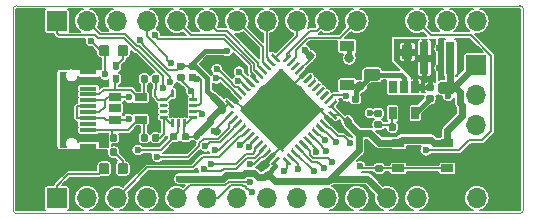
<source format=gtl>
G04 #@! TF.GenerationSoftware,KiCad,Pcbnew,5.0.1*
G04 #@! TF.CreationDate,2019-10-18T03:38:24+02:00*
G04 #@! TF.ProjectId,OtterPill,4F7474657250696C6C2E6B696361645F,rev?*
G04 #@! TF.SameCoordinates,Original*
G04 #@! TF.FileFunction,Copper,L1,Top,Signal*
G04 #@! TF.FilePolarity,Positive*
%FSLAX46Y46*%
G04 Gerber Fmt 4.6, Leading zero omitted, Abs format (unit mm)*
G04 Created by KiCad (PCBNEW 5.0.1) date Fri 18 Oct 2019 03:38:24 AM CEST*
%MOMM*%
%LPD*%
G01*
G04 APERTURE LIST*
G04 #@! TA.AperFunction,NonConductor*
%ADD10C,0.050000*%
G04 #@! TD*
G04 #@! TA.AperFunction,Conductor*
%ADD11C,0.100000*%
G04 #@! TD*
G04 #@! TA.AperFunction,SMDPad,CuDef*
%ADD12C,0.250000*%
G04 #@! TD*
G04 #@! TA.AperFunction,SMDPad,CuDef*
%ADD13C,5.000000*%
G04 #@! TD*
G04 #@! TA.AperFunction,SMDPad,CuDef*
%ADD14R,0.900000X1.200000*%
G04 #@! TD*
G04 #@! TA.AperFunction,SMDPad,CuDef*
%ADD15R,0.800000X2.700000*%
G04 #@! TD*
G04 #@! TA.AperFunction,ComponentPad*
%ADD16O,1.700000X1.700000*%
G04 #@! TD*
G04 #@! TA.AperFunction,ComponentPad*
%ADD17R,1.700000X1.700000*%
G04 #@! TD*
G04 #@! TA.AperFunction,SMDPad,CuDef*
%ADD18R,1.050000X0.650000*%
G04 #@! TD*
G04 #@! TA.AperFunction,SMDPad,CuDef*
%ADD19R,1.200000X0.900000*%
G04 #@! TD*
G04 #@! TA.AperFunction,SMDPad,CuDef*
%ADD20C,0.590000*%
G04 #@! TD*
G04 #@! TA.AperFunction,SMDPad,CuDef*
%ADD21C,1.450000*%
G04 #@! TD*
G04 #@! TA.AperFunction,SMDPad,CuDef*
%ADD22R,0.650000X1.060000*%
G04 #@! TD*
G04 #@! TA.AperFunction,SMDPad,CuDef*
%ADD23R,1.060000X0.650000*%
G04 #@! TD*
G04 #@! TA.AperFunction,ComponentPad*
%ADD24O,2.100000X1.000000*%
G04 #@! TD*
G04 #@! TA.AperFunction,ComponentPad*
%ADD25O,1.600000X1.000000*%
G04 #@! TD*
G04 #@! TA.AperFunction,SMDPad,CuDef*
%ADD26R,1.450000X0.600000*%
G04 #@! TD*
G04 #@! TA.AperFunction,SMDPad,CuDef*
%ADD27R,1.450000X0.300000*%
G04 #@! TD*
G04 #@! TA.AperFunction,SMDPad,CuDef*
%ADD28C,0.875000*%
G04 #@! TD*
G04 #@! TA.AperFunction,SMDPad,CuDef*
%ADD29C,0.975000*%
G04 #@! TD*
G04 #@! TA.AperFunction,ViaPad*
%ADD30C,0.600000*%
G04 #@! TD*
G04 #@! TA.AperFunction,ViaPad*
%ADD31C,0.800000*%
G04 #@! TD*
G04 #@! TA.AperFunction,Conductor*
%ADD32C,0.200000*%
G04 #@! TD*
G04 #@! TA.AperFunction,Conductor*
%ADD33C,0.400000*%
G04 #@! TD*
G04 #@! TA.AperFunction,Conductor*
%ADD34C,0.157000*%
G04 #@! TD*
G04 #@! TA.AperFunction,Conductor*
%ADD35C,0.600000*%
G04 #@! TD*
G04 #@! TA.AperFunction,Conductor*
%ADD36C,0.254000*%
G04 #@! TD*
G04 APERTURE END LIST*
D10*
X63200000Y-37100000D02*
G75*
G02X62900000Y-37400000I-300000J0D01*
G01*
X62900000Y-19800000D02*
G75*
G02X63200000Y-20100000I0J-300000D01*
G01*
X20000000Y-20100000D02*
G75*
G02X20300000Y-19800000I300000J0D01*
G01*
X20300000Y-37400000D02*
G75*
G02X20000000Y-37100000I0J300000D01*
G01*
X20000000Y-37100000D02*
X20000000Y-20100000D01*
X62900000Y-37400000D02*
X20300000Y-37400000D01*
X63200000Y-20100000D02*
X63200000Y-37100000D01*
X20300000Y-19800000D02*
X62900000Y-19800000D01*
D11*
G04 #@! TO.N,+3V3*
G04 #@! TO.C,U2*
G36*
X46860378Y-28704527D02*
X46866445Y-28705427D01*
X46872395Y-28706917D01*
X46878170Y-28708984D01*
X46883714Y-28711606D01*
X46888975Y-28714759D01*
X46893902Y-28718413D01*
X46898446Y-28722532D01*
X47428776Y-29252862D01*
X47432895Y-29257406D01*
X47436549Y-29262333D01*
X47439702Y-29267594D01*
X47442324Y-29273138D01*
X47444391Y-29278913D01*
X47445881Y-29284863D01*
X47446781Y-29290930D01*
X47447082Y-29297056D01*
X47446781Y-29303182D01*
X47445881Y-29309249D01*
X47444391Y-29315199D01*
X47442324Y-29320974D01*
X47439702Y-29326518D01*
X47436549Y-29331779D01*
X47432895Y-29336706D01*
X47428776Y-29341250D01*
X47340388Y-29429638D01*
X47335844Y-29433757D01*
X47330917Y-29437411D01*
X47325656Y-29440564D01*
X47320112Y-29443186D01*
X47314337Y-29445253D01*
X47308387Y-29446743D01*
X47302320Y-29447643D01*
X47296194Y-29447944D01*
X47290068Y-29447643D01*
X47284001Y-29446743D01*
X47278051Y-29445253D01*
X47272276Y-29443186D01*
X47266732Y-29440564D01*
X47261471Y-29437411D01*
X47256544Y-29433757D01*
X47252000Y-29429638D01*
X46721670Y-28899308D01*
X46717551Y-28894764D01*
X46713897Y-28889837D01*
X46710744Y-28884576D01*
X46708122Y-28879032D01*
X46706055Y-28873257D01*
X46704565Y-28867307D01*
X46703665Y-28861240D01*
X46703364Y-28855114D01*
X46703665Y-28848988D01*
X46704565Y-28842921D01*
X46706055Y-28836971D01*
X46708122Y-28831196D01*
X46710744Y-28825652D01*
X46713897Y-28820391D01*
X46717551Y-28815464D01*
X46721670Y-28810920D01*
X46810058Y-28722532D01*
X46814602Y-28718413D01*
X46819529Y-28714759D01*
X46824790Y-28711606D01*
X46830334Y-28708984D01*
X46836109Y-28706917D01*
X46842059Y-28705427D01*
X46848126Y-28704527D01*
X46854252Y-28704226D01*
X46860378Y-28704527D01*
X46860378Y-28704527D01*
G37*
D12*
G04 #@! TD*
G04 #@! TO.P,U2,48*
G04 #@! TO.N,+3V3*
X47075223Y-29076085D03*
D11*
G04 #@! TO.N,GND*
G04 #@! TO.C,U2*
G36*
X46506825Y-29058080D02*
X46512892Y-29058980D01*
X46518842Y-29060470D01*
X46524617Y-29062537D01*
X46530161Y-29065159D01*
X46535422Y-29068312D01*
X46540349Y-29071966D01*
X46544893Y-29076085D01*
X47075223Y-29606415D01*
X47079342Y-29610959D01*
X47082996Y-29615886D01*
X47086149Y-29621147D01*
X47088771Y-29626691D01*
X47090838Y-29632466D01*
X47092328Y-29638416D01*
X47093228Y-29644483D01*
X47093529Y-29650609D01*
X47093228Y-29656735D01*
X47092328Y-29662802D01*
X47090838Y-29668752D01*
X47088771Y-29674527D01*
X47086149Y-29680071D01*
X47082996Y-29685332D01*
X47079342Y-29690259D01*
X47075223Y-29694803D01*
X46986835Y-29783191D01*
X46982291Y-29787310D01*
X46977364Y-29790964D01*
X46972103Y-29794117D01*
X46966559Y-29796739D01*
X46960784Y-29798806D01*
X46954834Y-29800296D01*
X46948767Y-29801196D01*
X46942641Y-29801497D01*
X46936515Y-29801196D01*
X46930448Y-29800296D01*
X46924498Y-29798806D01*
X46918723Y-29796739D01*
X46913179Y-29794117D01*
X46907918Y-29790964D01*
X46902991Y-29787310D01*
X46898447Y-29783191D01*
X46368117Y-29252861D01*
X46363998Y-29248317D01*
X46360344Y-29243390D01*
X46357191Y-29238129D01*
X46354569Y-29232585D01*
X46352502Y-29226810D01*
X46351012Y-29220860D01*
X46350112Y-29214793D01*
X46349811Y-29208667D01*
X46350112Y-29202541D01*
X46351012Y-29196474D01*
X46352502Y-29190524D01*
X46354569Y-29184749D01*
X46357191Y-29179205D01*
X46360344Y-29173944D01*
X46363998Y-29169017D01*
X46368117Y-29164473D01*
X46456505Y-29076085D01*
X46461049Y-29071966D01*
X46465976Y-29068312D01*
X46471237Y-29065159D01*
X46476781Y-29062537D01*
X46482556Y-29060470D01*
X46488506Y-29058980D01*
X46494573Y-29058080D01*
X46500699Y-29057779D01*
X46506825Y-29058080D01*
X46506825Y-29058080D01*
G37*
D12*
G04 #@! TD*
G04 #@! TO.P,U2,47*
G04 #@! TO.N,GND*
X46721670Y-29429638D03*
D11*
G04 #@! TO.N,313*
G04 #@! TO.C,U2*
G36*
X46153271Y-29411634D02*
X46159338Y-29412534D01*
X46165288Y-29414024D01*
X46171063Y-29416091D01*
X46176607Y-29418713D01*
X46181868Y-29421866D01*
X46186795Y-29425520D01*
X46191339Y-29429639D01*
X46721669Y-29959969D01*
X46725788Y-29964513D01*
X46729442Y-29969440D01*
X46732595Y-29974701D01*
X46735217Y-29980245D01*
X46737284Y-29986020D01*
X46738774Y-29991970D01*
X46739674Y-29998037D01*
X46739975Y-30004163D01*
X46739674Y-30010289D01*
X46738774Y-30016356D01*
X46737284Y-30022306D01*
X46735217Y-30028081D01*
X46732595Y-30033625D01*
X46729442Y-30038886D01*
X46725788Y-30043813D01*
X46721669Y-30048357D01*
X46633281Y-30136745D01*
X46628737Y-30140864D01*
X46623810Y-30144518D01*
X46618549Y-30147671D01*
X46613005Y-30150293D01*
X46607230Y-30152360D01*
X46601280Y-30153850D01*
X46595213Y-30154750D01*
X46589087Y-30155051D01*
X46582961Y-30154750D01*
X46576894Y-30153850D01*
X46570944Y-30152360D01*
X46565169Y-30150293D01*
X46559625Y-30147671D01*
X46554364Y-30144518D01*
X46549437Y-30140864D01*
X46544893Y-30136745D01*
X46014563Y-29606415D01*
X46010444Y-29601871D01*
X46006790Y-29596944D01*
X46003637Y-29591683D01*
X46001015Y-29586139D01*
X45998948Y-29580364D01*
X45997458Y-29574414D01*
X45996558Y-29568347D01*
X45996257Y-29562221D01*
X45996558Y-29556095D01*
X45997458Y-29550028D01*
X45998948Y-29544078D01*
X46001015Y-29538303D01*
X46003637Y-29532759D01*
X46006790Y-29527498D01*
X46010444Y-29522571D01*
X46014563Y-29518027D01*
X46102951Y-29429639D01*
X46107495Y-29425520D01*
X46112422Y-29421866D01*
X46117683Y-29418713D01*
X46123227Y-29416091D01*
X46129002Y-29414024D01*
X46134952Y-29412534D01*
X46141019Y-29411634D01*
X46147145Y-29411333D01*
X46153271Y-29411634D01*
X46153271Y-29411634D01*
G37*
D12*
G04 #@! TD*
G04 #@! TO.P,U2,46*
G04 #@! TO.N,313*
X46368116Y-29783192D03*
D11*
G04 #@! TO.N,45*
G04 #@! TO.C,U2*
G36*
X45799718Y-29765187D02*
X45805785Y-29766087D01*
X45811735Y-29767577D01*
X45817510Y-29769644D01*
X45823054Y-29772266D01*
X45828315Y-29775419D01*
X45833242Y-29779073D01*
X45837786Y-29783192D01*
X46368116Y-30313522D01*
X46372235Y-30318066D01*
X46375889Y-30322993D01*
X46379042Y-30328254D01*
X46381664Y-30333798D01*
X46383731Y-30339573D01*
X46385221Y-30345523D01*
X46386121Y-30351590D01*
X46386422Y-30357716D01*
X46386121Y-30363842D01*
X46385221Y-30369909D01*
X46383731Y-30375859D01*
X46381664Y-30381634D01*
X46379042Y-30387178D01*
X46375889Y-30392439D01*
X46372235Y-30397366D01*
X46368116Y-30401910D01*
X46279728Y-30490298D01*
X46275184Y-30494417D01*
X46270257Y-30498071D01*
X46264996Y-30501224D01*
X46259452Y-30503846D01*
X46253677Y-30505913D01*
X46247727Y-30507403D01*
X46241660Y-30508303D01*
X46235534Y-30508604D01*
X46229408Y-30508303D01*
X46223341Y-30507403D01*
X46217391Y-30505913D01*
X46211616Y-30503846D01*
X46206072Y-30501224D01*
X46200811Y-30498071D01*
X46195884Y-30494417D01*
X46191340Y-30490298D01*
X45661010Y-29959968D01*
X45656891Y-29955424D01*
X45653237Y-29950497D01*
X45650084Y-29945236D01*
X45647462Y-29939692D01*
X45645395Y-29933917D01*
X45643905Y-29927967D01*
X45643005Y-29921900D01*
X45642704Y-29915774D01*
X45643005Y-29909648D01*
X45643905Y-29903581D01*
X45645395Y-29897631D01*
X45647462Y-29891856D01*
X45650084Y-29886312D01*
X45653237Y-29881051D01*
X45656891Y-29876124D01*
X45661010Y-29871580D01*
X45749398Y-29783192D01*
X45753942Y-29779073D01*
X45758869Y-29775419D01*
X45764130Y-29772266D01*
X45769674Y-29769644D01*
X45775449Y-29767577D01*
X45781399Y-29766087D01*
X45787466Y-29765187D01*
X45793592Y-29764886D01*
X45799718Y-29765187D01*
X45799718Y-29765187D01*
G37*
D12*
G04 #@! TD*
G04 #@! TO.P,U2,45*
G04 #@! TO.N,45*
X46014563Y-30136745D03*
D11*
G04 #@! TO.N,Net-(R5-Pad1)*
G04 #@! TO.C,U2*
G36*
X45446165Y-30118740D02*
X45452232Y-30119640D01*
X45458182Y-30121130D01*
X45463957Y-30123197D01*
X45469501Y-30125819D01*
X45474762Y-30128972D01*
X45479689Y-30132626D01*
X45484233Y-30136745D01*
X46014563Y-30667075D01*
X46018682Y-30671619D01*
X46022336Y-30676546D01*
X46025489Y-30681807D01*
X46028111Y-30687351D01*
X46030178Y-30693126D01*
X46031668Y-30699076D01*
X46032568Y-30705143D01*
X46032869Y-30711269D01*
X46032568Y-30717395D01*
X46031668Y-30723462D01*
X46030178Y-30729412D01*
X46028111Y-30735187D01*
X46025489Y-30740731D01*
X46022336Y-30745992D01*
X46018682Y-30750919D01*
X46014563Y-30755463D01*
X45926175Y-30843851D01*
X45921631Y-30847970D01*
X45916704Y-30851624D01*
X45911443Y-30854777D01*
X45905899Y-30857399D01*
X45900124Y-30859466D01*
X45894174Y-30860956D01*
X45888107Y-30861856D01*
X45881981Y-30862157D01*
X45875855Y-30861856D01*
X45869788Y-30860956D01*
X45863838Y-30859466D01*
X45858063Y-30857399D01*
X45852519Y-30854777D01*
X45847258Y-30851624D01*
X45842331Y-30847970D01*
X45837787Y-30843851D01*
X45307457Y-30313521D01*
X45303338Y-30308977D01*
X45299684Y-30304050D01*
X45296531Y-30298789D01*
X45293909Y-30293245D01*
X45291842Y-30287470D01*
X45290352Y-30281520D01*
X45289452Y-30275453D01*
X45289151Y-30269327D01*
X45289452Y-30263201D01*
X45290352Y-30257134D01*
X45291842Y-30251184D01*
X45293909Y-30245409D01*
X45296531Y-30239865D01*
X45299684Y-30234604D01*
X45303338Y-30229677D01*
X45307457Y-30225133D01*
X45395845Y-30136745D01*
X45400389Y-30132626D01*
X45405316Y-30128972D01*
X45410577Y-30125819D01*
X45416121Y-30123197D01*
X45421896Y-30121130D01*
X45427846Y-30119640D01*
X45433913Y-30118740D01*
X45440039Y-30118439D01*
X45446165Y-30118740D01*
X45446165Y-30118740D01*
G37*
D12*
G04 #@! TD*
G04 #@! TO.P,U2,44*
G04 #@! TO.N,Net-(R5-Pad1)*
X45661010Y-30490298D03*
D11*
G04 #@! TO.N,48*
G04 #@! TO.C,U2*
G36*
X45092611Y-30472294D02*
X45098678Y-30473194D01*
X45104628Y-30474684D01*
X45110403Y-30476751D01*
X45115947Y-30479373D01*
X45121208Y-30482526D01*
X45126135Y-30486180D01*
X45130679Y-30490299D01*
X45661009Y-31020629D01*
X45665128Y-31025173D01*
X45668782Y-31030100D01*
X45671935Y-31035361D01*
X45674557Y-31040905D01*
X45676624Y-31046680D01*
X45678114Y-31052630D01*
X45679014Y-31058697D01*
X45679315Y-31064823D01*
X45679014Y-31070949D01*
X45678114Y-31077016D01*
X45676624Y-31082966D01*
X45674557Y-31088741D01*
X45671935Y-31094285D01*
X45668782Y-31099546D01*
X45665128Y-31104473D01*
X45661009Y-31109017D01*
X45572621Y-31197405D01*
X45568077Y-31201524D01*
X45563150Y-31205178D01*
X45557889Y-31208331D01*
X45552345Y-31210953D01*
X45546570Y-31213020D01*
X45540620Y-31214510D01*
X45534553Y-31215410D01*
X45528427Y-31215711D01*
X45522301Y-31215410D01*
X45516234Y-31214510D01*
X45510284Y-31213020D01*
X45504509Y-31210953D01*
X45498965Y-31208331D01*
X45493704Y-31205178D01*
X45488777Y-31201524D01*
X45484233Y-31197405D01*
X44953903Y-30667075D01*
X44949784Y-30662531D01*
X44946130Y-30657604D01*
X44942977Y-30652343D01*
X44940355Y-30646799D01*
X44938288Y-30641024D01*
X44936798Y-30635074D01*
X44935898Y-30629007D01*
X44935597Y-30622881D01*
X44935898Y-30616755D01*
X44936798Y-30610688D01*
X44938288Y-30604738D01*
X44940355Y-30598963D01*
X44942977Y-30593419D01*
X44946130Y-30588158D01*
X44949784Y-30583231D01*
X44953903Y-30578687D01*
X45042291Y-30490299D01*
X45046835Y-30486180D01*
X45051762Y-30482526D01*
X45057023Y-30479373D01*
X45062567Y-30476751D01*
X45068342Y-30474684D01*
X45074292Y-30473194D01*
X45080359Y-30472294D01*
X45086485Y-30471993D01*
X45092611Y-30472294D01*
X45092611Y-30472294D01*
G37*
D12*
G04 #@! TD*
G04 #@! TO.P,U2,43*
G04 #@! TO.N,48*
X45307456Y-30843852D03*
D11*
G04 #@! TO.N,49*
G04 #@! TO.C,U2*
G36*
X44739058Y-30825847D02*
X44745125Y-30826747D01*
X44751075Y-30828237D01*
X44756850Y-30830304D01*
X44762394Y-30832926D01*
X44767655Y-30836079D01*
X44772582Y-30839733D01*
X44777126Y-30843852D01*
X45307456Y-31374182D01*
X45311575Y-31378726D01*
X45315229Y-31383653D01*
X45318382Y-31388914D01*
X45321004Y-31394458D01*
X45323071Y-31400233D01*
X45324561Y-31406183D01*
X45325461Y-31412250D01*
X45325762Y-31418376D01*
X45325461Y-31424502D01*
X45324561Y-31430569D01*
X45323071Y-31436519D01*
X45321004Y-31442294D01*
X45318382Y-31447838D01*
X45315229Y-31453099D01*
X45311575Y-31458026D01*
X45307456Y-31462570D01*
X45219068Y-31550958D01*
X45214524Y-31555077D01*
X45209597Y-31558731D01*
X45204336Y-31561884D01*
X45198792Y-31564506D01*
X45193017Y-31566573D01*
X45187067Y-31568063D01*
X45181000Y-31568963D01*
X45174874Y-31569264D01*
X45168748Y-31568963D01*
X45162681Y-31568063D01*
X45156731Y-31566573D01*
X45150956Y-31564506D01*
X45145412Y-31561884D01*
X45140151Y-31558731D01*
X45135224Y-31555077D01*
X45130680Y-31550958D01*
X44600350Y-31020628D01*
X44596231Y-31016084D01*
X44592577Y-31011157D01*
X44589424Y-31005896D01*
X44586802Y-31000352D01*
X44584735Y-30994577D01*
X44583245Y-30988627D01*
X44582345Y-30982560D01*
X44582044Y-30976434D01*
X44582345Y-30970308D01*
X44583245Y-30964241D01*
X44584735Y-30958291D01*
X44586802Y-30952516D01*
X44589424Y-30946972D01*
X44592577Y-30941711D01*
X44596231Y-30936784D01*
X44600350Y-30932240D01*
X44688738Y-30843852D01*
X44693282Y-30839733D01*
X44698209Y-30836079D01*
X44703470Y-30832926D01*
X44709014Y-30830304D01*
X44714789Y-30828237D01*
X44720739Y-30826747D01*
X44726806Y-30825847D01*
X44732932Y-30825546D01*
X44739058Y-30825847D01*
X44739058Y-30825847D01*
G37*
D12*
G04 #@! TD*
G04 #@! TO.P,U2,42*
G04 #@! TO.N,49*
X44953903Y-31197405D03*
D11*
G04 #@! TO.N,413*
G04 #@! TO.C,U2*
G36*
X44385504Y-31179401D02*
X44391571Y-31180301D01*
X44397521Y-31181791D01*
X44403296Y-31183858D01*
X44408840Y-31186480D01*
X44414101Y-31189633D01*
X44419028Y-31193287D01*
X44423572Y-31197406D01*
X44953902Y-31727736D01*
X44958021Y-31732280D01*
X44961675Y-31737207D01*
X44964828Y-31742468D01*
X44967450Y-31748012D01*
X44969517Y-31753787D01*
X44971007Y-31759737D01*
X44971907Y-31765804D01*
X44972208Y-31771930D01*
X44971907Y-31778056D01*
X44971007Y-31784123D01*
X44969517Y-31790073D01*
X44967450Y-31795848D01*
X44964828Y-31801392D01*
X44961675Y-31806653D01*
X44958021Y-31811580D01*
X44953902Y-31816124D01*
X44865514Y-31904512D01*
X44860970Y-31908631D01*
X44856043Y-31912285D01*
X44850782Y-31915438D01*
X44845238Y-31918060D01*
X44839463Y-31920127D01*
X44833513Y-31921617D01*
X44827446Y-31922517D01*
X44821320Y-31922818D01*
X44815194Y-31922517D01*
X44809127Y-31921617D01*
X44803177Y-31920127D01*
X44797402Y-31918060D01*
X44791858Y-31915438D01*
X44786597Y-31912285D01*
X44781670Y-31908631D01*
X44777126Y-31904512D01*
X44246796Y-31374182D01*
X44242677Y-31369638D01*
X44239023Y-31364711D01*
X44235870Y-31359450D01*
X44233248Y-31353906D01*
X44231181Y-31348131D01*
X44229691Y-31342181D01*
X44228791Y-31336114D01*
X44228490Y-31329988D01*
X44228791Y-31323862D01*
X44229691Y-31317795D01*
X44231181Y-31311845D01*
X44233248Y-31306070D01*
X44235870Y-31300526D01*
X44239023Y-31295265D01*
X44242677Y-31290338D01*
X44246796Y-31285794D01*
X44335184Y-31197406D01*
X44339728Y-31193287D01*
X44344655Y-31189633D01*
X44349916Y-31186480D01*
X44355460Y-31183858D01*
X44361235Y-31181791D01*
X44367185Y-31180301D01*
X44373252Y-31179401D01*
X44379378Y-31179100D01*
X44385504Y-31179401D01*
X44385504Y-31179401D01*
G37*
D12*
G04 #@! TD*
G04 #@! TO.P,U2,41*
G04 #@! TO.N,413*
X44600349Y-31550959D03*
D11*
G04 #@! TO.N,411*
G04 #@! TO.C,U2*
G36*
X44031951Y-31532954D02*
X44038018Y-31533854D01*
X44043968Y-31535344D01*
X44049743Y-31537411D01*
X44055287Y-31540033D01*
X44060548Y-31543186D01*
X44065475Y-31546840D01*
X44070019Y-31550959D01*
X44600349Y-32081289D01*
X44604468Y-32085833D01*
X44608122Y-32090760D01*
X44611275Y-32096021D01*
X44613897Y-32101565D01*
X44615964Y-32107340D01*
X44617454Y-32113290D01*
X44618354Y-32119357D01*
X44618655Y-32125483D01*
X44618354Y-32131609D01*
X44617454Y-32137676D01*
X44615964Y-32143626D01*
X44613897Y-32149401D01*
X44611275Y-32154945D01*
X44608122Y-32160206D01*
X44604468Y-32165133D01*
X44600349Y-32169677D01*
X44511961Y-32258065D01*
X44507417Y-32262184D01*
X44502490Y-32265838D01*
X44497229Y-32268991D01*
X44491685Y-32271613D01*
X44485910Y-32273680D01*
X44479960Y-32275170D01*
X44473893Y-32276070D01*
X44467767Y-32276371D01*
X44461641Y-32276070D01*
X44455574Y-32275170D01*
X44449624Y-32273680D01*
X44443849Y-32271613D01*
X44438305Y-32268991D01*
X44433044Y-32265838D01*
X44428117Y-32262184D01*
X44423573Y-32258065D01*
X43893243Y-31727735D01*
X43889124Y-31723191D01*
X43885470Y-31718264D01*
X43882317Y-31713003D01*
X43879695Y-31707459D01*
X43877628Y-31701684D01*
X43876138Y-31695734D01*
X43875238Y-31689667D01*
X43874937Y-31683541D01*
X43875238Y-31677415D01*
X43876138Y-31671348D01*
X43877628Y-31665398D01*
X43879695Y-31659623D01*
X43882317Y-31654079D01*
X43885470Y-31648818D01*
X43889124Y-31643891D01*
X43893243Y-31639347D01*
X43981631Y-31550959D01*
X43986175Y-31546840D01*
X43991102Y-31543186D01*
X43996363Y-31540033D01*
X44001907Y-31537411D01*
X44007682Y-31535344D01*
X44013632Y-31533854D01*
X44019699Y-31532954D01*
X44025825Y-31532653D01*
X44031951Y-31532954D01*
X44031951Y-31532954D01*
G37*
D12*
G04 #@! TD*
G04 #@! TO.P,U2,40*
G04 #@! TO.N,411*
X44246796Y-31904512D03*
D11*
G04 #@! TO.N,410*
G04 #@! TO.C,U2*
G36*
X43678398Y-31886507D02*
X43684465Y-31887407D01*
X43690415Y-31888897D01*
X43696190Y-31890964D01*
X43701734Y-31893586D01*
X43706995Y-31896739D01*
X43711922Y-31900393D01*
X43716466Y-31904512D01*
X44246796Y-32434842D01*
X44250915Y-32439386D01*
X44254569Y-32444313D01*
X44257722Y-32449574D01*
X44260344Y-32455118D01*
X44262411Y-32460893D01*
X44263901Y-32466843D01*
X44264801Y-32472910D01*
X44265102Y-32479036D01*
X44264801Y-32485162D01*
X44263901Y-32491229D01*
X44262411Y-32497179D01*
X44260344Y-32502954D01*
X44257722Y-32508498D01*
X44254569Y-32513759D01*
X44250915Y-32518686D01*
X44246796Y-32523230D01*
X44158408Y-32611618D01*
X44153864Y-32615737D01*
X44148937Y-32619391D01*
X44143676Y-32622544D01*
X44138132Y-32625166D01*
X44132357Y-32627233D01*
X44126407Y-32628723D01*
X44120340Y-32629623D01*
X44114214Y-32629924D01*
X44108088Y-32629623D01*
X44102021Y-32628723D01*
X44096071Y-32627233D01*
X44090296Y-32625166D01*
X44084752Y-32622544D01*
X44079491Y-32619391D01*
X44074564Y-32615737D01*
X44070020Y-32611618D01*
X43539690Y-32081288D01*
X43535571Y-32076744D01*
X43531917Y-32071817D01*
X43528764Y-32066556D01*
X43526142Y-32061012D01*
X43524075Y-32055237D01*
X43522585Y-32049287D01*
X43521685Y-32043220D01*
X43521384Y-32037094D01*
X43521685Y-32030968D01*
X43522585Y-32024901D01*
X43524075Y-32018951D01*
X43526142Y-32013176D01*
X43528764Y-32007632D01*
X43531917Y-32002371D01*
X43535571Y-31997444D01*
X43539690Y-31992900D01*
X43628078Y-31904512D01*
X43632622Y-31900393D01*
X43637549Y-31896739D01*
X43642810Y-31893586D01*
X43648354Y-31890964D01*
X43654129Y-31888897D01*
X43660079Y-31887407D01*
X43666146Y-31886507D01*
X43672272Y-31886206D01*
X43678398Y-31886507D01*
X43678398Y-31886507D01*
G37*
D12*
G04 #@! TD*
G04 #@! TO.P,U2,39*
G04 #@! TO.N,410*
X43893243Y-32258065D03*
D11*
G04 #@! TO.N,46*
G04 #@! TO.C,U2*
G36*
X43324844Y-32240061D02*
X43330911Y-32240961D01*
X43336861Y-32242451D01*
X43342636Y-32244518D01*
X43348180Y-32247140D01*
X43353441Y-32250293D01*
X43358368Y-32253947D01*
X43362912Y-32258066D01*
X43893242Y-32788396D01*
X43897361Y-32792940D01*
X43901015Y-32797867D01*
X43904168Y-32803128D01*
X43906790Y-32808672D01*
X43908857Y-32814447D01*
X43910347Y-32820397D01*
X43911247Y-32826464D01*
X43911548Y-32832590D01*
X43911247Y-32838716D01*
X43910347Y-32844783D01*
X43908857Y-32850733D01*
X43906790Y-32856508D01*
X43904168Y-32862052D01*
X43901015Y-32867313D01*
X43897361Y-32872240D01*
X43893242Y-32876784D01*
X43804854Y-32965172D01*
X43800310Y-32969291D01*
X43795383Y-32972945D01*
X43790122Y-32976098D01*
X43784578Y-32978720D01*
X43778803Y-32980787D01*
X43772853Y-32982277D01*
X43766786Y-32983177D01*
X43760660Y-32983478D01*
X43754534Y-32983177D01*
X43748467Y-32982277D01*
X43742517Y-32980787D01*
X43736742Y-32978720D01*
X43731198Y-32976098D01*
X43725937Y-32972945D01*
X43721010Y-32969291D01*
X43716466Y-32965172D01*
X43186136Y-32434842D01*
X43182017Y-32430298D01*
X43178363Y-32425371D01*
X43175210Y-32420110D01*
X43172588Y-32414566D01*
X43170521Y-32408791D01*
X43169031Y-32402841D01*
X43168131Y-32396774D01*
X43167830Y-32390648D01*
X43168131Y-32384522D01*
X43169031Y-32378455D01*
X43170521Y-32372505D01*
X43172588Y-32366730D01*
X43175210Y-32361186D01*
X43178363Y-32355925D01*
X43182017Y-32350998D01*
X43186136Y-32346454D01*
X43274524Y-32258066D01*
X43279068Y-32253947D01*
X43283995Y-32250293D01*
X43289256Y-32247140D01*
X43294800Y-32244518D01*
X43300575Y-32242451D01*
X43306525Y-32240961D01*
X43312592Y-32240061D01*
X43318718Y-32239760D01*
X43324844Y-32240061D01*
X43324844Y-32240061D01*
G37*
D12*
G04 #@! TD*
G04 #@! TO.P,U2,38*
G04 #@! TO.N,46*
X43539689Y-32611619D03*
D11*
G04 #@! TO.N,SWCLK*
G04 #@! TO.C,U2*
G36*
X42971291Y-32593614D02*
X42977358Y-32594514D01*
X42983308Y-32596004D01*
X42989083Y-32598071D01*
X42994627Y-32600693D01*
X42999888Y-32603846D01*
X43004815Y-32607500D01*
X43009359Y-32611619D01*
X43539689Y-33141949D01*
X43543808Y-33146493D01*
X43547462Y-33151420D01*
X43550615Y-33156681D01*
X43553237Y-33162225D01*
X43555304Y-33168000D01*
X43556794Y-33173950D01*
X43557694Y-33180017D01*
X43557995Y-33186143D01*
X43557694Y-33192269D01*
X43556794Y-33198336D01*
X43555304Y-33204286D01*
X43553237Y-33210061D01*
X43550615Y-33215605D01*
X43547462Y-33220866D01*
X43543808Y-33225793D01*
X43539689Y-33230337D01*
X43451301Y-33318725D01*
X43446757Y-33322844D01*
X43441830Y-33326498D01*
X43436569Y-33329651D01*
X43431025Y-33332273D01*
X43425250Y-33334340D01*
X43419300Y-33335830D01*
X43413233Y-33336730D01*
X43407107Y-33337031D01*
X43400981Y-33336730D01*
X43394914Y-33335830D01*
X43388964Y-33334340D01*
X43383189Y-33332273D01*
X43377645Y-33329651D01*
X43372384Y-33326498D01*
X43367457Y-33322844D01*
X43362913Y-33318725D01*
X42832583Y-32788395D01*
X42828464Y-32783851D01*
X42824810Y-32778924D01*
X42821657Y-32773663D01*
X42819035Y-32768119D01*
X42816968Y-32762344D01*
X42815478Y-32756394D01*
X42814578Y-32750327D01*
X42814277Y-32744201D01*
X42814578Y-32738075D01*
X42815478Y-32732008D01*
X42816968Y-32726058D01*
X42819035Y-32720283D01*
X42821657Y-32714739D01*
X42824810Y-32709478D01*
X42828464Y-32704551D01*
X42832583Y-32700007D01*
X42920971Y-32611619D01*
X42925515Y-32607500D01*
X42930442Y-32603846D01*
X42935703Y-32600693D01*
X42941247Y-32598071D01*
X42947022Y-32596004D01*
X42952972Y-32594514D01*
X42959039Y-32593614D01*
X42965165Y-32593313D01*
X42971291Y-32593614D01*
X42971291Y-32593614D01*
G37*
D12*
G04 #@! TD*
G04 #@! TO.P,U2,37*
G04 #@! TO.N,SWCLK*
X43186136Y-32965172D03*
D11*
G04 #@! TO.N,+3V3*
G04 #@! TO.C,U2*
G36*
X42440961Y-32593614D02*
X42447028Y-32594514D01*
X42452978Y-32596004D01*
X42458753Y-32598071D01*
X42464297Y-32600693D01*
X42469558Y-32603846D01*
X42474485Y-32607500D01*
X42479029Y-32611619D01*
X42567417Y-32700007D01*
X42571536Y-32704551D01*
X42575190Y-32709478D01*
X42578343Y-32714739D01*
X42580965Y-32720283D01*
X42583032Y-32726058D01*
X42584522Y-32732008D01*
X42585422Y-32738075D01*
X42585723Y-32744201D01*
X42585422Y-32750327D01*
X42584522Y-32756394D01*
X42583032Y-32762344D01*
X42580965Y-32768119D01*
X42578343Y-32773663D01*
X42575190Y-32778924D01*
X42571536Y-32783851D01*
X42567417Y-32788395D01*
X42037087Y-33318725D01*
X42032543Y-33322844D01*
X42027616Y-33326498D01*
X42022355Y-33329651D01*
X42016811Y-33332273D01*
X42011036Y-33334340D01*
X42005086Y-33335830D01*
X41999019Y-33336730D01*
X41992893Y-33337031D01*
X41986767Y-33336730D01*
X41980700Y-33335830D01*
X41974750Y-33334340D01*
X41968975Y-33332273D01*
X41963431Y-33329651D01*
X41958170Y-33326498D01*
X41953243Y-33322844D01*
X41948699Y-33318725D01*
X41860311Y-33230337D01*
X41856192Y-33225793D01*
X41852538Y-33220866D01*
X41849385Y-33215605D01*
X41846763Y-33210061D01*
X41844696Y-33204286D01*
X41843206Y-33198336D01*
X41842306Y-33192269D01*
X41842005Y-33186143D01*
X41842306Y-33180017D01*
X41843206Y-33173950D01*
X41844696Y-33168000D01*
X41846763Y-33162225D01*
X41849385Y-33156681D01*
X41852538Y-33151420D01*
X41856192Y-33146493D01*
X41860311Y-33141949D01*
X42390641Y-32611619D01*
X42395185Y-32607500D01*
X42400112Y-32603846D01*
X42405373Y-32600693D01*
X42410917Y-32598071D01*
X42416692Y-32596004D01*
X42422642Y-32594514D01*
X42428709Y-32593614D01*
X42434835Y-32593313D01*
X42440961Y-32593614D01*
X42440961Y-32593614D01*
G37*
D12*
G04 #@! TD*
G04 #@! TO.P,U2,36*
G04 #@! TO.N,+3V3*
X42213864Y-32965172D03*
D11*
G04 #@! TO.N,GND*
G04 #@! TO.C,U2*
G36*
X42087408Y-32240061D02*
X42093475Y-32240961D01*
X42099425Y-32242451D01*
X42105200Y-32244518D01*
X42110744Y-32247140D01*
X42116005Y-32250293D01*
X42120932Y-32253947D01*
X42125476Y-32258066D01*
X42213864Y-32346454D01*
X42217983Y-32350998D01*
X42221637Y-32355925D01*
X42224790Y-32361186D01*
X42227412Y-32366730D01*
X42229479Y-32372505D01*
X42230969Y-32378455D01*
X42231869Y-32384522D01*
X42232170Y-32390648D01*
X42231869Y-32396774D01*
X42230969Y-32402841D01*
X42229479Y-32408791D01*
X42227412Y-32414566D01*
X42224790Y-32420110D01*
X42221637Y-32425371D01*
X42217983Y-32430298D01*
X42213864Y-32434842D01*
X41683534Y-32965172D01*
X41678990Y-32969291D01*
X41674063Y-32972945D01*
X41668802Y-32976098D01*
X41663258Y-32978720D01*
X41657483Y-32980787D01*
X41651533Y-32982277D01*
X41645466Y-32983177D01*
X41639340Y-32983478D01*
X41633214Y-32983177D01*
X41627147Y-32982277D01*
X41621197Y-32980787D01*
X41615422Y-32978720D01*
X41609878Y-32976098D01*
X41604617Y-32972945D01*
X41599690Y-32969291D01*
X41595146Y-32965172D01*
X41506758Y-32876784D01*
X41502639Y-32872240D01*
X41498985Y-32867313D01*
X41495832Y-32862052D01*
X41493210Y-32856508D01*
X41491143Y-32850733D01*
X41489653Y-32844783D01*
X41488753Y-32838716D01*
X41488452Y-32832590D01*
X41488753Y-32826464D01*
X41489653Y-32820397D01*
X41491143Y-32814447D01*
X41493210Y-32808672D01*
X41495832Y-32803128D01*
X41498985Y-32797867D01*
X41502639Y-32792940D01*
X41506758Y-32788396D01*
X42037088Y-32258066D01*
X42041632Y-32253947D01*
X42046559Y-32250293D01*
X42051820Y-32247140D01*
X42057364Y-32244518D01*
X42063139Y-32242451D01*
X42069089Y-32240961D01*
X42075156Y-32240061D01*
X42081282Y-32239760D01*
X42087408Y-32240061D01*
X42087408Y-32240061D01*
G37*
D12*
G04 #@! TD*
G04 #@! TO.P,U2,35*
G04 #@! TO.N,GND*
X41860311Y-32611619D03*
D11*
G04 #@! TO.N,SWDIO*
G04 #@! TO.C,U2*
G36*
X41733854Y-31886507D02*
X41739921Y-31887407D01*
X41745871Y-31888897D01*
X41751646Y-31890964D01*
X41757190Y-31893586D01*
X41762451Y-31896739D01*
X41767378Y-31900393D01*
X41771922Y-31904512D01*
X41860310Y-31992900D01*
X41864429Y-31997444D01*
X41868083Y-32002371D01*
X41871236Y-32007632D01*
X41873858Y-32013176D01*
X41875925Y-32018951D01*
X41877415Y-32024901D01*
X41878315Y-32030968D01*
X41878616Y-32037094D01*
X41878315Y-32043220D01*
X41877415Y-32049287D01*
X41875925Y-32055237D01*
X41873858Y-32061012D01*
X41871236Y-32066556D01*
X41868083Y-32071817D01*
X41864429Y-32076744D01*
X41860310Y-32081288D01*
X41329980Y-32611618D01*
X41325436Y-32615737D01*
X41320509Y-32619391D01*
X41315248Y-32622544D01*
X41309704Y-32625166D01*
X41303929Y-32627233D01*
X41297979Y-32628723D01*
X41291912Y-32629623D01*
X41285786Y-32629924D01*
X41279660Y-32629623D01*
X41273593Y-32628723D01*
X41267643Y-32627233D01*
X41261868Y-32625166D01*
X41256324Y-32622544D01*
X41251063Y-32619391D01*
X41246136Y-32615737D01*
X41241592Y-32611618D01*
X41153204Y-32523230D01*
X41149085Y-32518686D01*
X41145431Y-32513759D01*
X41142278Y-32508498D01*
X41139656Y-32502954D01*
X41137589Y-32497179D01*
X41136099Y-32491229D01*
X41135199Y-32485162D01*
X41134898Y-32479036D01*
X41135199Y-32472910D01*
X41136099Y-32466843D01*
X41137589Y-32460893D01*
X41139656Y-32455118D01*
X41142278Y-32449574D01*
X41145431Y-32444313D01*
X41149085Y-32439386D01*
X41153204Y-32434842D01*
X41683534Y-31904512D01*
X41688078Y-31900393D01*
X41693005Y-31896739D01*
X41698266Y-31893586D01*
X41703810Y-31890964D01*
X41709585Y-31888897D01*
X41715535Y-31887407D01*
X41721602Y-31886507D01*
X41727728Y-31886206D01*
X41733854Y-31886507D01*
X41733854Y-31886507D01*
G37*
D12*
G04 #@! TD*
G04 #@! TO.P,U2,34*
G04 #@! TO.N,SWDIO*
X41506757Y-32258065D03*
D11*
G04 #@! TO.N,USB_P*
G04 #@! TO.C,U2*
G36*
X41380301Y-31532954D02*
X41386368Y-31533854D01*
X41392318Y-31535344D01*
X41398093Y-31537411D01*
X41403637Y-31540033D01*
X41408898Y-31543186D01*
X41413825Y-31546840D01*
X41418369Y-31550959D01*
X41506757Y-31639347D01*
X41510876Y-31643891D01*
X41514530Y-31648818D01*
X41517683Y-31654079D01*
X41520305Y-31659623D01*
X41522372Y-31665398D01*
X41523862Y-31671348D01*
X41524762Y-31677415D01*
X41525063Y-31683541D01*
X41524762Y-31689667D01*
X41523862Y-31695734D01*
X41522372Y-31701684D01*
X41520305Y-31707459D01*
X41517683Y-31713003D01*
X41514530Y-31718264D01*
X41510876Y-31723191D01*
X41506757Y-31727735D01*
X40976427Y-32258065D01*
X40971883Y-32262184D01*
X40966956Y-32265838D01*
X40961695Y-32268991D01*
X40956151Y-32271613D01*
X40950376Y-32273680D01*
X40944426Y-32275170D01*
X40938359Y-32276070D01*
X40932233Y-32276371D01*
X40926107Y-32276070D01*
X40920040Y-32275170D01*
X40914090Y-32273680D01*
X40908315Y-32271613D01*
X40902771Y-32268991D01*
X40897510Y-32265838D01*
X40892583Y-32262184D01*
X40888039Y-32258065D01*
X40799651Y-32169677D01*
X40795532Y-32165133D01*
X40791878Y-32160206D01*
X40788725Y-32154945D01*
X40786103Y-32149401D01*
X40784036Y-32143626D01*
X40782546Y-32137676D01*
X40781646Y-32131609D01*
X40781345Y-32125483D01*
X40781646Y-32119357D01*
X40782546Y-32113290D01*
X40784036Y-32107340D01*
X40786103Y-32101565D01*
X40788725Y-32096021D01*
X40791878Y-32090760D01*
X40795532Y-32085833D01*
X40799651Y-32081289D01*
X41329981Y-31550959D01*
X41334525Y-31546840D01*
X41339452Y-31543186D01*
X41344713Y-31540033D01*
X41350257Y-31537411D01*
X41356032Y-31535344D01*
X41361982Y-31533854D01*
X41368049Y-31532954D01*
X41374175Y-31532653D01*
X41380301Y-31532954D01*
X41380301Y-31532954D01*
G37*
D12*
G04 #@! TD*
G04 #@! TO.P,U2,33*
G04 #@! TO.N,USB_P*
X41153204Y-31904512D03*
D11*
G04 #@! TO.N,USB_N*
G04 #@! TO.C,U2*
G36*
X41026748Y-31179401D02*
X41032815Y-31180301D01*
X41038765Y-31181791D01*
X41044540Y-31183858D01*
X41050084Y-31186480D01*
X41055345Y-31189633D01*
X41060272Y-31193287D01*
X41064816Y-31197406D01*
X41153204Y-31285794D01*
X41157323Y-31290338D01*
X41160977Y-31295265D01*
X41164130Y-31300526D01*
X41166752Y-31306070D01*
X41168819Y-31311845D01*
X41170309Y-31317795D01*
X41171209Y-31323862D01*
X41171510Y-31329988D01*
X41171209Y-31336114D01*
X41170309Y-31342181D01*
X41168819Y-31348131D01*
X41166752Y-31353906D01*
X41164130Y-31359450D01*
X41160977Y-31364711D01*
X41157323Y-31369638D01*
X41153204Y-31374182D01*
X40622874Y-31904512D01*
X40618330Y-31908631D01*
X40613403Y-31912285D01*
X40608142Y-31915438D01*
X40602598Y-31918060D01*
X40596823Y-31920127D01*
X40590873Y-31921617D01*
X40584806Y-31922517D01*
X40578680Y-31922818D01*
X40572554Y-31922517D01*
X40566487Y-31921617D01*
X40560537Y-31920127D01*
X40554762Y-31918060D01*
X40549218Y-31915438D01*
X40543957Y-31912285D01*
X40539030Y-31908631D01*
X40534486Y-31904512D01*
X40446098Y-31816124D01*
X40441979Y-31811580D01*
X40438325Y-31806653D01*
X40435172Y-31801392D01*
X40432550Y-31795848D01*
X40430483Y-31790073D01*
X40428993Y-31784123D01*
X40428093Y-31778056D01*
X40427792Y-31771930D01*
X40428093Y-31765804D01*
X40428993Y-31759737D01*
X40430483Y-31753787D01*
X40432550Y-31748012D01*
X40435172Y-31742468D01*
X40438325Y-31737207D01*
X40441979Y-31732280D01*
X40446098Y-31727736D01*
X40976428Y-31197406D01*
X40980972Y-31193287D01*
X40985899Y-31189633D01*
X40991160Y-31186480D01*
X40996704Y-31183858D01*
X41002479Y-31181791D01*
X41008429Y-31180301D01*
X41014496Y-31179401D01*
X41020622Y-31179100D01*
X41026748Y-31179401D01*
X41026748Y-31179401D01*
G37*
D12*
G04 #@! TD*
G04 #@! TO.P,U2,32*
G04 #@! TO.N,USB_N*
X40799651Y-31550959D03*
D11*
G04 #@! TO.N,314*
G04 #@! TO.C,U2*
G36*
X40673194Y-30825847D02*
X40679261Y-30826747D01*
X40685211Y-30828237D01*
X40690986Y-30830304D01*
X40696530Y-30832926D01*
X40701791Y-30836079D01*
X40706718Y-30839733D01*
X40711262Y-30843852D01*
X40799650Y-30932240D01*
X40803769Y-30936784D01*
X40807423Y-30941711D01*
X40810576Y-30946972D01*
X40813198Y-30952516D01*
X40815265Y-30958291D01*
X40816755Y-30964241D01*
X40817655Y-30970308D01*
X40817956Y-30976434D01*
X40817655Y-30982560D01*
X40816755Y-30988627D01*
X40815265Y-30994577D01*
X40813198Y-31000352D01*
X40810576Y-31005896D01*
X40807423Y-31011157D01*
X40803769Y-31016084D01*
X40799650Y-31020628D01*
X40269320Y-31550958D01*
X40264776Y-31555077D01*
X40259849Y-31558731D01*
X40254588Y-31561884D01*
X40249044Y-31564506D01*
X40243269Y-31566573D01*
X40237319Y-31568063D01*
X40231252Y-31568963D01*
X40225126Y-31569264D01*
X40219000Y-31568963D01*
X40212933Y-31568063D01*
X40206983Y-31566573D01*
X40201208Y-31564506D01*
X40195664Y-31561884D01*
X40190403Y-31558731D01*
X40185476Y-31555077D01*
X40180932Y-31550958D01*
X40092544Y-31462570D01*
X40088425Y-31458026D01*
X40084771Y-31453099D01*
X40081618Y-31447838D01*
X40078996Y-31442294D01*
X40076929Y-31436519D01*
X40075439Y-31430569D01*
X40074539Y-31424502D01*
X40074238Y-31418376D01*
X40074539Y-31412250D01*
X40075439Y-31406183D01*
X40076929Y-31400233D01*
X40078996Y-31394458D01*
X40081618Y-31388914D01*
X40084771Y-31383653D01*
X40088425Y-31378726D01*
X40092544Y-31374182D01*
X40622874Y-30843852D01*
X40627418Y-30839733D01*
X40632345Y-30836079D01*
X40637606Y-30832926D01*
X40643150Y-30830304D01*
X40648925Y-30828237D01*
X40654875Y-30826747D01*
X40660942Y-30825847D01*
X40667068Y-30825546D01*
X40673194Y-30825847D01*
X40673194Y-30825847D01*
G37*
D12*
G04 #@! TD*
G04 #@! TO.P,U2,31*
G04 #@! TO.N,314*
X40446097Y-31197405D03*
D11*
G04 #@! TO.N,315*
G04 #@! TO.C,U2*
G36*
X40319641Y-30472294D02*
X40325708Y-30473194D01*
X40331658Y-30474684D01*
X40337433Y-30476751D01*
X40342977Y-30479373D01*
X40348238Y-30482526D01*
X40353165Y-30486180D01*
X40357709Y-30490299D01*
X40446097Y-30578687D01*
X40450216Y-30583231D01*
X40453870Y-30588158D01*
X40457023Y-30593419D01*
X40459645Y-30598963D01*
X40461712Y-30604738D01*
X40463202Y-30610688D01*
X40464102Y-30616755D01*
X40464403Y-30622881D01*
X40464102Y-30629007D01*
X40463202Y-30635074D01*
X40461712Y-30641024D01*
X40459645Y-30646799D01*
X40457023Y-30652343D01*
X40453870Y-30657604D01*
X40450216Y-30662531D01*
X40446097Y-30667075D01*
X39915767Y-31197405D01*
X39911223Y-31201524D01*
X39906296Y-31205178D01*
X39901035Y-31208331D01*
X39895491Y-31210953D01*
X39889716Y-31213020D01*
X39883766Y-31214510D01*
X39877699Y-31215410D01*
X39871573Y-31215711D01*
X39865447Y-31215410D01*
X39859380Y-31214510D01*
X39853430Y-31213020D01*
X39847655Y-31210953D01*
X39842111Y-31208331D01*
X39836850Y-31205178D01*
X39831923Y-31201524D01*
X39827379Y-31197405D01*
X39738991Y-31109017D01*
X39734872Y-31104473D01*
X39731218Y-31099546D01*
X39728065Y-31094285D01*
X39725443Y-31088741D01*
X39723376Y-31082966D01*
X39721886Y-31077016D01*
X39720986Y-31070949D01*
X39720685Y-31064823D01*
X39720986Y-31058697D01*
X39721886Y-31052630D01*
X39723376Y-31046680D01*
X39725443Y-31040905D01*
X39728065Y-31035361D01*
X39731218Y-31030100D01*
X39734872Y-31025173D01*
X39738991Y-31020629D01*
X40269321Y-30490299D01*
X40273865Y-30486180D01*
X40278792Y-30482526D01*
X40284053Y-30479373D01*
X40289597Y-30476751D01*
X40295372Y-30474684D01*
X40301322Y-30473194D01*
X40307389Y-30472294D01*
X40313515Y-30471993D01*
X40319641Y-30472294D01*
X40319641Y-30472294D01*
G37*
D12*
G04 #@! TD*
G04 #@! TO.P,U2,30*
G04 #@! TO.N,315*
X40092544Y-30843852D03*
D11*
G04 #@! TO.N,43*
G04 #@! TO.C,U2*
G36*
X39966087Y-30118740D02*
X39972154Y-30119640D01*
X39978104Y-30121130D01*
X39983879Y-30123197D01*
X39989423Y-30125819D01*
X39994684Y-30128972D01*
X39999611Y-30132626D01*
X40004155Y-30136745D01*
X40092543Y-30225133D01*
X40096662Y-30229677D01*
X40100316Y-30234604D01*
X40103469Y-30239865D01*
X40106091Y-30245409D01*
X40108158Y-30251184D01*
X40109648Y-30257134D01*
X40110548Y-30263201D01*
X40110849Y-30269327D01*
X40110548Y-30275453D01*
X40109648Y-30281520D01*
X40108158Y-30287470D01*
X40106091Y-30293245D01*
X40103469Y-30298789D01*
X40100316Y-30304050D01*
X40096662Y-30308977D01*
X40092543Y-30313521D01*
X39562213Y-30843851D01*
X39557669Y-30847970D01*
X39552742Y-30851624D01*
X39547481Y-30854777D01*
X39541937Y-30857399D01*
X39536162Y-30859466D01*
X39530212Y-30860956D01*
X39524145Y-30861856D01*
X39518019Y-30862157D01*
X39511893Y-30861856D01*
X39505826Y-30860956D01*
X39499876Y-30859466D01*
X39494101Y-30857399D01*
X39488557Y-30854777D01*
X39483296Y-30851624D01*
X39478369Y-30847970D01*
X39473825Y-30843851D01*
X39385437Y-30755463D01*
X39381318Y-30750919D01*
X39377664Y-30745992D01*
X39374511Y-30740731D01*
X39371889Y-30735187D01*
X39369822Y-30729412D01*
X39368332Y-30723462D01*
X39367432Y-30717395D01*
X39367131Y-30711269D01*
X39367432Y-30705143D01*
X39368332Y-30699076D01*
X39369822Y-30693126D01*
X39371889Y-30687351D01*
X39374511Y-30681807D01*
X39377664Y-30676546D01*
X39381318Y-30671619D01*
X39385437Y-30667075D01*
X39915767Y-30136745D01*
X39920311Y-30132626D01*
X39925238Y-30128972D01*
X39930499Y-30125819D01*
X39936043Y-30123197D01*
X39941818Y-30121130D01*
X39947768Y-30119640D01*
X39953835Y-30118740D01*
X39959961Y-30118439D01*
X39966087Y-30118740D01*
X39966087Y-30118740D01*
G37*
D12*
G04 #@! TD*
G04 #@! TO.P,U2,29*
G04 #@! TO.N,43*
X39738990Y-30490298D03*
D11*
G04 #@! TO.N,32*
G04 #@! TO.C,U2*
G36*
X39612534Y-29765187D02*
X39618601Y-29766087D01*
X39624551Y-29767577D01*
X39630326Y-29769644D01*
X39635870Y-29772266D01*
X39641131Y-29775419D01*
X39646058Y-29779073D01*
X39650602Y-29783192D01*
X39738990Y-29871580D01*
X39743109Y-29876124D01*
X39746763Y-29881051D01*
X39749916Y-29886312D01*
X39752538Y-29891856D01*
X39754605Y-29897631D01*
X39756095Y-29903581D01*
X39756995Y-29909648D01*
X39757296Y-29915774D01*
X39756995Y-29921900D01*
X39756095Y-29927967D01*
X39754605Y-29933917D01*
X39752538Y-29939692D01*
X39749916Y-29945236D01*
X39746763Y-29950497D01*
X39743109Y-29955424D01*
X39738990Y-29959968D01*
X39208660Y-30490298D01*
X39204116Y-30494417D01*
X39199189Y-30498071D01*
X39193928Y-30501224D01*
X39188384Y-30503846D01*
X39182609Y-30505913D01*
X39176659Y-30507403D01*
X39170592Y-30508303D01*
X39164466Y-30508604D01*
X39158340Y-30508303D01*
X39152273Y-30507403D01*
X39146323Y-30505913D01*
X39140548Y-30503846D01*
X39135004Y-30501224D01*
X39129743Y-30498071D01*
X39124816Y-30494417D01*
X39120272Y-30490298D01*
X39031884Y-30401910D01*
X39027765Y-30397366D01*
X39024111Y-30392439D01*
X39020958Y-30387178D01*
X39018336Y-30381634D01*
X39016269Y-30375859D01*
X39014779Y-30369909D01*
X39013879Y-30363842D01*
X39013578Y-30357716D01*
X39013879Y-30351590D01*
X39014779Y-30345523D01*
X39016269Y-30339573D01*
X39018336Y-30333798D01*
X39020958Y-30328254D01*
X39024111Y-30322993D01*
X39027765Y-30318066D01*
X39031884Y-30313522D01*
X39562214Y-29783192D01*
X39566758Y-29779073D01*
X39571685Y-29775419D01*
X39576946Y-29772266D01*
X39582490Y-29769644D01*
X39588265Y-29767577D01*
X39594215Y-29766087D01*
X39600282Y-29765187D01*
X39606408Y-29764886D01*
X39612534Y-29765187D01*
X39612534Y-29765187D01*
G37*
D12*
G04 #@! TD*
G04 #@! TO.P,U2,28*
G04 #@! TO.N,32*
X39385437Y-30136745D03*
D11*
G04 #@! TO.N,31*
G04 #@! TO.C,U2*
G36*
X39258981Y-29411634D02*
X39265048Y-29412534D01*
X39270998Y-29414024D01*
X39276773Y-29416091D01*
X39282317Y-29418713D01*
X39287578Y-29421866D01*
X39292505Y-29425520D01*
X39297049Y-29429639D01*
X39385437Y-29518027D01*
X39389556Y-29522571D01*
X39393210Y-29527498D01*
X39396363Y-29532759D01*
X39398985Y-29538303D01*
X39401052Y-29544078D01*
X39402542Y-29550028D01*
X39403442Y-29556095D01*
X39403743Y-29562221D01*
X39403442Y-29568347D01*
X39402542Y-29574414D01*
X39401052Y-29580364D01*
X39398985Y-29586139D01*
X39396363Y-29591683D01*
X39393210Y-29596944D01*
X39389556Y-29601871D01*
X39385437Y-29606415D01*
X38855107Y-30136745D01*
X38850563Y-30140864D01*
X38845636Y-30144518D01*
X38840375Y-30147671D01*
X38834831Y-30150293D01*
X38829056Y-30152360D01*
X38823106Y-30153850D01*
X38817039Y-30154750D01*
X38810913Y-30155051D01*
X38804787Y-30154750D01*
X38798720Y-30153850D01*
X38792770Y-30152360D01*
X38786995Y-30150293D01*
X38781451Y-30147671D01*
X38776190Y-30144518D01*
X38771263Y-30140864D01*
X38766719Y-30136745D01*
X38678331Y-30048357D01*
X38674212Y-30043813D01*
X38670558Y-30038886D01*
X38667405Y-30033625D01*
X38664783Y-30028081D01*
X38662716Y-30022306D01*
X38661226Y-30016356D01*
X38660326Y-30010289D01*
X38660025Y-30004163D01*
X38660326Y-29998037D01*
X38661226Y-29991970D01*
X38662716Y-29986020D01*
X38664783Y-29980245D01*
X38667405Y-29974701D01*
X38670558Y-29969440D01*
X38674212Y-29964513D01*
X38678331Y-29959969D01*
X39208661Y-29429639D01*
X39213205Y-29425520D01*
X39218132Y-29421866D01*
X39223393Y-29418713D01*
X39228937Y-29416091D01*
X39234712Y-29414024D01*
X39240662Y-29412534D01*
X39246729Y-29411634D01*
X39252855Y-29411333D01*
X39258981Y-29411634D01*
X39258981Y-29411634D01*
G37*
D12*
G04 #@! TD*
G04 #@! TO.P,U2,27*
G04 #@! TO.N,31*
X39031884Y-29783192D03*
D11*
G04 #@! TO.N,41*
G04 #@! TO.C,U2*
G36*
X38905427Y-29058080D02*
X38911494Y-29058980D01*
X38917444Y-29060470D01*
X38923219Y-29062537D01*
X38928763Y-29065159D01*
X38934024Y-29068312D01*
X38938951Y-29071966D01*
X38943495Y-29076085D01*
X39031883Y-29164473D01*
X39036002Y-29169017D01*
X39039656Y-29173944D01*
X39042809Y-29179205D01*
X39045431Y-29184749D01*
X39047498Y-29190524D01*
X39048988Y-29196474D01*
X39049888Y-29202541D01*
X39050189Y-29208667D01*
X39049888Y-29214793D01*
X39048988Y-29220860D01*
X39047498Y-29226810D01*
X39045431Y-29232585D01*
X39042809Y-29238129D01*
X39039656Y-29243390D01*
X39036002Y-29248317D01*
X39031883Y-29252861D01*
X38501553Y-29783191D01*
X38497009Y-29787310D01*
X38492082Y-29790964D01*
X38486821Y-29794117D01*
X38481277Y-29796739D01*
X38475502Y-29798806D01*
X38469552Y-29800296D01*
X38463485Y-29801196D01*
X38457359Y-29801497D01*
X38451233Y-29801196D01*
X38445166Y-29800296D01*
X38439216Y-29798806D01*
X38433441Y-29796739D01*
X38427897Y-29794117D01*
X38422636Y-29790964D01*
X38417709Y-29787310D01*
X38413165Y-29783191D01*
X38324777Y-29694803D01*
X38320658Y-29690259D01*
X38317004Y-29685332D01*
X38313851Y-29680071D01*
X38311229Y-29674527D01*
X38309162Y-29668752D01*
X38307672Y-29662802D01*
X38306772Y-29656735D01*
X38306471Y-29650609D01*
X38306772Y-29644483D01*
X38307672Y-29638416D01*
X38309162Y-29632466D01*
X38311229Y-29626691D01*
X38313851Y-29621147D01*
X38317004Y-29615886D01*
X38320658Y-29610959D01*
X38324777Y-29606415D01*
X38855107Y-29076085D01*
X38859651Y-29071966D01*
X38864578Y-29068312D01*
X38869839Y-29065159D01*
X38875383Y-29062537D01*
X38881158Y-29060470D01*
X38887108Y-29058980D01*
X38893175Y-29058080D01*
X38899301Y-29057779D01*
X38905427Y-29058080D01*
X38905427Y-29058080D01*
G37*
D12*
G04 #@! TD*
G04 #@! TO.P,U2,26*
G04 #@! TO.N,41*
X38678330Y-29429638D03*
D11*
G04 #@! TO.N,INT_N*
G04 #@! TO.C,U2*
G36*
X38551874Y-28704527D02*
X38557941Y-28705427D01*
X38563891Y-28706917D01*
X38569666Y-28708984D01*
X38575210Y-28711606D01*
X38580471Y-28714759D01*
X38585398Y-28718413D01*
X38589942Y-28722532D01*
X38678330Y-28810920D01*
X38682449Y-28815464D01*
X38686103Y-28820391D01*
X38689256Y-28825652D01*
X38691878Y-28831196D01*
X38693945Y-28836971D01*
X38695435Y-28842921D01*
X38696335Y-28848988D01*
X38696636Y-28855114D01*
X38696335Y-28861240D01*
X38695435Y-28867307D01*
X38693945Y-28873257D01*
X38691878Y-28879032D01*
X38689256Y-28884576D01*
X38686103Y-28889837D01*
X38682449Y-28894764D01*
X38678330Y-28899308D01*
X38148000Y-29429638D01*
X38143456Y-29433757D01*
X38138529Y-29437411D01*
X38133268Y-29440564D01*
X38127724Y-29443186D01*
X38121949Y-29445253D01*
X38115999Y-29446743D01*
X38109932Y-29447643D01*
X38103806Y-29447944D01*
X38097680Y-29447643D01*
X38091613Y-29446743D01*
X38085663Y-29445253D01*
X38079888Y-29443186D01*
X38074344Y-29440564D01*
X38069083Y-29437411D01*
X38064156Y-29433757D01*
X38059612Y-29429638D01*
X37971224Y-29341250D01*
X37967105Y-29336706D01*
X37963451Y-29331779D01*
X37960298Y-29326518D01*
X37957676Y-29320974D01*
X37955609Y-29315199D01*
X37954119Y-29309249D01*
X37953219Y-29303182D01*
X37952918Y-29297056D01*
X37953219Y-29290930D01*
X37954119Y-29284863D01*
X37955609Y-29278913D01*
X37957676Y-29273138D01*
X37960298Y-29267594D01*
X37963451Y-29262333D01*
X37967105Y-29257406D01*
X37971224Y-29252862D01*
X38501554Y-28722532D01*
X38506098Y-28718413D01*
X38511025Y-28714759D01*
X38516286Y-28711606D01*
X38521830Y-28708984D01*
X38527605Y-28706917D01*
X38533555Y-28705427D01*
X38539622Y-28704527D01*
X38545748Y-28704226D01*
X38551874Y-28704527D01*
X38551874Y-28704527D01*
G37*
D12*
G04 #@! TD*
G04 #@! TO.P,U2,25*
G04 #@! TO.N,INT_N*
X38324777Y-29076085D03*
D11*
G04 #@! TO.N,+3V3*
G04 #@! TO.C,U2*
G36*
X38109932Y-27732255D02*
X38115999Y-27733155D01*
X38121949Y-27734645D01*
X38127724Y-27736712D01*
X38133268Y-27739334D01*
X38138529Y-27742487D01*
X38143456Y-27746141D01*
X38148000Y-27750260D01*
X38678330Y-28280590D01*
X38682449Y-28285134D01*
X38686103Y-28290061D01*
X38689256Y-28295322D01*
X38691878Y-28300866D01*
X38693945Y-28306641D01*
X38695435Y-28312591D01*
X38696335Y-28318658D01*
X38696636Y-28324784D01*
X38696335Y-28330910D01*
X38695435Y-28336977D01*
X38693945Y-28342927D01*
X38691878Y-28348702D01*
X38689256Y-28354246D01*
X38686103Y-28359507D01*
X38682449Y-28364434D01*
X38678330Y-28368978D01*
X38589942Y-28457366D01*
X38585398Y-28461485D01*
X38580471Y-28465139D01*
X38575210Y-28468292D01*
X38569666Y-28470914D01*
X38563891Y-28472981D01*
X38557941Y-28474471D01*
X38551874Y-28475371D01*
X38545748Y-28475672D01*
X38539622Y-28475371D01*
X38533555Y-28474471D01*
X38527605Y-28472981D01*
X38521830Y-28470914D01*
X38516286Y-28468292D01*
X38511025Y-28465139D01*
X38506098Y-28461485D01*
X38501554Y-28457366D01*
X37971224Y-27927036D01*
X37967105Y-27922492D01*
X37963451Y-27917565D01*
X37960298Y-27912304D01*
X37957676Y-27906760D01*
X37955609Y-27900985D01*
X37954119Y-27895035D01*
X37953219Y-27888968D01*
X37952918Y-27882842D01*
X37953219Y-27876716D01*
X37954119Y-27870649D01*
X37955609Y-27864699D01*
X37957676Y-27858924D01*
X37960298Y-27853380D01*
X37963451Y-27848119D01*
X37967105Y-27843192D01*
X37971224Y-27838648D01*
X38059612Y-27750260D01*
X38064156Y-27746141D01*
X38069083Y-27742487D01*
X38074344Y-27739334D01*
X38079888Y-27736712D01*
X38085663Y-27734645D01*
X38091613Y-27733155D01*
X38097680Y-27732255D01*
X38103806Y-27731954D01*
X38109932Y-27732255D01*
X38109932Y-27732255D01*
G37*
D12*
G04 #@! TD*
G04 #@! TO.P,U2,24*
G04 #@! TO.N,+3V3*
X38324777Y-28103813D03*
D11*
G04 #@! TO.N,GND*
G04 #@! TO.C,U2*
G36*
X38463485Y-27378702D02*
X38469552Y-27379602D01*
X38475502Y-27381092D01*
X38481277Y-27383159D01*
X38486821Y-27385781D01*
X38492082Y-27388934D01*
X38497009Y-27392588D01*
X38501553Y-27396707D01*
X39031883Y-27927037D01*
X39036002Y-27931581D01*
X39039656Y-27936508D01*
X39042809Y-27941769D01*
X39045431Y-27947313D01*
X39047498Y-27953088D01*
X39048988Y-27959038D01*
X39049888Y-27965105D01*
X39050189Y-27971231D01*
X39049888Y-27977357D01*
X39048988Y-27983424D01*
X39047498Y-27989374D01*
X39045431Y-27995149D01*
X39042809Y-28000693D01*
X39039656Y-28005954D01*
X39036002Y-28010881D01*
X39031883Y-28015425D01*
X38943495Y-28103813D01*
X38938951Y-28107932D01*
X38934024Y-28111586D01*
X38928763Y-28114739D01*
X38923219Y-28117361D01*
X38917444Y-28119428D01*
X38911494Y-28120918D01*
X38905427Y-28121818D01*
X38899301Y-28122119D01*
X38893175Y-28121818D01*
X38887108Y-28120918D01*
X38881158Y-28119428D01*
X38875383Y-28117361D01*
X38869839Y-28114739D01*
X38864578Y-28111586D01*
X38859651Y-28107932D01*
X38855107Y-28103813D01*
X38324777Y-27573483D01*
X38320658Y-27568939D01*
X38317004Y-27564012D01*
X38313851Y-27558751D01*
X38311229Y-27553207D01*
X38309162Y-27547432D01*
X38307672Y-27541482D01*
X38306772Y-27535415D01*
X38306471Y-27529289D01*
X38306772Y-27523163D01*
X38307672Y-27517096D01*
X38309162Y-27511146D01*
X38311229Y-27505371D01*
X38313851Y-27499827D01*
X38317004Y-27494566D01*
X38320658Y-27489639D01*
X38324777Y-27485095D01*
X38413165Y-27396707D01*
X38417709Y-27392588D01*
X38422636Y-27388934D01*
X38427897Y-27385781D01*
X38433441Y-27383159D01*
X38439216Y-27381092D01*
X38445166Y-27379602D01*
X38451233Y-27378702D01*
X38457359Y-27378401D01*
X38463485Y-27378702D01*
X38463485Y-27378702D01*
G37*
D12*
G04 #@! TD*
G04 #@! TO.P,U2,23*
G04 #@! TO.N,GND*
X38678330Y-27750260D03*
D11*
G04 #@! TO.N,SDA*
G04 #@! TO.C,U2*
G36*
X38817039Y-27025148D02*
X38823106Y-27026048D01*
X38829056Y-27027538D01*
X38834831Y-27029605D01*
X38840375Y-27032227D01*
X38845636Y-27035380D01*
X38850563Y-27039034D01*
X38855107Y-27043153D01*
X39385437Y-27573483D01*
X39389556Y-27578027D01*
X39393210Y-27582954D01*
X39396363Y-27588215D01*
X39398985Y-27593759D01*
X39401052Y-27599534D01*
X39402542Y-27605484D01*
X39403442Y-27611551D01*
X39403743Y-27617677D01*
X39403442Y-27623803D01*
X39402542Y-27629870D01*
X39401052Y-27635820D01*
X39398985Y-27641595D01*
X39396363Y-27647139D01*
X39393210Y-27652400D01*
X39389556Y-27657327D01*
X39385437Y-27661871D01*
X39297049Y-27750259D01*
X39292505Y-27754378D01*
X39287578Y-27758032D01*
X39282317Y-27761185D01*
X39276773Y-27763807D01*
X39270998Y-27765874D01*
X39265048Y-27767364D01*
X39258981Y-27768264D01*
X39252855Y-27768565D01*
X39246729Y-27768264D01*
X39240662Y-27767364D01*
X39234712Y-27765874D01*
X39228937Y-27763807D01*
X39223393Y-27761185D01*
X39218132Y-27758032D01*
X39213205Y-27754378D01*
X39208661Y-27750259D01*
X38678331Y-27219929D01*
X38674212Y-27215385D01*
X38670558Y-27210458D01*
X38667405Y-27205197D01*
X38664783Y-27199653D01*
X38662716Y-27193878D01*
X38661226Y-27187928D01*
X38660326Y-27181861D01*
X38660025Y-27175735D01*
X38660326Y-27169609D01*
X38661226Y-27163542D01*
X38662716Y-27157592D01*
X38664783Y-27151817D01*
X38667405Y-27146273D01*
X38670558Y-27141012D01*
X38674212Y-27136085D01*
X38678331Y-27131541D01*
X38766719Y-27043153D01*
X38771263Y-27039034D01*
X38776190Y-27035380D01*
X38781451Y-27032227D01*
X38786995Y-27029605D01*
X38792770Y-27027538D01*
X38798720Y-27026048D01*
X38804787Y-27025148D01*
X38810913Y-27024847D01*
X38817039Y-27025148D01*
X38817039Y-27025148D01*
G37*
D12*
G04 #@! TD*
G04 #@! TO.P,U2,22*
G04 #@! TO.N,SDA*
X39031884Y-27396706D03*
D11*
G04 #@! TO.N,SCL*
G04 #@! TO.C,U2*
G36*
X39170592Y-26671595D02*
X39176659Y-26672495D01*
X39182609Y-26673985D01*
X39188384Y-26676052D01*
X39193928Y-26678674D01*
X39199189Y-26681827D01*
X39204116Y-26685481D01*
X39208660Y-26689600D01*
X39738990Y-27219930D01*
X39743109Y-27224474D01*
X39746763Y-27229401D01*
X39749916Y-27234662D01*
X39752538Y-27240206D01*
X39754605Y-27245981D01*
X39756095Y-27251931D01*
X39756995Y-27257998D01*
X39757296Y-27264124D01*
X39756995Y-27270250D01*
X39756095Y-27276317D01*
X39754605Y-27282267D01*
X39752538Y-27288042D01*
X39749916Y-27293586D01*
X39746763Y-27298847D01*
X39743109Y-27303774D01*
X39738990Y-27308318D01*
X39650602Y-27396706D01*
X39646058Y-27400825D01*
X39641131Y-27404479D01*
X39635870Y-27407632D01*
X39630326Y-27410254D01*
X39624551Y-27412321D01*
X39618601Y-27413811D01*
X39612534Y-27414711D01*
X39606408Y-27415012D01*
X39600282Y-27414711D01*
X39594215Y-27413811D01*
X39588265Y-27412321D01*
X39582490Y-27410254D01*
X39576946Y-27407632D01*
X39571685Y-27404479D01*
X39566758Y-27400825D01*
X39562214Y-27396706D01*
X39031884Y-26866376D01*
X39027765Y-26861832D01*
X39024111Y-26856905D01*
X39020958Y-26851644D01*
X39018336Y-26846100D01*
X39016269Y-26840325D01*
X39014779Y-26834375D01*
X39013879Y-26828308D01*
X39013578Y-26822182D01*
X39013879Y-26816056D01*
X39014779Y-26809989D01*
X39016269Y-26804039D01*
X39018336Y-26798264D01*
X39020958Y-26792720D01*
X39024111Y-26787459D01*
X39027765Y-26782532D01*
X39031884Y-26777988D01*
X39120272Y-26689600D01*
X39124816Y-26685481D01*
X39129743Y-26681827D01*
X39135004Y-26678674D01*
X39140548Y-26676052D01*
X39146323Y-26673985D01*
X39152273Y-26672495D01*
X39158340Y-26671595D01*
X39164466Y-26671294D01*
X39170592Y-26671595D01*
X39170592Y-26671595D01*
G37*
D12*
G04 #@! TD*
G04 #@! TO.P,U2,21*
G04 #@! TO.N,SCL*
X39385437Y-27043153D03*
D11*
G04 #@! TO.N,47*
G04 #@! TO.C,U2*
G36*
X39524145Y-26318042D02*
X39530212Y-26318942D01*
X39536162Y-26320432D01*
X39541937Y-26322499D01*
X39547481Y-26325121D01*
X39552742Y-26328274D01*
X39557669Y-26331928D01*
X39562213Y-26336047D01*
X40092543Y-26866377D01*
X40096662Y-26870921D01*
X40100316Y-26875848D01*
X40103469Y-26881109D01*
X40106091Y-26886653D01*
X40108158Y-26892428D01*
X40109648Y-26898378D01*
X40110548Y-26904445D01*
X40110849Y-26910571D01*
X40110548Y-26916697D01*
X40109648Y-26922764D01*
X40108158Y-26928714D01*
X40106091Y-26934489D01*
X40103469Y-26940033D01*
X40100316Y-26945294D01*
X40096662Y-26950221D01*
X40092543Y-26954765D01*
X40004155Y-27043153D01*
X39999611Y-27047272D01*
X39994684Y-27050926D01*
X39989423Y-27054079D01*
X39983879Y-27056701D01*
X39978104Y-27058768D01*
X39972154Y-27060258D01*
X39966087Y-27061158D01*
X39959961Y-27061459D01*
X39953835Y-27061158D01*
X39947768Y-27060258D01*
X39941818Y-27058768D01*
X39936043Y-27056701D01*
X39930499Y-27054079D01*
X39925238Y-27050926D01*
X39920311Y-27047272D01*
X39915767Y-27043153D01*
X39385437Y-26512823D01*
X39381318Y-26508279D01*
X39377664Y-26503352D01*
X39374511Y-26498091D01*
X39371889Y-26492547D01*
X39369822Y-26486772D01*
X39368332Y-26480822D01*
X39367432Y-26474755D01*
X39367131Y-26468629D01*
X39367432Y-26462503D01*
X39368332Y-26456436D01*
X39369822Y-26450486D01*
X39371889Y-26444711D01*
X39374511Y-26439167D01*
X39377664Y-26433906D01*
X39381318Y-26428979D01*
X39385437Y-26424435D01*
X39473825Y-26336047D01*
X39478369Y-26331928D01*
X39483296Y-26328274D01*
X39488557Y-26325121D01*
X39494101Y-26322499D01*
X39499876Y-26320432D01*
X39505826Y-26318942D01*
X39511893Y-26318042D01*
X39518019Y-26317741D01*
X39524145Y-26318042D01*
X39524145Y-26318042D01*
G37*
D12*
G04 #@! TD*
G04 #@! TO.P,U2,20*
G04 #@! TO.N,47*
X39738990Y-26689600D03*
D11*
G04 #@! TO.N,44*
G04 #@! TO.C,U2*
G36*
X39877699Y-25964488D02*
X39883766Y-25965388D01*
X39889716Y-25966878D01*
X39895491Y-25968945D01*
X39901035Y-25971567D01*
X39906296Y-25974720D01*
X39911223Y-25978374D01*
X39915767Y-25982493D01*
X40446097Y-26512823D01*
X40450216Y-26517367D01*
X40453870Y-26522294D01*
X40457023Y-26527555D01*
X40459645Y-26533099D01*
X40461712Y-26538874D01*
X40463202Y-26544824D01*
X40464102Y-26550891D01*
X40464403Y-26557017D01*
X40464102Y-26563143D01*
X40463202Y-26569210D01*
X40461712Y-26575160D01*
X40459645Y-26580935D01*
X40457023Y-26586479D01*
X40453870Y-26591740D01*
X40450216Y-26596667D01*
X40446097Y-26601211D01*
X40357709Y-26689599D01*
X40353165Y-26693718D01*
X40348238Y-26697372D01*
X40342977Y-26700525D01*
X40337433Y-26703147D01*
X40331658Y-26705214D01*
X40325708Y-26706704D01*
X40319641Y-26707604D01*
X40313515Y-26707905D01*
X40307389Y-26707604D01*
X40301322Y-26706704D01*
X40295372Y-26705214D01*
X40289597Y-26703147D01*
X40284053Y-26700525D01*
X40278792Y-26697372D01*
X40273865Y-26693718D01*
X40269321Y-26689599D01*
X39738991Y-26159269D01*
X39734872Y-26154725D01*
X39731218Y-26149798D01*
X39728065Y-26144537D01*
X39725443Y-26138993D01*
X39723376Y-26133218D01*
X39721886Y-26127268D01*
X39720986Y-26121201D01*
X39720685Y-26115075D01*
X39720986Y-26108949D01*
X39721886Y-26102882D01*
X39723376Y-26096932D01*
X39725443Y-26091157D01*
X39728065Y-26085613D01*
X39731218Y-26080352D01*
X39734872Y-26075425D01*
X39738991Y-26070881D01*
X39827379Y-25982493D01*
X39831923Y-25978374D01*
X39836850Y-25974720D01*
X39842111Y-25971567D01*
X39847655Y-25968945D01*
X39853430Y-25966878D01*
X39859380Y-25965388D01*
X39865447Y-25964488D01*
X39871573Y-25964187D01*
X39877699Y-25964488D01*
X39877699Y-25964488D01*
G37*
D12*
G04 #@! TD*
G04 #@! TO.P,U2,19*
G04 #@! TO.N,44*
X40092544Y-26336046D03*
D11*
G04 #@! TO.N,33*
G04 #@! TO.C,U2*
G36*
X40231252Y-25610935D02*
X40237319Y-25611835D01*
X40243269Y-25613325D01*
X40249044Y-25615392D01*
X40254588Y-25618014D01*
X40259849Y-25621167D01*
X40264776Y-25624821D01*
X40269320Y-25628940D01*
X40799650Y-26159270D01*
X40803769Y-26163814D01*
X40807423Y-26168741D01*
X40810576Y-26174002D01*
X40813198Y-26179546D01*
X40815265Y-26185321D01*
X40816755Y-26191271D01*
X40817655Y-26197338D01*
X40817956Y-26203464D01*
X40817655Y-26209590D01*
X40816755Y-26215657D01*
X40815265Y-26221607D01*
X40813198Y-26227382D01*
X40810576Y-26232926D01*
X40807423Y-26238187D01*
X40803769Y-26243114D01*
X40799650Y-26247658D01*
X40711262Y-26336046D01*
X40706718Y-26340165D01*
X40701791Y-26343819D01*
X40696530Y-26346972D01*
X40690986Y-26349594D01*
X40685211Y-26351661D01*
X40679261Y-26353151D01*
X40673194Y-26354051D01*
X40667068Y-26354352D01*
X40660942Y-26354051D01*
X40654875Y-26353151D01*
X40648925Y-26351661D01*
X40643150Y-26349594D01*
X40637606Y-26346972D01*
X40632345Y-26343819D01*
X40627418Y-26340165D01*
X40622874Y-26336046D01*
X40092544Y-25805716D01*
X40088425Y-25801172D01*
X40084771Y-25796245D01*
X40081618Y-25790984D01*
X40078996Y-25785440D01*
X40076929Y-25779665D01*
X40075439Y-25773715D01*
X40074539Y-25767648D01*
X40074238Y-25761522D01*
X40074539Y-25755396D01*
X40075439Y-25749329D01*
X40076929Y-25743379D01*
X40078996Y-25737604D01*
X40081618Y-25732060D01*
X40084771Y-25726799D01*
X40088425Y-25721872D01*
X40092544Y-25717328D01*
X40180932Y-25628940D01*
X40185476Y-25624821D01*
X40190403Y-25621167D01*
X40195664Y-25618014D01*
X40201208Y-25615392D01*
X40206983Y-25613325D01*
X40212933Y-25611835D01*
X40219000Y-25610935D01*
X40225126Y-25610634D01*
X40231252Y-25610935D01*
X40231252Y-25610935D01*
G37*
D12*
G04 #@! TD*
G04 #@! TO.P,U2,18*
G04 #@! TO.N,33*
X40446097Y-25982493D03*
D11*
G04 #@! TO.N,35*
G04 #@! TO.C,U2*
G36*
X40584806Y-25257381D02*
X40590873Y-25258281D01*
X40596823Y-25259771D01*
X40602598Y-25261838D01*
X40608142Y-25264460D01*
X40613403Y-25267613D01*
X40618330Y-25271267D01*
X40622874Y-25275386D01*
X41153204Y-25805716D01*
X41157323Y-25810260D01*
X41160977Y-25815187D01*
X41164130Y-25820448D01*
X41166752Y-25825992D01*
X41168819Y-25831767D01*
X41170309Y-25837717D01*
X41171209Y-25843784D01*
X41171510Y-25849910D01*
X41171209Y-25856036D01*
X41170309Y-25862103D01*
X41168819Y-25868053D01*
X41166752Y-25873828D01*
X41164130Y-25879372D01*
X41160977Y-25884633D01*
X41157323Y-25889560D01*
X41153204Y-25894104D01*
X41064816Y-25982492D01*
X41060272Y-25986611D01*
X41055345Y-25990265D01*
X41050084Y-25993418D01*
X41044540Y-25996040D01*
X41038765Y-25998107D01*
X41032815Y-25999597D01*
X41026748Y-26000497D01*
X41020622Y-26000798D01*
X41014496Y-26000497D01*
X41008429Y-25999597D01*
X41002479Y-25998107D01*
X40996704Y-25996040D01*
X40991160Y-25993418D01*
X40985899Y-25990265D01*
X40980972Y-25986611D01*
X40976428Y-25982492D01*
X40446098Y-25452162D01*
X40441979Y-25447618D01*
X40438325Y-25442691D01*
X40435172Y-25437430D01*
X40432550Y-25431886D01*
X40430483Y-25426111D01*
X40428993Y-25420161D01*
X40428093Y-25414094D01*
X40427792Y-25407968D01*
X40428093Y-25401842D01*
X40428993Y-25395775D01*
X40430483Y-25389825D01*
X40432550Y-25384050D01*
X40435172Y-25378506D01*
X40438325Y-25373245D01*
X40441979Y-25368318D01*
X40446098Y-25363774D01*
X40534486Y-25275386D01*
X40539030Y-25271267D01*
X40543957Y-25267613D01*
X40549218Y-25264460D01*
X40554762Y-25261838D01*
X40560537Y-25259771D01*
X40566487Y-25258281D01*
X40572554Y-25257381D01*
X40578680Y-25257080D01*
X40584806Y-25257381D01*
X40584806Y-25257381D01*
G37*
D12*
G04 #@! TD*
G04 #@! TO.P,U2,17*
G04 #@! TO.N,35*
X40799651Y-25628939D03*
D11*
G04 #@! TO.N,36*
G04 #@! TO.C,U2*
G36*
X40938359Y-24903828D02*
X40944426Y-24904728D01*
X40950376Y-24906218D01*
X40956151Y-24908285D01*
X40961695Y-24910907D01*
X40966956Y-24914060D01*
X40971883Y-24917714D01*
X40976427Y-24921833D01*
X41506757Y-25452163D01*
X41510876Y-25456707D01*
X41514530Y-25461634D01*
X41517683Y-25466895D01*
X41520305Y-25472439D01*
X41522372Y-25478214D01*
X41523862Y-25484164D01*
X41524762Y-25490231D01*
X41525063Y-25496357D01*
X41524762Y-25502483D01*
X41523862Y-25508550D01*
X41522372Y-25514500D01*
X41520305Y-25520275D01*
X41517683Y-25525819D01*
X41514530Y-25531080D01*
X41510876Y-25536007D01*
X41506757Y-25540551D01*
X41418369Y-25628939D01*
X41413825Y-25633058D01*
X41408898Y-25636712D01*
X41403637Y-25639865D01*
X41398093Y-25642487D01*
X41392318Y-25644554D01*
X41386368Y-25646044D01*
X41380301Y-25646944D01*
X41374175Y-25647245D01*
X41368049Y-25646944D01*
X41361982Y-25646044D01*
X41356032Y-25644554D01*
X41350257Y-25642487D01*
X41344713Y-25639865D01*
X41339452Y-25636712D01*
X41334525Y-25633058D01*
X41329981Y-25628939D01*
X40799651Y-25098609D01*
X40795532Y-25094065D01*
X40791878Y-25089138D01*
X40788725Y-25083877D01*
X40786103Y-25078333D01*
X40784036Y-25072558D01*
X40782546Y-25066608D01*
X40781646Y-25060541D01*
X40781345Y-25054415D01*
X40781646Y-25048289D01*
X40782546Y-25042222D01*
X40784036Y-25036272D01*
X40786103Y-25030497D01*
X40788725Y-25024953D01*
X40791878Y-25019692D01*
X40795532Y-25014765D01*
X40799651Y-25010221D01*
X40888039Y-24921833D01*
X40892583Y-24917714D01*
X40897510Y-24914060D01*
X40902771Y-24910907D01*
X40908315Y-24908285D01*
X40914090Y-24906218D01*
X40920040Y-24904728D01*
X40926107Y-24903828D01*
X40932233Y-24903527D01*
X40938359Y-24903828D01*
X40938359Y-24903828D01*
G37*
D12*
G04 #@! TD*
G04 #@! TO.P,U2,16*
G04 #@! TO.N,36*
X41153204Y-25275386D03*
D11*
G04 #@! TO.N,37*
G04 #@! TO.C,U2*
G36*
X41291912Y-24550275D02*
X41297979Y-24551175D01*
X41303929Y-24552665D01*
X41309704Y-24554732D01*
X41315248Y-24557354D01*
X41320509Y-24560507D01*
X41325436Y-24564161D01*
X41329980Y-24568280D01*
X41860310Y-25098610D01*
X41864429Y-25103154D01*
X41868083Y-25108081D01*
X41871236Y-25113342D01*
X41873858Y-25118886D01*
X41875925Y-25124661D01*
X41877415Y-25130611D01*
X41878315Y-25136678D01*
X41878616Y-25142804D01*
X41878315Y-25148930D01*
X41877415Y-25154997D01*
X41875925Y-25160947D01*
X41873858Y-25166722D01*
X41871236Y-25172266D01*
X41868083Y-25177527D01*
X41864429Y-25182454D01*
X41860310Y-25186998D01*
X41771922Y-25275386D01*
X41767378Y-25279505D01*
X41762451Y-25283159D01*
X41757190Y-25286312D01*
X41751646Y-25288934D01*
X41745871Y-25291001D01*
X41739921Y-25292491D01*
X41733854Y-25293391D01*
X41727728Y-25293692D01*
X41721602Y-25293391D01*
X41715535Y-25292491D01*
X41709585Y-25291001D01*
X41703810Y-25288934D01*
X41698266Y-25286312D01*
X41693005Y-25283159D01*
X41688078Y-25279505D01*
X41683534Y-25275386D01*
X41153204Y-24745056D01*
X41149085Y-24740512D01*
X41145431Y-24735585D01*
X41142278Y-24730324D01*
X41139656Y-24724780D01*
X41137589Y-24719005D01*
X41136099Y-24713055D01*
X41135199Y-24706988D01*
X41134898Y-24700862D01*
X41135199Y-24694736D01*
X41136099Y-24688669D01*
X41137589Y-24682719D01*
X41139656Y-24676944D01*
X41142278Y-24671400D01*
X41145431Y-24666139D01*
X41149085Y-24661212D01*
X41153204Y-24656668D01*
X41241592Y-24568280D01*
X41246136Y-24564161D01*
X41251063Y-24560507D01*
X41256324Y-24557354D01*
X41261868Y-24554732D01*
X41267643Y-24552665D01*
X41273593Y-24551175D01*
X41279660Y-24550275D01*
X41285786Y-24549974D01*
X41291912Y-24550275D01*
X41291912Y-24550275D01*
G37*
D12*
G04 #@! TD*
G04 #@! TO.P,U2,15*
G04 #@! TO.N,37*
X41506757Y-24921833D03*
D11*
G04 #@! TO.N,38*
G04 #@! TO.C,U2*
G36*
X41645466Y-24196721D02*
X41651533Y-24197621D01*
X41657483Y-24199111D01*
X41663258Y-24201178D01*
X41668802Y-24203800D01*
X41674063Y-24206953D01*
X41678990Y-24210607D01*
X41683534Y-24214726D01*
X42213864Y-24745056D01*
X42217983Y-24749600D01*
X42221637Y-24754527D01*
X42224790Y-24759788D01*
X42227412Y-24765332D01*
X42229479Y-24771107D01*
X42230969Y-24777057D01*
X42231869Y-24783124D01*
X42232170Y-24789250D01*
X42231869Y-24795376D01*
X42230969Y-24801443D01*
X42229479Y-24807393D01*
X42227412Y-24813168D01*
X42224790Y-24818712D01*
X42221637Y-24823973D01*
X42217983Y-24828900D01*
X42213864Y-24833444D01*
X42125476Y-24921832D01*
X42120932Y-24925951D01*
X42116005Y-24929605D01*
X42110744Y-24932758D01*
X42105200Y-24935380D01*
X42099425Y-24937447D01*
X42093475Y-24938937D01*
X42087408Y-24939837D01*
X42081282Y-24940138D01*
X42075156Y-24939837D01*
X42069089Y-24938937D01*
X42063139Y-24937447D01*
X42057364Y-24935380D01*
X42051820Y-24932758D01*
X42046559Y-24929605D01*
X42041632Y-24925951D01*
X42037088Y-24921832D01*
X41506758Y-24391502D01*
X41502639Y-24386958D01*
X41498985Y-24382031D01*
X41495832Y-24376770D01*
X41493210Y-24371226D01*
X41491143Y-24365451D01*
X41489653Y-24359501D01*
X41488753Y-24353434D01*
X41488452Y-24347308D01*
X41488753Y-24341182D01*
X41489653Y-24335115D01*
X41491143Y-24329165D01*
X41493210Y-24323390D01*
X41495832Y-24317846D01*
X41498985Y-24312585D01*
X41502639Y-24307658D01*
X41506758Y-24303114D01*
X41595146Y-24214726D01*
X41599690Y-24210607D01*
X41604617Y-24206953D01*
X41609878Y-24203800D01*
X41615422Y-24201178D01*
X41621197Y-24199111D01*
X41627147Y-24197621D01*
X41633214Y-24196721D01*
X41639340Y-24196420D01*
X41645466Y-24196721D01*
X41645466Y-24196721D01*
G37*
D12*
G04 #@! TD*
G04 #@! TO.P,U2,14*
G04 #@! TO.N,38*
X41860311Y-24568279D03*
D11*
G04 #@! TO.N,39*
G04 #@! TO.C,U2*
G36*
X41999019Y-23843168D02*
X42005086Y-23844068D01*
X42011036Y-23845558D01*
X42016811Y-23847625D01*
X42022355Y-23850247D01*
X42027616Y-23853400D01*
X42032543Y-23857054D01*
X42037087Y-23861173D01*
X42567417Y-24391503D01*
X42571536Y-24396047D01*
X42575190Y-24400974D01*
X42578343Y-24406235D01*
X42580965Y-24411779D01*
X42583032Y-24417554D01*
X42584522Y-24423504D01*
X42585422Y-24429571D01*
X42585723Y-24435697D01*
X42585422Y-24441823D01*
X42584522Y-24447890D01*
X42583032Y-24453840D01*
X42580965Y-24459615D01*
X42578343Y-24465159D01*
X42575190Y-24470420D01*
X42571536Y-24475347D01*
X42567417Y-24479891D01*
X42479029Y-24568279D01*
X42474485Y-24572398D01*
X42469558Y-24576052D01*
X42464297Y-24579205D01*
X42458753Y-24581827D01*
X42452978Y-24583894D01*
X42447028Y-24585384D01*
X42440961Y-24586284D01*
X42434835Y-24586585D01*
X42428709Y-24586284D01*
X42422642Y-24585384D01*
X42416692Y-24583894D01*
X42410917Y-24581827D01*
X42405373Y-24579205D01*
X42400112Y-24576052D01*
X42395185Y-24572398D01*
X42390641Y-24568279D01*
X41860311Y-24037949D01*
X41856192Y-24033405D01*
X41852538Y-24028478D01*
X41849385Y-24023217D01*
X41846763Y-24017673D01*
X41844696Y-24011898D01*
X41843206Y-24005948D01*
X41842306Y-23999881D01*
X41842005Y-23993755D01*
X41842306Y-23987629D01*
X41843206Y-23981562D01*
X41844696Y-23975612D01*
X41846763Y-23969837D01*
X41849385Y-23964293D01*
X41852538Y-23959032D01*
X41856192Y-23954105D01*
X41860311Y-23949561D01*
X41948699Y-23861173D01*
X41953243Y-23857054D01*
X41958170Y-23853400D01*
X41963431Y-23850247D01*
X41968975Y-23847625D01*
X41974750Y-23845558D01*
X41980700Y-23844068D01*
X41986767Y-23843168D01*
X41992893Y-23842867D01*
X41999019Y-23843168D01*
X41999019Y-23843168D01*
G37*
D12*
G04 #@! TD*
G04 #@! TO.P,U2,13*
G04 #@! TO.N,39*
X42213864Y-24214726D03*
D11*
G04 #@! TO.N,310*
G04 #@! TO.C,U2*
G36*
X43413233Y-23843168D02*
X43419300Y-23844068D01*
X43425250Y-23845558D01*
X43431025Y-23847625D01*
X43436569Y-23850247D01*
X43441830Y-23853400D01*
X43446757Y-23857054D01*
X43451301Y-23861173D01*
X43539689Y-23949561D01*
X43543808Y-23954105D01*
X43547462Y-23959032D01*
X43550615Y-23964293D01*
X43553237Y-23969837D01*
X43555304Y-23975612D01*
X43556794Y-23981562D01*
X43557694Y-23987629D01*
X43557995Y-23993755D01*
X43557694Y-23999881D01*
X43556794Y-24005948D01*
X43555304Y-24011898D01*
X43553237Y-24017673D01*
X43550615Y-24023217D01*
X43547462Y-24028478D01*
X43543808Y-24033405D01*
X43539689Y-24037949D01*
X43009359Y-24568279D01*
X43004815Y-24572398D01*
X42999888Y-24576052D01*
X42994627Y-24579205D01*
X42989083Y-24581827D01*
X42983308Y-24583894D01*
X42977358Y-24585384D01*
X42971291Y-24586284D01*
X42965165Y-24586585D01*
X42959039Y-24586284D01*
X42952972Y-24585384D01*
X42947022Y-24583894D01*
X42941247Y-24581827D01*
X42935703Y-24579205D01*
X42930442Y-24576052D01*
X42925515Y-24572398D01*
X42920971Y-24568279D01*
X42832583Y-24479891D01*
X42828464Y-24475347D01*
X42824810Y-24470420D01*
X42821657Y-24465159D01*
X42819035Y-24459615D01*
X42816968Y-24453840D01*
X42815478Y-24447890D01*
X42814578Y-24441823D01*
X42814277Y-24435697D01*
X42814578Y-24429571D01*
X42815478Y-24423504D01*
X42816968Y-24417554D01*
X42819035Y-24411779D01*
X42821657Y-24406235D01*
X42824810Y-24400974D01*
X42828464Y-24396047D01*
X42832583Y-24391503D01*
X43362913Y-23861173D01*
X43367457Y-23857054D01*
X43372384Y-23853400D01*
X43377645Y-23850247D01*
X43383189Y-23847625D01*
X43388964Y-23845558D01*
X43394914Y-23844068D01*
X43400981Y-23843168D01*
X43407107Y-23842867D01*
X43413233Y-23843168D01*
X43413233Y-23843168D01*
G37*
D12*
G04 #@! TD*
G04 #@! TO.P,U2,12*
G04 #@! TO.N,310*
X43186136Y-24214726D03*
D11*
G04 #@! TO.N,311*
G04 #@! TO.C,U2*
G36*
X43766786Y-24196721D02*
X43772853Y-24197621D01*
X43778803Y-24199111D01*
X43784578Y-24201178D01*
X43790122Y-24203800D01*
X43795383Y-24206953D01*
X43800310Y-24210607D01*
X43804854Y-24214726D01*
X43893242Y-24303114D01*
X43897361Y-24307658D01*
X43901015Y-24312585D01*
X43904168Y-24317846D01*
X43906790Y-24323390D01*
X43908857Y-24329165D01*
X43910347Y-24335115D01*
X43911247Y-24341182D01*
X43911548Y-24347308D01*
X43911247Y-24353434D01*
X43910347Y-24359501D01*
X43908857Y-24365451D01*
X43906790Y-24371226D01*
X43904168Y-24376770D01*
X43901015Y-24382031D01*
X43897361Y-24386958D01*
X43893242Y-24391502D01*
X43362912Y-24921832D01*
X43358368Y-24925951D01*
X43353441Y-24929605D01*
X43348180Y-24932758D01*
X43342636Y-24935380D01*
X43336861Y-24937447D01*
X43330911Y-24938937D01*
X43324844Y-24939837D01*
X43318718Y-24940138D01*
X43312592Y-24939837D01*
X43306525Y-24938937D01*
X43300575Y-24937447D01*
X43294800Y-24935380D01*
X43289256Y-24932758D01*
X43283995Y-24929605D01*
X43279068Y-24925951D01*
X43274524Y-24921832D01*
X43186136Y-24833444D01*
X43182017Y-24828900D01*
X43178363Y-24823973D01*
X43175210Y-24818712D01*
X43172588Y-24813168D01*
X43170521Y-24807393D01*
X43169031Y-24801443D01*
X43168131Y-24795376D01*
X43167830Y-24789250D01*
X43168131Y-24783124D01*
X43169031Y-24777057D01*
X43170521Y-24771107D01*
X43172588Y-24765332D01*
X43175210Y-24759788D01*
X43178363Y-24754527D01*
X43182017Y-24749600D01*
X43186136Y-24745056D01*
X43716466Y-24214726D01*
X43721010Y-24210607D01*
X43725937Y-24206953D01*
X43731198Y-24203800D01*
X43736742Y-24201178D01*
X43742517Y-24199111D01*
X43748467Y-24197621D01*
X43754534Y-24196721D01*
X43760660Y-24196420D01*
X43766786Y-24196721D01*
X43766786Y-24196721D01*
G37*
D12*
G04 #@! TD*
G04 #@! TO.P,U2,11*
G04 #@! TO.N,311*
X43539689Y-24568279D03*
D11*
G04 #@! TO.N,312*
G04 #@! TO.C,U2*
G36*
X44120340Y-24550275D02*
X44126407Y-24551175D01*
X44132357Y-24552665D01*
X44138132Y-24554732D01*
X44143676Y-24557354D01*
X44148937Y-24560507D01*
X44153864Y-24564161D01*
X44158408Y-24568280D01*
X44246796Y-24656668D01*
X44250915Y-24661212D01*
X44254569Y-24666139D01*
X44257722Y-24671400D01*
X44260344Y-24676944D01*
X44262411Y-24682719D01*
X44263901Y-24688669D01*
X44264801Y-24694736D01*
X44265102Y-24700862D01*
X44264801Y-24706988D01*
X44263901Y-24713055D01*
X44262411Y-24719005D01*
X44260344Y-24724780D01*
X44257722Y-24730324D01*
X44254569Y-24735585D01*
X44250915Y-24740512D01*
X44246796Y-24745056D01*
X43716466Y-25275386D01*
X43711922Y-25279505D01*
X43706995Y-25283159D01*
X43701734Y-25286312D01*
X43696190Y-25288934D01*
X43690415Y-25291001D01*
X43684465Y-25292491D01*
X43678398Y-25293391D01*
X43672272Y-25293692D01*
X43666146Y-25293391D01*
X43660079Y-25292491D01*
X43654129Y-25291001D01*
X43648354Y-25288934D01*
X43642810Y-25286312D01*
X43637549Y-25283159D01*
X43632622Y-25279505D01*
X43628078Y-25275386D01*
X43539690Y-25186998D01*
X43535571Y-25182454D01*
X43531917Y-25177527D01*
X43528764Y-25172266D01*
X43526142Y-25166722D01*
X43524075Y-25160947D01*
X43522585Y-25154997D01*
X43521685Y-25148930D01*
X43521384Y-25142804D01*
X43521685Y-25136678D01*
X43522585Y-25130611D01*
X43524075Y-25124661D01*
X43526142Y-25118886D01*
X43528764Y-25113342D01*
X43531917Y-25108081D01*
X43535571Y-25103154D01*
X43539690Y-25098610D01*
X44070020Y-24568280D01*
X44074564Y-24564161D01*
X44079491Y-24560507D01*
X44084752Y-24557354D01*
X44090296Y-24554732D01*
X44096071Y-24552665D01*
X44102021Y-24551175D01*
X44108088Y-24550275D01*
X44114214Y-24549974D01*
X44120340Y-24550275D01*
X44120340Y-24550275D01*
G37*
D12*
G04 #@! TD*
G04 #@! TO.P,U2,10*
G04 #@! TO.N,312*
X43893243Y-24921833D03*
D11*
G04 #@! TO.N,+3V3*
G04 #@! TO.C,U2*
G36*
X44473893Y-24903828D02*
X44479960Y-24904728D01*
X44485910Y-24906218D01*
X44491685Y-24908285D01*
X44497229Y-24910907D01*
X44502490Y-24914060D01*
X44507417Y-24917714D01*
X44511961Y-24921833D01*
X44600349Y-25010221D01*
X44604468Y-25014765D01*
X44608122Y-25019692D01*
X44611275Y-25024953D01*
X44613897Y-25030497D01*
X44615964Y-25036272D01*
X44617454Y-25042222D01*
X44618354Y-25048289D01*
X44618655Y-25054415D01*
X44618354Y-25060541D01*
X44617454Y-25066608D01*
X44615964Y-25072558D01*
X44613897Y-25078333D01*
X44611275Y-25083877D01*
X44608122Y-25089138D01*
X44604468Y-25094065D01*
X44600349Y-25098609D01*
X44070019Y-25628939D01*
X44065475Y-25633058D01*
X44060548Y-25636712D01*
X44055287Y-25639865D01*
X44049743Y-25642487D01*
X44043968Y-25644554D01*
X44038018Y-25646044D01*
X44031951Y-25646944D01*
X44025825Y-25647245D01*
X44019699Y-25646944D01*
X44013632Y-25646044D01*
X44007682Y-25644554D01*
X44001907Y-25642487D01*
X43996363Y-25639865D01*
X43991102Y-25636712D01*
X43986175Y-25633058D01*
X43981631Y-25628939D01*
X43893243Y-25540551D01*
X43889124Y-25536007D01*
X43885470Y-25531080D01*
X43882317Y-25525819D01*
X43879695Y-25520275D01*
X43877628Y-25514500D01*
X43876138Y-25508550D01*
X43875238Y-25502483D01*
X43874937Y-25496357D01*
X43875238Y-25490231D01*
X43876138Y-25484164D01*
X43877628Y-25478214D01*
X43879695Y-25472439D01*
X43882317Y-25466895D01*
X43885470Y-25461634D01*
X43889124Y-25456707D01*
X43893243Y-25452163D01*
X44423573Y-24921833D01*
X44428117Y-24917714D01*
X44433044Y-24914060D01*
X44438305Y-24910907D01*
X44443849Y-24908285D01*
X44449624Y-24906218D01*
X44455574Y-24904728D01*
X44461641Y-24903828D01*
X44467767Y-24903527D01*
X44473893Y-24903828D01*
X44473893Y-24903828D01*
G37*
D12*
G04 #@! TD*
G04 #@! TO.P,U2,9*
G04 #@! TO.N,+3V3*
X44246796Y-25275386D03*
D11*
G04 #@! TO.N,GND*
G04 #@! TO.C,U2*
G36*
X44827446Y-25257381D02*
X44833513Y-25258281D01*
X44839463Y-25259771D01*
X44845238Y-25261838D01*
X44850782Y-25264460D01*
X44856043Y-25267613D01*
X44860970Y-25271267D01*
X44865514Y-25275386D01*
X44953902Y-25363774D01*
X44958021Y-25368318D01*
X44961675Y-25373245D01*
X44964828Y-25378506D01*
X44967450Y-25384050D01*
X44969517Y-25389825D01*
X44971007Y-25395775D01*
X44971907Y-25401842D01*
X44972208Y-25407968D01*
X44971907Y-25414094D01*
X44971007Y-25420161D01*
X44969517Y-25426111D01*
X44967450Y-25431886D01*
X44964828Y-25437430D01*
X44961675Y-25442691D01*
X44958021Y-25447618D01*
X44953902Y-25452162D01*
X44423572Y-25982492D01*
X44419028Y-25986611D01*
X44414101Y-25990265D01*
X44408840Y-25993418D01*
X44403296Y-25996040D01*
X44397521Y-25998107D01*
X44391571Y-25999597D01*
X44385504Y-26000497D01*
X44379378Y-26000798D01*
X44373252Y-26000497D01*
X44367185Y-25999597D01*
X44361235Y-25998107D01*
X44355460Y-25996040D01*
X44349916Y-25993418D01*
X44344655Y-25990265D01*
X44339728Y-25986611D01*
X44335184Y-25982492D01*
X44246796Y-25894104D01*
X44242677Y-25889560D01*
X44239023Y-25884633D01*
X44235870Y-25879372D01*
X44233248Y-25873828D01*
X44231181Y-25868053D01*
X44229691Y-25862103D01*
X44228791Y-25856036D01*
X44228490Y-25849910D01*
X44228791Y-25843784D01*
X44229691Y-25837717D01*
X44231181Y-25831767D01*
X44233248Y-25825992D01*
X44235870Y-25820448D01*
X44239023Y-25815187D01*
X44242677Y-25810260D01*
X44246796Y-25805716D01*
X44777126Y-25275386D01*
X44781670Y-25271267D01*
X44786597Y-25267613D01*
X44791858Y-25264460D01*
X44797402Y-25261838D01*
X44803177Y-25259771D01*
X44809127Y-25258281D01*
X44815194Y-25257381D01*
X44821320Y-25257080D01*
X44827446Y-25257381D01*
X44827446Y-25257381D01*
G37*
D12*
G04 #@! TD*
G04 #@! TO.P,U2,8*
G04 #@! TO.N,GND*
X44600349Y-25628939D03*
D11*
G04 #@! TO.N,Net-(U2-Pad7)*
G04 #@! TO.C,U2*
G36*
X45181000Y-25610935D02*
X45187067Y-25611835D01*
X45193017Y-25613325D01*
X45198792Y-25615392D01*
X45204336Y-25618014D01*
X45209597Y-25621167D01*
X45214524Y-25624821D01*
X45219068Y-25628940D01*
X45307456Y-25717328D01*
X45311575Y-25721872D01*
X45315229Y-25726799D01*
X45318382Y-25732060D01*
X45321004Y-25737604D01*
X45323071Y-25743379D01*
X45324561Y-25749329D01*
X45325461Y-25755396D01*
X45325762Y-25761522D01*
X45325461Y-25767648D01*
X45324561Y-25773715D01*
X45323071Y-25779665D01*
X45321004Y-25785440D01*
X45318382Y-25790984D01*
X45315229Y-25796245D01*
X45311575Y-25801172D01*
X45307456Y-25805716D01*
X44777126Y-26336046D01*
X44772582Y-26340165D01*
X44767655Y-26343819D01*
X44762394Y-26346972D01*
X44756850Y-26349594D01*
X44751075Y-26351661D01*
X44745125Y-26353151D01*
X44739058Y-26354051D01*
X44732932Y-26354352D01*
X44726806Y-26354051D01*
X44720739Y-26353151D01*
X44714789Y-26351661D01*
X44709014Y-26349594D01*
X44703470Y-26346972D01*
X44698209Y-26343819D01*
X44693282Y-26340165D01*
X44688738Y-26336046D01*
X44600350Y-26247658D01*
X44596231Y-26243114D01*
X44592577Y-26238187D01*
X44589424Y-26232926D01*
X44586802Y-26227382D01*
X44584735Y-26221607D01*
X44583245Y-26215657D01*
X44582345Y-26209590D01*
X44582044Y-26203464D01*
X44582345Y-26197338D01*
X44583245Y-26191271D01*
X44584735Y-26185321D01*
X44586802Y-26179546D01*
X44589424Y-26174002D01*
X44592577Y-26168741D01*
X44596231Y-26163814D01*
X44600350Y-26159270D01*
X45130680Y-25628940D01*
X45135224Y-25624821D01*
X45140151Y-25621167D01*
X45145412Y-25618014D01*
X45150956Y-25615392D01*
X45156731Y-25613325D01*
X45162681Y-25611835D01*
X45168748Y-25610935D01*
X45174874Y-25610634D01*
X45181000Y-25610935D01*
X45181000Y-25610935D01*
G37*
D12*
G04 #@! TD*
G04 #@! TO.P,U2,7*
G04 #@! TO.N,Net-(U2-Pad7)*
X44953903Y-25982493D03*
D11*
G04 #@! TO.N,Net-(U2-Pad6)*
G04 #@! TO.C,U2*
G36*
X45534553Y-25964488D02*
X45540620Y-25965388D01*
X45546570Y-25966878D01*
X45552345Y-25968945D01*
X45557889Y-25971567D01*
X45563150Y-25974720D01*
X45568077Y-25978374D01*
X45572621Y-25982493D01*
X45661009Y-26070881D01*
X45665128Y-26075425D01*
X45668782Y-26080352D01*
X45671935Y-26085613D01*
X45674557Y-26091157D01*
X45676624Y-26096932D01*
X45678114Y-26102882D01*
X45679014Y-26108949D01*
X45679315Y-26115075D01*
X45679014Y-26121201D01*
X45678114Y-26127268D01*
X45676624Y-26133218D01*
X45674557Y-26138993D01*
X45671935Y-26144537D01*
X45668782Y-26149798D01*
X45665128Y-26154725D01*
X45661009Y-26159269D01*
X45130679Y-26689599D01*
X45126135Y-26693718D01*
X45121208Y-26697372D01*
X45115947Y-26700525D01*
X45110403Y-26703147D01*
X45104628Y-26705214D01*
X45098678Y-26706704D01*
X45092611Y-26707604D01*
X45086485Y-26707905D01*
X45080359Y-26707604D01*
X45074292Y-26706704D01*
X45068342Y-26705214D01*
X45062567Y-26703147D01*
X45057023Y-26700525D01*
X45051762Y-26697372D01*
X45046835Y-26693718D01*
X45042291Y-26689599D01*
X44953903Y-26601211D01*
X44949784Y-26596667D01*
X44946130Y-26591740D01*
X44942977Y-26586479D01*
X44940355Y-26580935D01*
X44938288Y-26575160D01*
X44936798Y-26569210D01*
X44935898Y-26563143D01*
X44935597Y-26557017D01*
X44935898Y-26550891D01*
X44936798Y-26544824D01*
X44938288Y-26538874D01*
X44940355Y-26533099D01*
X44942977Y-26527555D01*
X44946130Y-26522294D01*
X44949784Y-26517367D01*
X44953903Y-26512823D01*
X45484233Y-25982493D01*
X45488777Y-25978374D01*
X45493704Y-25974720D01*
X45498965Y-25971567D01*
X45504509Y-25968945D01*
X45510284Y-25966878D01*
X45516234Y-25965388D01*
X45522301Y-25964488D01*
X45528427Y-25964187D01*
X45534553Y-25964488D01*
X45534553Y-25964488D01*
G37*
D12*
G04 #@! TD*
G04 #@! TO.P,U2,6*
G04 #@! TO.N,Net-(U2-Pad6)*
X45307456Y-26336046D03*
D11*
G04 #@! TO.N,Net-(U2-Pad5)*
G04 #@! TO.C,U2*
G36*
X45888107Y-26318042D02*
X45894174Y-26318942D01*
X45900124Y-26320432D01*
X45905899Y-26322499D01*
X45911443Y-26325121D01*
X45916704Y-26328274D01*
X45921631Y-26331928D01*
X45926175Y-26336047D01*
X46014563Y-26424435D01*
X46018682Y-26428979D01*
X46022336Y-26433906D01*
X46025489Y-26439167D01*
X46028111Y-26444711D01*
X46030178Y-26450486D01*
X46031668Y-26456436D01*
X46032568Y-26462503D01*
X46032869Y-26468629D01*
X46032568Y-26474755D01*
X46031668Y-26480822D01*
X46030178Y-26486772D01*
X46028111Y-26492547D01*
X46025489Y-26498091D01*
X46022336Y-26503352D01*
X46018682Y-26508279D01*
X46014563Y-26512823D01*
X45484233Y-27043153D01*
X45479689Y-27047272D01*
X45474762Y-27050926D01*
X45469501Y-27054079D01*
X45463957Y-27056701D01*
X45458182Y-27058768D01*
X45452232Y-27060258D01*
X45446165Y-27061158D01*
X45440039Y-27061459D01*
X45433913Y-27061158D01*
X45427846Y-27060258D01*
X45421896Y-27058768D01*
X45416121Y-27056701D01*
X45410577Y-27054079D01*
X45405316Y-27050926D01*
X45400389Y-27047272D01*
X45395845Y-27043153D01*
X45307457Y-26954765D01*
X45303338Y-26950221D01*
X45299684Y-26945294D01*
X45296531Y-26940033D01*
X45293909Y-26934489D01*
X45291842Y-26928714D01*
X45290352Y-26922764D01*
X45289452Y-26916697D01*
X45289151Y-26910571D01*
X45289452Y-26904445D01*
X45290352Y-26898378D01*
X45291842Y-26892428D01*
X45293909Y-26886653D01*
X45296531Y-26881109D01*
X45299684Y-26875848D01*
X45303338Y-26870921D01*
X45307457Y-26866377D01*
X45837787Y-26336047D01*
X45842331Y-26331928D01*
X45847258Y-26328274D01*
X45852519Y-26325121D01*
X45858063Y-26322499D01*
X45863838Y-26320432D01*
X45869788Y-26318942D01*
X45875855Y-26318042D01*
X45881981Y-26317741D01*
X45888107Y-26318042D01*
X45888107Y-26318042D01*
G37*
D12*
G04 #@! TD*
G04 #@! TO.P,U2,5*
G04 #@! TO.N,Net-(U2-Pad5)*
X45661010Y-26689600D03*
D11*
G04 #@! TO.N,Net-(U2-Pad4)*
G04 #@! TO.C,U2*
G36*
X46241660Y-26671595D02*
X46247727Y-26672495D01*
X46253677Y-26673985D01*
X46259452Y-26676052D01*
X46264996Y-26678674D01*
X46270257Y-26681827D01*
X46275184Y-26685481D01*
X46279728Y-26689600D01*
X46368116Y-26777988D01*
X46372235Y-26782532D01*
X46375889Y-26787459D01*
X46379042Y-26792720D01*
X46381664Y-26798264D01*
X46383731Y-26804039D01*
X46385221Y-26809989D01*
X46386121Y-26816056D01*
X46386422Y-26822182D01*
X46386121Y-26828308D01*
X46385221Y-26834375D01*
X46383731Y-26840325D01*
X46381664Y-26846100D01*
X46379042Y-26851644D01*
X46375889Y-26856905D01*
X46372235Y-26861832D01*
X46368116Y-26866376D01*
X45837786Y-27396706D01*
X45833242Y-27400825D01*
X45828315Y-27404479D01*
X45823054Y-27407632D01*
X45817510Y-27410254D01*
X45811735Y-27412321D01*
X45805785Y-27413811D01*
X45799718Y-27414711D01*
X45793592Y-27415012D01*
X45787466Y-27414711D01*
X45781399Y-27413811D01*
X45775449Y-27412321D01*
X45769674Y-27410254D01*
X45764130Y-27407632D01*
X45758869Y-27404479D01*
X45753942Y-27400825D01*
X45749398Y-27396706D01*
X45661010Y-27308318D01*
X45656891Y-27303774D01*
X45653237Y-27298847D01*
X45650084Y-27293586D01*
X45647462Y-27288042D01*
X45645395Y-27282267D01*
X45643905Y-27276317D01*
X45643005Y-27270250D01*
X45642704Y-27264124D01*
X45643005Y-27257998D01*
X45643905Y-27251931D01*
X45645395Y-27245981D01*
X45647462Y-27240206D01*
X45650084Y-27234662D01*
X45653237Y-27229401D01*
X45656891Y-27224474D01*
X45661010Y-27219930D01*
X46191340Y-26689600D01*
X46195884Y-26685481D01*
X46200811Y-26681827D01*
X46206072Y-26678674D01*
X46211616Y-26676052D01*
X46217391Y-26673985D01*
X46223341Y-26672495D01*
X46229408Y-26671595D01*
X46235534Y-26671294D01*
X46241660Y-26671595D01*
X46241660Y-26671595D01*
G37*
D12*
G04 #@! TD*
G04 #@! TO.P,U2,4*
G04 #@! TO.N,Net-(U2-Pad4)*
X46014563Y-27043153D03*
D11*
G04 #@! TO.N,Net-(U2-Pad3)*
G04 #@! TO.C,U2*
G36*
X46595213Y-27025148D02*
X46601280Y-27026048D01*
X46607230Y-27027538D01*
X46613005Y-27029605D01*
X46618549Y-27032227D01*
X46623810Y-27035380D01*
X46628737Y-27039034D01*
X46633281Y-27043153D01*
X46721669Y-27131541D01*
X46725788Y-27136085D01*
X46729442Y-27141012D01*
X46732595Y-27146273D01*
X46735217Y-27151817D01*
X46737284Y-27157592D01*
X46738774Y-27163542D01*
X46739674Y-27169609D01*
X46739975Y-27175735D01*
X46739674Y-27181861D01*
X46738774Y-27187928D01*
X46737284Y-27193878D01*
X46735217Y-27199653D01*
X46732595Y-27205197D01*
X46729442Y-27210458D01*
X46725788Y-27215385D01*
X46721669Y-27219929D01*
X46191339Y-27750259D01*
X46186795Y-27754378D01*
X46181868Y-27758032D01*
X46176607Y-27761185D01*
X46171063Y-27763807D01*
X46165288Y-27765874D01*
X46159338Y-27767364D01*
X46153271Y-27768264D01*
X46147145Y-27768565D01*
X46141019Y-27768264D01*
X46134952Y-27767364D01*
X46129002Y-27765874D01*
X46123227Y-27763807D01*
X46117683Y-27761185D01*
X46112422Y-27758032D01*
X46107495Y-27754378D01*
X46102951Y-27750259D01*
X46014563Y-27661871D01*
X46010444Y-27657327D01*
X46006790Y-27652400D01*
X46003637Y-27647139D01*
X46001015Y-27641595D01*
X45998948Y-27635820D01*
X45997458Y-27629870D01*
X45996558Y-27623803D01*
X45996257Y-27617677D01*
X45996558Y-27611551D01*
X45997458Y-27605484D01*
X45998948Y-27599534D01*
X46001015Y-27593759D01*
X46003637Y-27588215D01*
X46006790Y-27582954D01*
X46010444Y-27578027D01*
X46014563Y-27573483D01*
X46544893Y-27043153D01*
X46549437Y-27039034D01*
X46554364Y-27035380D01*
X46559625Y-27032227D01*
X46565169Y-27029605D01*
X46570944Y-27027538D01*
X46576894Y-27026048D01*
X46582961Y-27025148D01*
X46589087Y-27024847D01*
X46595213Y-27025148D01*
X46595213Y-27025148D01*
G37*
D12*
G04 #@! TD*
G04 #@! TO.P,U2,3*
G04 #@! TO.N,Net-(U2-Pad3)*
X46368116Y-27396706D03*
D11*
G04 #@! TO.N,Net-(R5-Pad1)*
G04 #@! TO.C,U2*
G36*
X46948767Y-27378702D02*
X46954834Y-27379602D01*
X46960784Y-27381092D01*
X46966559Y-27383159D01*
X46972103Y-27385781D01*
X46977364Y-27388934D01*
X46982291Y-27392588D01*
X46986835Y-27396707D01*
X47075223Y-27485095D01*
X47079342Y-27489639D01*
X47082996Y-27494566D01*
X47086149Y-27499827D01*
X47088771Y-27505371D01*
X47090838Y-27511146D01*
X47092328Y-27517096D01*
X47093228Y-27523163D01*
X47093529Y-27529289D01*
X47093228Y-27535415D01*
X47092328Y-27541482D01*
X47090838Y-27547432D01*
X47088771Y-27553207D01*
X47086149Y-27558751D01*
X47082996Y-27564012D01*
X47079342Y-27568939D01*
X47075223Y-27573483D01*
X46544893Y-28103813D01*
X46540349Y-28107932D01*
X46535422Y-28111586D01*
X46530161Y-28114739D01*
X46524617Y-28117361D01*
X46518842Y-28119428D01*
X46512892Y-28120918D01*
X46506825Y-28121818D01*
X46500699Y-28122119D01*
X46494573Y-28121818D01*
X46488506Y-28120918D01*
X46482556Y-28119428D01*
X46476781Y-28117361D01*
X46471237Y-28114739D01*
X46465976Y-28111586D01*
X46461049Y-28107932D01*
X46456505Y-28103813D01*
X46368117Y-28015425D01*
X46363998Y-28010881D01*
X46360344Y-28005954D01*
X46357191Y-28000693D01*
X46354569Y-27995149D01*
X46352502Y-27989374D01*
X46351012Y-27983424D01*
X46350112Y-27977357D01*
X46349811Y-27971231D01*
X46350112Y-27965105D01*
X46351012Y-27959038D01*
X46352502Y-27953088D01*
X46354569Y-27947313D01*
X46357191Y-27941769D01*
X46360344Y-27936508D01*
X46363998Y-27931581D01*
X46368117Y-27927037D01*
X46898447Y-27396707D01*
X46902991Y-27392588D01*
X46907918Y-27388934D01*
X46913179Y-27385781D01*
X46918723Y-27383159D01*
X46924498Y-27381092D01*
X46930448Y-27379602D01*
X46936515Y-27378702D01*
X46942641Y-27378401D01*
X46948767Y-27378702D01*
X46948767Y-27378702D01*
G37*
D12*
G04 #@! TD*
G04 #@! TO.P,U2,2*
G04 #@! TO.N,Net-(R5-Pad1)*
X46721670Y-27750260D03*
D11*
G04 #@! TO.N,+3V3*
G04 #@! TO.C,U2*
G36*
X47302320Y-27732255D02*
X47308387Y-27733155D01*
X47314337Y-27734645D01*
X47320112Y-27736712D01*
X47325656Y-27739334D01*
X47330917Y-27742487D01*
X47335844Y-27746141D01*
X47340388Y-27750260D01*
X47428776Y-27838648D01*
X47432895Y-27843192D01*
X47436549Y-27848119D01*
X47439702Y-27853380D01*
X47442324Y-27858924D01*
X47444391Y-27864699D01*
X47445881Y-27870649D01*
X47446781Y-27876716D01*
X47447082Y-27882842D01*
X47446781Y-27888968D01*
X47445881Y-27895035D01*
X47444391Y-27900985D01*
X47442324Y-27906760D01*
X47439702Y-27912304D01*
X47436549Y-27917565D01*
X47432895Y-27922492D01*
X47428776Y-27927036D01*
X46898446Y-28457366D01*
X46893902Y-28461485D01*
X46888975Y-28465139D01*
X46883714Y-28468292D01*
X46878170Y-28470914D01*
X46872395Y-28472981D01*
X46866445Y-28474471D01*
X46860378Y-28475371D01*
X46854252Y-28475672D01*
X46848126Y-28475371D01*
X46842059Y-28474471D01*
X46836109Y-28472981D01*
X46830334Y-28470914D01*
X46824790Y-28468292D01*
X46819529Y-28465139D01*
X46814602Y-28461485D01*
X46810058Y-28457366D01*
X46721670Y-28368978D01*
X46717551Y-28364434D01*
X46713897Y-28359507D01*
X46710744Y-28354246D01*
X46708122Y-28348702D01*
X46706055Y-28342927D01*
X46704565Y-28336977D01*
X46703665Y-28330910D01*
X46703364Y-28324784D01*
X46703665Y-28318658D01*
X46704565Y-28312591D01*
X46706055Y-28306641D01*
X46708122Y-28300866D01*
X46710744Y-28295322D01*
X46713897Y-28290061D01*
X46717551Y-28285134D01*
X46721670Y-28280590D01*
X47252000Y-27750260D01*
X47256544Y-27746141D01*
X47261471Y-27742487D01*
X47266732Y-27739334D01*
X47272276Y-27736712D01*
X47278051Y-27734645D01*
X47284001Y-27733155D01*
X47290068Y-27732255D01*
X47296194Y-27731954D01*
X47302320Y-27732255D01*
X47302320Y-27732255D01*
G37*
D12*
G04 #@! TD*
G04 #@! TO.P,U2,1*
G04 #@! TO.N,+3V3*
X47075223Y-28103813D03*
D11*
G04 #@! TO.N,GND*
G04 #@! TO.C,U2*
G36*
X42722054Y-25148696D02*
X42743895Y-25151936D01*
X42765314Y-25157301D01*
X42786104Y-25164740D01*
X42806064Y-25174181D01*
X42825003Y-25185532D01*
X42842738Y-25198686D01*
X42859099Y-25213514D01*
X46076435Y-28430850D01*
X46091263Y-28447211D01*
X46104417Y-28464946D01*
X46115768Y-28483885D01*
X46125209Y-28503845D01*
X46132648Y-28524635D01*
X46138013Y-28546054D01*
X46141253Y-28567895D01*
X46142336Y-28589949D01*
X46141253Y-28612003D01*
X46138013Y-28633844D01*
X46132648Y-28655263D01*
X46125209Y-28676053D01*
X46115768Y-28696013D01*
X46104417Y-28714952D01*
X46091263Y-28732687D01*
X46076435Y-28749048D01*
X42859099Y-31966384D01*
X42842738Y-31981212D01*
X42825003Y-31994366D01*
X42806064Y-32005717D01*
X42786104Y-32015158D01*
X42765314Y-32022597D01*
X42743895Y-32027962D01*
X42722054Y-32031202D01*
X42700000Y-32032285D01*
X42677946Y-32031202D01*
X42656105Y-32027962D01*
X42634686Y-32022597D01*
X42613896Y-32015158D01*
X42593936Y-32005717D01*
X42574997Y-31994366D01*
X42557262Y-31981212D01*
X42540901Y-31966384D01*
X39323565Y-28749048D01*
X39308737Y-28732687D01*
X39295583Y-28714952D01*
X39284232Y-28696013D01*
X39274791Y-28676053D01*
X39267352Y-28655263D01*
X39261987Y-28633844D01*
X39258747Y-28612003D01*
X39257664Y-28589949D01*
X39258747Y-28567895D01*
X39261987Y-28546054D01*
X39267352Y-28524635D01*
X39274791Y-28503845D01*
X39284232Y-28483885D01*
X39295583Y-28464946D01*
X39308737Y-28447211D01*
X39323565Y-28430850D01*
X42540901Y-25213514D01*
X42557262Y-25198686D01*
X42574997Y-25185532D01*
X42593936Y-25174181D01*
X42613896Y-25164740D01*
X42634686Y-25157301D01*
X42656105Y-25151936D01*
X42677946Y-25148696D01*
X42700000Y-25147613D01*
X42722054Y-25148696D01*
X42722054Y-25148696D01*
G37*
D13*
G04 #@! TD*
G04 #@! TO.P,U2,49*
G04 #@! TO.N,GND*
X42700000Y-28589949D03*
D14*
G04 #@! TO.P,D3,2*
G04 #@! TO.N,GND*
X50050000Y-23700000D03*
G04 #@! TO.P,D3,1*
G04 #@! TO.N,Net-(C3-Pad2)*
X53350000Y-23700000D03*
G04 #@! TD*
D15*
G04 #@! TO.P,L1,2*
G04 #@! TO.N,+3V3*
X57000000Y-24200000D03*
G04 #@! TO.P,L1,1*
G04 #@! TO.N,Net-(C3-Pad2)*
X54800000Y-24200000D03*
G04 #@! TD*
D16*
G04 #@! TO.P,J3,15*
G04 #@! TO.N,315*
X59260000Y-21100000D03*
G04 #@! TO.P,J3,14*
G04 #@! TO.N,314*
X56720000Y-21100000D03*
G04 #@! TO.P,J3,13*
G04 #@! TO.N,313*
X54180000Y-21100000D03*
G04 #@! TO.P,J3,12*
G04 #@! TO.N,GND*
X51640000Y-21100000D03*
G04 #@! TO.P,J3,11*
G04 #@! TO.N,311*
X49100000Y-21100000D03*
G04 #@! TO.P,J3,10*
G04 #@! TO.N,310*
X46560000Y-21100000D03*
G04 #@! TO.P,J3,9*
G04 #@! TO.N,39*
X44020000Y-21100000D03*
G04 #@! TO.P,J3,8*
G04 #@! TO.N,38*
X41480000Y-21100000D03*
G04 #@! TO.P,J3,7*
G04 #@! TO.N,37*
X38940000Y-21100000D03*
G04 #@! TO.P,J3,6*
G04 #@! TO.N,36*
X36400000Y-21100000D03*
G04 #@! TO.P,J3,5*
G04 #@! TO.N,35*
X33860000Y-21100000D03*
G04 #@! TO.P,J3,4*
G04 #@! TO.N,INT_N*
X31320000Y-21100000D03*
G04 #@! TO.P,J3,3*
G04 #@! TO.N,33*
X28780000Y-21100000D03*
G04 #@! TO.P,J3,2*
G04 #@! TO.N,32*
X26240000Y-21100000D03*
D17*
G04 #@! TO.P,J3,1*
G04 #@! TO.N,31*
X23700000Y-21100000D03*
G04 #@! TD*
D16*
G04 #@! TO.P,J4,15*
G04 #@! TO.N,VIN*
X59260000Y-36100000D03*
G04 #@! TO.P,J4,14*
G04 #@! TO.N,GND*
X56720000Y-36100000D03*
G04 #@! TO.P,J4,13*
G04 #@! TO.N,413*
X54180000Y-36100000D03*
G04 #@! TO.P,J4,12*
G04 #@! TO.N,+3V3*
X51640000Y-36100000D03*
G04 #@! TO.P,J4,11*
G04 #@! TO.N,411*
X49100000Y-36100000D03*
G04 #@! TO.P,J4,10*
G04 #@! TO.N,410*
X46560000Y-36100000D03*
G04 #@! TO.P,J4,9*
G04 #@! TO.N,49*
X44020000Y-36100000D03*
G04 #@! TO.P,J4,8*
G04 #@! TO.N,48*
X41480000Y-36100000D03*
G04 #@! TO.P,J4,7*
G04 #@! TO.N,47*
X38940000Y-36100000D03*
G04 #@! TO.P,J4,6*
G04 #@! TO.N,46*
X36400000Y-36100000D03*
G04 #@! TO.P,J4,5*
G04 #@! TO.N,45*
X33860000Y-36100000D03*
G04 #@! TO.P,J4,4*
G04 #@! TO.N,44*
X31320000Y-36100000D03*
G04 #@! TO.P,J4,3*
G04 #@! TO.N,43*
X28780000Y-36100000D03*
G04 #@! TO.P,J4,2*
G04 #@! TO.N,+3V3*
X26240000Y-36100000D03*
D17*
G04 #@! TO.P,J4,1*
G04 #@! TO.N,41*
X23700000Y-36100000D03*
G04 #@! TD*
D18*
G04 #@! TO.P,SW1,2*
G04 #@! TO.N,+3V3*
X52625000Y-31437000D03*
X56775000Y-31437000D03*
G04 #@! TO.P,SW1,1*
G04 #@! TO.N,Net-(R5-Pad1)*
X52625000Y-33587000D03*
X56775000Y-33587000D03*
G04 #@! TD*
D19*
G04 #@! TO.P,D4,2*
G04 #@! TO.N,VBUS*
X48300000Y-23250000D03*
G04 #@! TO.P,D4,1*
G04 #@! TO.N,VIN*
X48300000Y-26550000D03*
G04 #@! TD*
D11*
G04 #@! TO.N,GND*
G04 #@! TO.C,C10*
G36*
X33786958Y-31590710D02*
X33801276Y-31592834D01*
X33815317Y-31596351D01*
X33828946Y-31601228D01*
X33842031Y-31607417D01*
X33854447Y-31614858D01*
X33866073Y-31623481D01*
X33876798Y-31633202D01*
X33886519Y-31643927D01*
X33895142Y-31655553D01*
X33902583Y-31667969D01*
X33908772Y-31681054D01*
X33913649Y-31694683D01*
X33917166Y-31708724D01*
X33919290Y-31723042D01*
X33920000Y-31737500D01*
X33920000Y-32032500D01*
X33919290Y-32046958D01*
X33917166Y-32061276D01*
X33913649Y-32075317D01*
X33908772Y-32088946D01*
X33902583Y-32102031D01*
X33895142Y-32114447D01*
X33886519Y-32126073D01*
X33876798Y-32136798D01*
X33866073Y-32146519D01*
X33854447Y-32155142D01*
X33842031Y-32162583D01*
X33828946Y-32168772D01*
X33815317Y-32173649D01*
X33801276Y-32177166D01*
X33786958Y-32179290D01*
X33772500Y-32180000D01*
X33427500Y-32180000D01*
X33413042Y-32179290D01*
X33398724Y-32177166D01*
X33384683Y-32173649D01*
X33371054Y-32168772D01*
X33357969Y-32162583D01*
X33345553Y-32155142D01*
X33333927Y-32146519D01*
X33323202Y-32136798D01*
X33313481Y-32126073D01*
X33304858Y-32114447D01*
X33297417Y-32102031D01*
X33291228Y-32088946D01*
X33286351Y-32075317D01*
X33282834Y-32061276D01*
X33280710Y-32046958D01*
X33280000Y-32032500D01*
X33280000Y-31737500D01*
X33280710Y-31723042D01*
X33282834Y-31708724D01*
X33286351Y-31694683D01*
X33291228Y-31681054D01*
X33297417Y-31667969D01*
X33304858Y-31655553D01*
X33313481Y-31643927D01*
X33323202Y-31633202D01*
X33333927Y-31623481D01*
X33345553Y-31614858D01*
X33357969Y-31607417D01*
X33371054Y-31601228D01*
X33384683Y-31596351D01*
X33398724Y-31592834D01*
X33413042Y-31590710D01*
X33427500Y-31590000D01*
X33772500Y-31590000D01*
X33786958Y-31590710D01*
X33786958Y-31590710D01*
G37*
D20*
G04 #@! TD*
G04 #@! TO.P,C10,2*
G04 #@! TO.N,GND*
X33600000Y-31885000D03*
D11*
G04 #@! TO.N,VBUS*
G04 #@! TO.C,C10*
G36*
X33786958Y-30620710D02*
X33801276Y-30622834D01*
X33815317Y-30626351D01*
X33828946Y-30631228D01*
X33842031Y-30637417D01*
X33854447Y-30644858D01*
X33866073Y-30653481D01*
X33876798Y-30663202D01*
X33886519Y-30673927D01*
X33895142Y-30685553D01*
X33902583Y-30697969D01*
X33908772Y-30711054D01*
X33913649Y-30724683D01*
X33917166Y-30738724D01*
X33919290Y-30753042D01*
X33920000Y-30767500D01*
X33920000Y-31062500D01*
X33919290Y-31076958D01*
X33917166Y-31091276D01*
X33913649Y-31105317D01*
X33908772Y-31118946D01*
X33902583Y-31132031D01*
X33895142Y-31144447D01*
X33886519Y-31156073D01*
X33876798Y-31166798D01*
X33866073Y-31176519D01*
X33854447Y-31185142D01*
X33842031Y-31192583D01*
X33828946Y-31198772D01*
X33815317Y-31203649D01*
X33801276Y-31207166D01*
X33786958Y-31209290D01*
X33772500Y-31210000D01*
X33427500Y-31210000D01*
X33413042Y-31209290D01*
X33398724Y-31207166D01*
X33384683Y-31203649D01*
X33371054Y-31198772D01*
X33357969Y-31192583D01*
X33345553Y-31185142D01*
X33333927Y-31176519D01*
X33323202Y-31166798D01*
X33313481Y-31156073D01*
X33304858Y-31144447D01*
X33297417Y-31132031D01*
X33291228Y-31118946D01*
X33286351Y-31105317D01*
X33282834Y-31091276D01*
X33280710Y-31076958D01*
X33280000Y-31062500D01*
X33280000Y-30767500D01*
X33280710Y-30753042D01*
X33282834Y-30738724D01*
X33286351Y-30724683D01*
X33291228Y-30711054D01*
X33297417Y-30697969D01*
X33304858Y-30685553D01*
X33313481Y-30673927D01*
X33323202Y-30663202D01*
X33333927Y-30653481D01*
X33345553Y-30644858D01*
X33357969Y-30637417D01*
X33371054Y-30631228D01*
X33384683Y-30626351D01*
X33398724Y-30622834D01*
X33413042Y-30620710D01*
X33427500Y-30620000D01*
X33772500Y-30620000D01*
X33786958Y-30620710D01*
X33786958Y-30620710D01*
G37*
D20*
G04 #@! TD*
G04 #@! TO.P,C10,1*
G04 #@! TO.N,VBUS*
X33600000Y-30915000D03*
D11*
G04 #@! TO.N,GND*
G04 #@! TO.C,C9*
G36*
X45875083Y-24369883D02*
X45889401Y-24372007D01*
X45903442Y-24375524D01*
X45917071Y-24380401D01*
X45930156Y-24386590D01*
X45942572Y-24394031D01*
X45954198Y-24402654D01*
X45964923Y-24412375D01*
X46173519Y-24620971D01*
X46183240Y-24631696D01*
X46191863Y-24643322D01*
X46199304Y-24655738D01*
X46205493Y-24668823D01*
X46210370Y-24682452D01*
X46213887Y-24696493D01*
X46216011Y-24710811D01*
X46216721Y-24725269D01*
X46216011Y-24739727D01*
X46213887Y-24754045D01*
X46210370Y-24768086D01*
X46205493Y-24781715D01*
X46199304Y-24794800D01*
X46191863Y-24807216D01*
X46183240Y-24818842D01*
X46173519Y-24829567D01*
X45929567Y-25073519D01*
X45918842Y-25083240D01*
X45907216Y-25091863D01*
X45894800Y-25099304D01*
X45881715Y-25105493D01*
X45868086Y-25110370D01*
X45854045Y-25113887D01*
X45839727Y-25116011D01*
X45825269Y-25116721D01*
X45810811Y-25116011D01*
X45796493Y-25113887D01*
X45782452Y-25110370D01*
X45768823Y-25105493D01*
X45755738Y-25099304D01*
X45743322Y-25091863D01*
X45731696Y-25083240D01*
X45720971Y-25073519D01*
X45512375Y-24864923D01*
X45502654Y-24854198D01*
X45494031Y-24842572D01*
X45486590Y-24830156D01*
X45480401Y-24817071D01*
X45475524Y-24803442D01*
X45472007Y-24789401D01*
X45469883Y-24775083D01*
X45469173Y-24760625D01*
X45469883Y-24746167D01*
X45472007Y-24731849D01*
X45475524Y-24717808D01*
X45480401Y-24704179D01*
X45486590Y-24691094D01*
X45494031Y-24678678D01*
X45502654Y-24667052D01*
X45512375Y-24656327D01*
X45756327Y-24412375D01*
X45767052Y-24402654D01*
X45778678Y-24394031D01*
X45791094Y-24386590D01*
X45804179Y-24380401D01*
X45817808Y-24375524D01*
X45831849Y-24372007D01*
X45846167Y-24369883D01*
X45860625Y-24369173D01*
X45875083Y-24369883D01*
X45875083Y-24369883D01*
G37*
D20*
G04 #@! TD*
G04 #@! TO.P,C9,2*
G04 #@! TO.N,GND*
X45842947Y-24742947D03*
D11*
G04 #@! TO.N,+3V3*
G04 #@! TO.C,C9*
G36*
X45189189Y-23683989D02*
X45203507Y-23686113D01*
X45217548Y-23689630D01*
X45231177Y-23694507D01*
X45244262Y-23700696D01*
X45256678Y-23708137D01*
X45268304Y-23716760D01*
X45279029Y-23726481D01*
X45487625Y-23935077D01*
X45497346Y-23945802D01*
X45505969Y-23957428D01*
X45513410Y-23969844D01*
X45519599Y-23982929D01*
X45524476Y-23996558D01*
X45527993Y-24010599D01*
X45530117Y-24024917D01*
X45530827Y-24039375D01*
X45530117Y-24053833D01*
X45527993Y-24068151D01*
X45524476Y-24082192D01*
X45519599Y-24095821D01*
X45513410Y-24108906D01*
X45505969Y-24121322D01*
X45497346Y-24132948D01*
X45487625Y-24143673D01*
X45243673Y-24387625D01*
X45232948Y-24397346D01*
X45221322Y-24405969D01*
X45208906Y-24413410D01*
X45195821Y-24419599D01*
X45182192Y-24424476D01*
X45168151Y-24427993D01*
X45153833Y-24430117D01*
X45139375Y-24430827D01*
X45124917Y-24430117D01*
X45110599Y-24427993D01*
X45096558Y-24424476D01*
X45082929Y-24419599D01*
X45069844Y-24413410D01*
X45057428Y-24405969D01*
X45045802Y-24397346D01*
X45035077Y-24387625D01*
X44826481Y-24179029D01*
X44816760Y-24168304D01*
X44808137Y-24156678D01*
X44800696Y-24144262D01*
X44794507Y-24131177D01*
X44789630Y-24117548D01*
X44786113Y-24103507D01*
X44783989Y-24089189D01*
X44783279Y-24074731D01*
X44783989Y-24060273D01*
X44786113Y-24045955D01*
X44789630Y-24031914D01*
X44794507Y-24018285D01*
X44800696Y-24005200D01*
X44808137Y-23992784D01*
X44816760Y-23981158D01*
X44826481Y-23970433D01*
X45070433Y-23726481D01*
X45081158Y-23716760D01*
X45092784Y-23708137D01*
X45105200Y-23700696D01*
X45118285Y-23694507D01*
X45131914Y-23689630D01*
X45145955Y-23686113D01*
X45160273Y-23683989D01*
X45174731Y-23683279D01*
X45189189Y-23683989D01*
X45189189Y-23683989D01*
G37*
D20*
G04 #@! TD*
G04 #@! TO.P,C9,1*
G04 #@! TO.N,+3V3*
X45157053Y-24057053D03*
D11*
G04 #@! TO.N,GND*
G04 #@! TO.C,C8*
G36*
X34786958Y-31590710D02*
X34801276Y-31592834D01*
X34815317Y-31596351D01*
X34828946Y-31601228D01*
X34842031Y-31607417D01*
X34854447Y-31614858D01*
X34866073Y-31623481D01*
X34876798Y-31633202D01*
X34886519Y-31643927D01*
X34895142Y-31655553D01*
X34902583Y-31667969D01*
X34908772Y-31681054D01*
X34913649Y-31694683D01*
X34917166Y-31708724D01*
X34919290Y-31723042D01*
X34920000Y-31737500D01*
X34920000Y-32032500D01*
X34919290Y-32046958D01*
X34917166Y-32061276D01*
X34913649Y-32075317D01*
X34908772Y-32088946D01*
X34902583Y-32102031D01*
X34895142Y-32114447D01*
X34886519Y-32126073D01*
X34876798Y-32136798D01*
X34866073Y-32146519D01*
X34854447Y-32155142D01*
X34842031Y-32162583D01*
X34828946Y-32168772D01*
X34815317Y-32173649D01*
X34801276Y-32177166D01*
X34786958Y-32179290D01*
X34772500Y-32180000D01*
X34427500Y-32180000D01*
X34413042Y-32179290D01*
X34398724Y-32177166D01*
X34384683Y-32173649D01*
X34371054Y-32168772D01*
X34357969Y-32162583D01*
X34345553Y-32155142D01*
X34333927Y-32146519D01*
X34323202Y-32136798D01*
X34313481Y-32126073D01*
X34304858Y-32114447D01*
X34297417Y-32102031D01*
X34291228Y-32088946D01*
X34286351Y-32075317D01*
X34282834Y-32061276D01*
X34280710Y-32046958D01*
X34280000Y-32032500D01*
X34280000Y-31737500D01*
X34280710Y-31723042D01*
X34282834Y-31708724D01*
X34286351Y-31694683D01*
X34291228Y-31681054D01*
X34297417Y-31667969D01*
X34304858Y-31655553D01*
X34313481Y-31643927D01*
X34323202Y-31633202D01*
X34333927Y-31623481D01*
X34345553Y-31614858D01*
X34357969Y-31607417D01*
X34371054Y-31601228D01*
X34384683Y-31596351D01*
X34398724Y-31592834D01*
X34413042Y-31590710D01*
X34427500Y-31590000D01*
X34772500Y-31590000D01*
X34786958Y-31590710D01*
X34786958Y-31590710D01*
G37*
D20*
G04 #@! TD*
G04 #@! TO.P,C8,2*
G04 #@! TO.N,GND*
X34600000Y-31885000D03*
D11*
G04 #@! TO.N,+3V3*
G04 #@! TO.C,C8*
G36*
X34786958Y-30620710D02*
X34801276Y-30622834D01*
X34815317Y-30626351D01*
X34828946Y-30631228D01*
X34842031Y-30637417D01*
X34854447Y-30644858D01*
X34866073Y-30653481D01*
X34876798Y-30663202D01*
X34886519Y-30673927D01*
X34895142Y-30685553D01*
X34902583Y-30697969D01*
X34908772Y-30711054D01*
X34913649Y-30724683D01*
X34917166Y-30738724D01*
X34919290Y-30753042D01*
X34920000Y-30767500D01*
X34920000Y-31062500D01*
X34919290Y-31076958D01*
X34917166Y-31091276D01*
X34913649Y-31105317D01*
X34908772Y-31118946D01*
X34902583Y-31132031D01*
X34895142Y-31144447D01*
X34886519Y-31156073D01*
X34876798Y-31166798D01*
X34866073Y-31176519D01*
X34854447Y-31185142D01*
X34842031Y-31192583D01*
X34828946Y-31198772D01*
X34815317Y-31203649D01*
X34801276Y-31207166D01*
X34786958Y-31209290D01*
X34772500Y-31210000D01*
X34427500Y-31210000D01*
X34413042Y-31209290D01*
X34398724Y-31207166D01*
X34384683Y-31203649D01*
X34371054Y-31198772D01*
X34357969Y-31192583D01*
X34345553Y-31185142D01*
X34333927Y-31176519D01*
X34323202Y-31166798D01*
X34313481Y-31156073D01*
X34304858Y-31144447D01*
X34297417Y-31132031D01*
X34291228Y-31118946D01*
X34286351Y-31105317D01*
X34282834Y-31091276D01*
X34280710Y-31076958D01*
X34280000Y-31062500D01*
X34280000Y-30767500D01*
X34280710Y-30753042D01*
X34282834Y-30738724D01*
X34286351Y-30724683D01*
X34291228Y-30711054D01*
X34297417Y-30697969D01*
X34304858Y-30685553D01*
X34313481Y-30673927D01*
X34323202Y-30663202D01*
X34333927Y-30653481D01*
X34345553Y-30644858D01*
X34357969Y-30637417D01*
X34371054Y-30631228D01*
X34384683Y-30626351D01*
X34398724Y-30622834D01*
X34413042Y-30620710D01*
X34427500Y-30620000D01*
X34772500Y-30620000D01*
X34786958Y-30620710D01*
X34786958Y-30620710D01*
G37*
D20*
G04 #@! TD*
G04 #@! TO.P,C8,1*
G04 #@! TO.N,+3V3*
X34600000Y-30915000D03*
D11*
G04 #@! TO.N,GND*
G04 #@! TO.C,C7*
G36*
X37739727Y-26583989D02*
X37754045Y-26586113D01*
X37768086Y-26589630D01*
X37781715Y-26594507D01*
X37794800Y-26600696D01*
X37807216Y-26608137D01*
X37818842Y-26616760D01*
X37829567Y-26626481D01*
X38073519Y-26870433D01*
X38083240Y-26881158D01*
X38091863Y-26892784D01*
X38099304Y-26905200D01*
X38105493Y-26918285D01*
X38110370Y-26931914D01*
X38113887Y-26945955D01*
X38116011Y-26960273D01*
X38116721Y-26974731D01*
X38116011Y-26989189D01*
X38113887Y-27003507D01*
X38110370Y-27017548D01*
X38105493Y-27031177D01*
X38099304Y-27044262D01*
X38091863Y-27056678D01*
X38083240Y-27068304D01*
X38073519Y-27079029D01*
X37864923Y-27287625D01*
X37854198Y-27297346D01*
X37842572Y-27305969D01*
X37830156Y-27313410D01*
X37817071Y-27319599D01*
X37803442Y-27324476D01*
X37789401Y-27327993D01*
X37775083Y-27330117D01*
X37760625Y-27330827D01*
X37746167Y-27330117D01*
X37731849Y-27327993D01*
X37717808Y-27324476D01*
X37704179Y-27319599D01*
X37691094Y-27313410D01*
X37678678Y-27305969D01*
X37667052Y-27297346D01*
X37656327Y-27287625D01*
X37412375Y-27043673D01*
X37402654Y-27032948D01*
X37394031Y-27021322D01*
X37386590Y-27008906D01*
X37380401Y-26995821D01*
X37375524Y-26982192D01*
X37372007Y-26968151D01*
X37369883Y-26953833D01*
X37369173Y-26939375D01*
X37369883Y-26924917D01*
X37372007Y-26910599D01*
X37375524Y-26896558D01*
X37380401Y-26882929D01*
X37386590Y-26869844D01*
X37394031Y-26857428D01*
X37402654Y-26845802D01*
X37412375Y-26835077D01*
X37620971Y-26626481D01*
X37631696Y-26616760D01*
X37643322Y-26608137D01*
X37655738Y-26600696D01*
X37668823Y-26594507D01*
X37682452Y-26589630D01*
X37696493Y-26586113D01*
X37710811Y-26583989D01*
X37725269Y-26583279D01*
X37739727Y-26583989D01*
X37739727Y-26583989D01*
G37*
D20*
G04 #@! TD*
G04 #@! TO.P,C7,2*
G04 #@! TO.N,GND*
X37742947Y-26957053D03*
D11*
G04 #@! TO.N,+3V3*
G04 #@! TO.C,C7*
G36*
X37053833Y-27269883D02*
X37068151Y-27272007D01*
X37082192Y-27275524D01*
X37095821Y-27280401D01*
X37108906Y-27286590D01*
X37121322Y-27294031D01*
X37132948Y-27302654D01*
X37143673Y-27312375D01*
X37387625Y-27556327D01*
X37397346Y-27567052D01*
X37405969Y-27578678D01*
X37413410Y-27591094D01*
X37419599Y-27604179D01*
X37424476Y-27617808D01*
X37427993Y-27631849D01*
X37430117Y-27646167D01*
X37430827Y-27660625D01*
X37430117Y-27675083D01*
X37427993Y-27689401D01*
X37424476Y-27703442D01*
X37419599Y-27717071D01*
X37413410Y-27730156D01*
X37405969Y-27742572D01*
X37397346Y-27754198D01*
X37387625Y-27764923D01*
X37179029Y-27973519D01*
X37168304Y-27983240D01*
X37156678Y-27991863D01*
X37144262Y-27999304D01*
X37131177Y-28005493D01*
X37117548Y-28010370D01*
X37103507Y-28013887D01*
X37089189Y-28016011D01*
X37074731Y-28016721D01*
X37060273Y-28016011D01*
X37045955Y-28013887D01*
X37031914Y-28010370D01*
X37018285Y-28005493D01*
X37005200Y-27999304D01*
X36992784Y-27991863D01*
X36981158Y-27983240D01*
X36970433Y-27973519D01*
X36726481Y-27729567D01*
X36716760Y-27718842D01*
X36708137Y-27707216D01*
X36700696Y-27694800D01*
X36694507Y-27681715D01*
X36689630Y-27668086D01*
X36686113Y-27654045D01*
X36683989Y-27639727D01*
X36683279Y-27625269D01*
X36683989Y-27610811D01*
X36686113Y-27596493D01*
X36689630Y-27582452D01*
X36694507Y-27568823D01*
X36700696Y-27555738D01*
X36708137Y-27543322D01*
X36716760Y-27531696D01*
X36726481Y-27520971D01*
X36935077Y-27312375D01*
X36945802Y-27302654D01*
X36957428Y-27294031D01*
X36969844Y-27286590D01*
X36982929Y-27280401D01*
X36996558Y-27275524D01*
X37010599Y-27272007D01*
X37024917Y-27269883D01*
X37039375Y-27269173D01*
X37053833Y-27269883D01*
X37053833Y-27269883D01*
G37*
D20*
G04 #@! TD*
G04 #@! TO.P,C7,1*
G04 #@! TO.N,+3V3*
X37057053Y-27642947D03*
D11*
G04 #@! TO.N,GND*
G04 #@! TO.C,C6*
G36*
X41032136Y-33126936D02*
X41046454Y-33129060D01*
X41060495Y-33132577D01*
X41074124Y-33137454D01*
X41087209Y-33143643D01*
X41099625Y-33151084D01*
X41111251Y-33159707D01*
X41121976Y-33169428D01*
X41330572Y-33378024D01*
X41340293Y-33388749D01*
X41348916Y-33400375D01*
X41356357Y-33412791D01*
X41362546Y-33425876D01*
X41367423Y-33439505D01*
X41370940Y-33453546D01*
X41373064Y-33467864D01*
X41373774Y-33482322D01*
X41373064Y-33496780D01*
X41370940Y-33511098D01*
X41367423Y-33525139D01*
X41362546Y-33538768D01*
X41356357Y-33551853D01*
X41348916Y-33564269D01*
X41340293Y-33575895D01*
X41330572Y-33586620D01*
X41086620Y-33830572D01*
X41075895Y-33840293D01*
X41064269Y-33848916D01*
X41051853Y-33856357D01*
X41038768Y-33862546D01*
X41025139Y-33867423D01*
X41011098Y-33870940D01*
X40996780Y-33873064D01*
X40982322Y-33873774D01*
X40967864Y-33873064D01*
X40953546Y-33870940D01*
X40939505Y-33867423D01*
X40925876Y-33862546D01*
X40912791Y-33856357D01*
X40900375Y-33848916D01*
X40888749Y-33840293D01*
X40878024Y-33830572D01*
X40669428Y-33621976D01*
X40659707Y-33611251D01*
X40651084Y-33599625D01*
X40643643Y-33587209D01*
X40637454Y-33574124D01*
X40632577Y-33560495D01*
X40629060Y-33546454D01*
X40626936Y-33532136D01*
X40626226Y-33517678D01*
X40626936Y-33503220D01*
X40629060Y-33488902D01*
X40632577Y-33474861D01*
X40637454Y-33461232D01*
X40643643Y-33448147D01*
X40651084Y-33435731D01*
X40659707Y-33424105D01*
X40669428Y-33413380D01*
X40913380Y-33169428D01*
X40924105Y-33159707D01*
X40935731Y-33151084D01*
X40948147Y-33143643D01*
X40961232Y-33137454D01*
X40974861Y-33132577D01*
X40988902Y-33129060D01*
X41003220Y-33126936D01*
X41017678Y-33126226D01*
X41032136Y-33126936D01*
X41032136Y-33126936D01*
G37*
D20*
G04 #@! TD*
G04 #@! TO.P,C6,2*
G04 #@! TO.N,GND*
X41000000Y-33500000D03*
D11*
G04 #@! TO.N,+3V3*
G04 #@! TO.C,C6*
G36*
X41718030Y-33812830D02*
X41732348Y-33814954D01*
X41746389Y-33818471D01*
X41760018Y-33823348D01*
X41773103Y-33829537D01*
X41785519Y-33836978D01*
X41797145Y-33845601D01*
X41807870Y-33855322D01*
X42016466Y-34063918D01*
X42026187Y-34074643D01*
X42034810Y-34086269D01*
X42042251Y-34098685D01*
X42048440Y-34111770D01*
X42053317Y-34125399D01*
X42056834Y-34139440D01*
X42058958Y-34153758D01*
X42059668Y-34168216D01*
X42058958Y-34182674D01*
X42056834Y-34196992D01*
X42053317Y-34211033D01*
X42048440Y-34224662D01*
X42042251Y-34237747D01*
X42034810Y-34250163D01*
X42026187Y-34261789D01*
X42016466Y-34272514D01*
X41772514Y-34516466D01*
X41761789Y-34526187D01*
X41750163Y-34534810D01*
X41737747Y-34542251D01*
X41724662Y-34548440D01*
X41711033Y-34553317D01*
X41696992Y-34556834D01*
X41682674Y-34558958D01*
X41668216Y-34559668D01*
X41653758Y-34558958D01*
X41639440Y-34556834D01*
X41625399Y-34553317D01*
X41611770Y-34548440D01*
X41598685Y-34542251D01*
X41586269Y-34534810D01*
X41574643Y-34526187D01*
X41563918Y-34516466D01*
X41355322Y-34307870D01*
X41345601Y-34297145D01*
X41336978Y-34285519D01*
X41329537Y-34273103D01*
X41323348Y-34260018D01*
X41318471Y-34246389D01*
X41314954Y-34232348D01*
X41312830Y-34218030D01*
X41312120Y-34203572D01*
X41312830Y-34189114D01*
X41314954Y-34174796D01*
X41318471Y-34160755D01*
X41323348Y-34147126D01*
X41329537Y-34134041D01*
X41336978Y-34121625D01*
X41345601Y-34109999D01*
X41355322Y-34099274D01*
X41599274Y-33855322D01*
X41609999Y-33845601D01*
X41621625Y-33836978D01*
X41634041Y-33829537D01*
X41647126Y-33823348D01*
X41660755Y-33818471D01*
X41674796Y-33814954D01*
X41689114Y-33812830D01*
X41703572Y-33812120D01*
X41718030Y-33812830D01*
X41718030Y-33812830D01*
G37*
D20*
G04 #@! TD*
G04 #@! TO.P,C6,1*
G04 #@! TO.N,+3V3*
X41685894Y-34185894D03*
D11*
G04 #@! TO.N,GND*
G04 #@! TO.C,C5*
G36*
X47653833Y-29869883D02*
X47668151Y-29872007D01*
X47682192Y-29875524D01*
X47695821Y-29880401D01*
X47708906Y-29886590D01*
X47721322Y-29894031D01*
X47732948Y-29902654D01*
X47743673Y-29912375D01*
X47987625Y-30156327D01*
X47997346Y-30167052D01*
X48005969Y-30178678D01*
X48013410Y-30191094D01*
X48019599Y-30204179D01*
X48024476Y-30217808D01*
X48027993Y-30231849D01*
X48030117Y-30246167D01*
X48030827Y-30260625D01*
X48030117Y-30275083D01*
X48027993Y-30289401D01*
X48024476Y-30303442D01*
X48019599Y-30317071D01*
X48013410Y-30330156D01*
X48005969Y-30342572D01*
X47997346Y-30354198D01*
X47987625Y-30364923D01*
X47779029Y-30573519D01*
X47768304Y-30583240D01*
X47756678Y-30591863D01*
X47744262Y-30599304D01*
X47731177Y-30605493D01*
X47717548Y-30610370D01*
X47703507Y-30613887D01*
X47689189Y-30616011D01*
X47674731Y-30616721D01*
X47660273Y-30616011D01*
X47645955Y-30613887D01*
X47631914Y-30610370D01*
X47618285Y-30605493D01*
X47605200Y-30599304D01*
X47592784Y-30591863D01*
X47581158Y-30583240D01*
X47570433Y-30573519D01*
X47326481Y-30329567D01*
X47316760Y-30318842D01*
X47308137Y-30307216D01*
X47300696Y-30294800D01*
X47294507Y-30281715D01*
X47289630Y-30268086D01*
X47286113Y-30254045D01*
X47283989Y-30239727D01*
X47283279Y-30225269D01*
X47283989Y-30210811D01*
X47286113Y-30196493D01*
X47289630Y-30182452D01*
X47294507Y-30168823D01*
X47300696Y-30155738D01*
X47308137Y-30143322D01*
X47316760Y-30131696D01*
X47326481Y-30120971D01*
X47535077Y-29912375D01*
X47545802Y-29902654D01*
X47557428Y-29894031D01*
X47569844Y-29886590D01*
X47582929Y-29880401D01*
X47596558Y-29875524D01*
X47610599Y-29872007D01*
X47624917Y-29869883D01*
X47639375Y-29869173D01*
X47653833Y-29869883D01*
X47653833Y-29869883D01*
G37*
D20*
G04 #@! TD*
G04 #@! TO.P,C5,2*
G04 #@! TO.N,GND*
X47657053Y-30242947D03*
D11*
G04 #@! TO.N,+3V3*
G04 #@! TO.C,C5*
G36*
X48339727Y-29183989D02*
X48354045Y-29186113D01*
X48368086Y-29189630D01*
X48381715Y-29194507D01*
X48394800Y-29200696D01*
X48407216Y-29208137D01*
X48418842Y-29216760D01*
X48429567Y-29226481D01*
X48673519Y-29470433D01*
X48683240Y-29481158D01*
X48691863Y-29492784D01*
X48699304Y-29505200D01*
X48705493Y-29518285D01*
X48710370Y-29531914D01*
X48713887Y-29545955D01*
X48716011Y-29560273D01*
X48716721Y-29574731D01*
X48716011Y-29589189D01*
X48713887Y-29603507D01*
X48710370Y-29617548D01*
X48705493Y-29631177D01*
X48699304Y-29644262D01*
X48691863Y-29656678D01*
X48683240Y-29668304D01*
X48673519Y-29679029D01*
X48464923Y-29887625D01*
X48454198Y-29897346D01*
X48442572Y-29905969D01*
X48430156Y-29913410D01*
X48417071Y-29919599D01*
X48403442Y-29924476D01*
X48389401Y-29927993D01*
X48375083Y-29930117D01*
X48360625Y-29930827D01*
X48346167Y-29930117D01*
X48331849Y-29927993D01*
X48317808Y-29924476D01*
X48304179Y-29919599D01*
X48291094Y-29913410D01*
X48278678Y-29905969D01*
X48267052Y-29897346D01*
X48256327Y-29887625D01*
X48012375Y-29643673D01*
X48002654Y-29632948D01*
X47994031Y-29621322D01*
X47986590Y-29608906D01*
X47980401Y-29595821D01*
X47975524Y-29582192D01*
X47972007Y-29568151D01*
X47969883Y-29553833D01*
X47969173Y-29539375D01*
X47969883Y-29524917D01*
X47972007Y-29510599D01*
X47975524Y-29496558D01*
X47980401Y-29482929D01*
X47986590Y-29469844D01*
X47994031Y-29457428D01*
X48002654Y-29445802D01*
X48012375Y-29435077D01*
X48220971Y-29226481D01*
X48231696Y-29216760D01*
X48243322Y-29208137D01*
X48255738Y-29200696D01*
X48268823Y-29194507D01*
X48282452Y-29189630D01*
X48296493Y-29186113D01*
X48310811Y-29183989D01*
X48325269Y-29183279D01*
X48339727Y-29183989D01*
X48339727Y-29183989D01*
G37*
D20*
G04 #@! TD*
G04 #@! TO.P,C5,1*
G04 #@! TO.N,+3V3*
X48342947Y-29557053D03*
D11*
G04 #@! TO.N,Net-(C3-Pad2)*
G04 #@! TO.C,C3*
G36*
X55486958Y-26420710D02*
X55501276Y-26422834D01*
X55515317Y-26426351D01*
X55528946Y-26431228D01*
X55542031Y-26437417D01*
X55554447Y-26444858D01*
X55566073Y-26453481D01*
X55576798Y-26463202D01*
X55586519Y-26473927D01*
X55595142Y-26485553D01*
X55602583Y-26497969D01*
X55608772Y-26511054D01*
X55613649Y-26524683D01*
X55617166Y-26538724D01*
X55619290Y-26553042D01*
X55620000Y-26567500D01*
X55620000Y-26862500D01*
X55619290Y-26876958D01*
X55617166Y-26891276D01*
X55613649Y-26905317D01*
X55608772Y-26918946D01*
X55602583Y-26932031D01*
X55595142Y-26944447D01*
X55586519Y-26956073D01*
X55576798Y-26966798D01*
X55566073Y-26976519D01*
X55554447Y-26985142D01*
X55542031Y-26992583D01*
X55528946Y-26998772D01*
X55515317Y-27003649D01*
X55501276Y-27007166D01*
X55486958Y-27009290D01*
X55472500Y-27010000D01*
X55127500Y-27010000D01*
X55113042Y-27009290D01*
X55098724Y-27007166D01*
X55084683Y-27003649D01*
X55071054Y-26998772D01*
X55057969Y-26992583D01*
X55045553Y-26985142D01*
X55033927Y-26976519D01*
X55023202Y-26966798D01*
X55013481Y-26956073D01*
X55004858Y-26944447D01*
X54997417Y-26932031D01*
X54991228Y-26918946D01*
X54986351Y-26905317D01*
X54982834Y-26891276D01*
X54980710Y-26876958D01*
X54980000Y-26862500D01*
X54980000Y-26567500D01*
X54980710Y-26553042D01*
X54982834Y-26538724D01*
X54986351Y-26524683D01*
X54991228Y-26511054D01*
X54997417Y-26497969D01*
X55004858Y-26485553D01*
X55013481Y-26473927D01*
X55023202Y-26463202D01*
X55033927Y-26453481D01*
X55045553Y-26444858D01*
X55057969Y-26437417D01*
X55071054Y-26431228D01*
X55084683Y-26426351D01*
X55098724Y-26422834D01*
X55113042Y-26420710D01*
X55127500Y-26420000D01*
X55472500Y-26420000D01*
X55486958Y-26420710D01*
X55486958Y-26420710D01*
G37*
D20*
G04 #@! TD*
G04 #@! TO.P,C3,2*
G04 #@! TO.N,Net-(C3-Pad2)*
X55300000Y-26715000D03*
D11*
G04 #@! TO.N,Net-(C3-Pad1)*
G04 #@! TO.C,C3*
G36*
X55486958Y-27390710D02*
X55501276Y-27392834D01*
X55515317Y-27396351D01*
X55528946Y-27401228D01*
X55542031Y-27407417D01*
X55554447Y-27414858D01*
X55566073Y-27423481D01*
X55576798Y-27433202D01*
X55586519Y-27443927D01*
X55595142Y-27455553D01*
X55602583Y-27467969D01*
X55608772Y-27481054D01*
X55613649Y-27494683D01*
X55617166Y-27508724D01*
X55619290Y-27523042D01*
X55620000Y-27537500D01*
X55620000Y-27832500D01*
X55619290Y-27846958D01*
X55617166Y-27861276D01*
X55613649Y-27875317D01*
X55608772Y-27888946D01*
X55602583Y-27902031D01*
X55595142Y-27914447D01*
X55586519Y-27926073D01*
X55576798Y-27936798D01*
X55566073Y-27946519D01*
X55554447Y-27955142D01*
X55542031Y-27962583D01*
X55528946Y-27968772D01*
X55515317Y-27973649D01*
X55501276Y-27977166D01*
X55486958Y-27979290D01*
X55472500Y-27980000D01*
X55127500Y-27980000D01*
X55113042Y-27979290D01*
X55098724Y-27977166D01*
X55084683Y-27973649D01*
X55071054Y-27968772D01*
X55057969Y-27962583D01*
X55045553Y-27955142D01*
X55033927Y-27946519D01*
X55023202Y-27936798D01*
X55013481Y-27926073D01*
X55004858Y-27914447D01*
X54997417Y-27902031D01*
X54991228Y-27888946D01*
X54986351Y-27875317D01*
X54982834Y-27861276D01*
X54980710Y-27846958D01*
X54980000Y-27832500D01*
X54980000Y-27537500D01*
X54980710Y-27523042D01*
X54982834Y-27508724D01*
X54986351Y-27494683D01*
X54991228Y-27481054D01*
X54997417Y-27467969D01*
X55004858Y-27455553D01*
X55013481Y-27443927D01*
X55023202Y-27433202D01*
X55033927Y-27423481D01*
X55045553Y-27414858D01*
X55057969Y-27407417D01*
X55071054Y-27401228D01*
X55084683Y-27396351D01*
X55098724Y-27392834D01*
X55113042Y-27390710D01*
X55127500Y-27390000D01*
X55472500Y-27390000D01*
X55486958Y-27390710D01*
X55486958Y-27390710D01*
G37*
D20*
G04 #@! TD*
G04 #@! TO.P,C3,1*
G04 #@! TO.N,Net-(C3-Pad1)*
X55300000Y-27685000D03*
D11*
G04 #@! TO.N,GND*
G04 #@! TO.C,C2*
G36*
X49186958Y-28390710D02*
X49201276Y-28392834D01*
X49215317Y-28396351D01*
X49228946Y-28401228D01*
X49242031Y-28407417D01*
X49254447Y-28414858D01*
X49266073Y-28423481D01*
X49276798Y-28433202D01*
X49286519Y-28443927D01*
X49295142Y-28455553D01*
X49302583Y-28467969D01*
X49308772Y-28481054D01*
X49313649Y-28494683D01*
X49317166Y-28508724D01*
X49319290Y-28523042D01*
X49320000Y-28537500D01*
X49320000Y-28832500D01*
X49319290Y-28846958D01*
X49317166Y-28861276D01*
X49313649Y-28875317D01*
X49308772Y-28888946D01*
X49302583Y-28902031D01*
X49295142Y-28914447D01*
X49286519Y-28926073D01*
X49276798Y-28936798D01*
X49266073Y-28946519D01*
X49254447Y-28955142D01*
X49242031Y-28962583D01*
X49228946Y-28968772D01*
X49215317Y-28973649D01*
X49201276Y-28977166D01*
X49186958Y-28979290D01*
X49172500Y-28980000D01*
X48827500Y-28980000D01*
X48813042Y-28979290D01*
X48798724Y-28977166D01*
X48784683Y-28973649D01*
X48771054Y-28968772D01*
X48757969Y-28962583D01*
X48745553Y-28955142D01*
X48733927Y-28946519D01*
X48723202Y-28936798D01*
X48713481Y-28926073D01*
X48704858Y-28914447D01*
X48697417Y-28902031D01*
X48691228Y-28888946D01*
X48686351Y-28875317D01*
X48682834Y-28861276D01*
X48680710Y-28846958D01*
X48680000Y-28832500D01*
X48680000Y-28537500D01*
X48680710Y-28523042D01*
X48682834Y-28508724D01*
X48686351Y-28494683D01*
X48691228Y-28481054D01*
X48697417Y-28467969D01*
X48704858Y-28455553D01*
X48713481Y-28443927D01*
X48723202Y-28433202D01*
X48733927Y-28423481D01*
X48745553Y-28414858D01*
X48757969Y-28407417D01*
X48771054Y-28401228D01*
X48784683Y-28396351D01*
X48798724Y-28392834D01*
X48813042Y-28390710D01*
X48827500Y-28390000D01*
X49172500Y-28390000D01*
X49186958Y-28390710D01*
X49186958Y-28390710D01*
G37*
D20*
G04 #@! TD*
G04 #@! TO.P,C2,2*
G04 #@! TO.N,GND*
X49000000Y-28685000D03*
D11*
G04 #@! TO.N,VIN*
G04 #@! TO.C,C2*
G36*
X49186958Y-27420710D02*
X49201276Y-27422834D01*
X49215317Y-27426351D01*
X49228946Y-27431228D01*
X49242031Y-27437417D01*
X49254447Y-27444858D01*
X49266073Y-27453481D01*
X49276798Y-27463202D01*
X49286519Y-27473927D01*
X49295142Y-27485553D01*
X49302583Y-27497969D01*
X49308772Y-27511054D01*
X49313649Y-27524683D01*
X49317166Y-27538724D01*
X49319290Y-27553042D01*
X49320000Y-27567500D01*
X49320000Y-27862500D01*
X49319290Y-27876958D01*
X49317166Y-27891276D01*
X49313649Y-27905317D01*
X49308772Y-27918946D01*
X49302583Y-27932031D01*
X49295142Y-27944447D01*
X49286519Y-27956073D01*
X49276798Y-27966798D01*
X49266073Y-27976519D01*
X49254447Y-27985142D01*
X49242031Y-27992583D01*
X49228946Y-27998772D01*
X49215317Y-28003649D01*
X49201276Y-28007166D01*
X49186958Y-28009290D01*
X49172500Y-28010000D01*
X48827500Y-28010000D01*
X48813042Y-28009290D01*
X48798724Y-28007166D01*
X48784683Y-28003649D01*
X48771054Y-27998772D01*
X48757969Y-27992583D01*
X48745553Y-27985142D01*
X48733927Y-27976519D01*
X48723202Y-27966798D01*
X48713481Y-27956073D01*
X48704858Y-27944447D01*
X48697417Y-27932031D01*
X48691228Y-27918946D01*
X48686351Y-27905317D01*
X48682834Y-27891276D01*
X48680710Y-27876958D01*
X48680000Y-27862500D01*
X48680000Y-27567500D01*
X48680710Y-27553042D01*
X48682834Y-27538724D01*
X48686351Y-27524683D01*
X48691228Y-27511054D01*
X48697417Y-27497969D01*
X48704858Y-27485553D01*
X48713481Y-27473927D01*
X48723202Y-27463202D01*
X48733927Y-27453481D01*
X48745553Y-27444858D01*
X48757969Y-27437417D01*
X48771054Y-27431228D01*
X48784683Y-27426351D01*
X48798724Y-27422834D01*
X48813042Y-27420710D01*
X48827500Y-27420000D01*
X49172500Y-27420000D01*
X49186958Y-27420710D01*
X49186958Y-27420710D01*
G37*
D20*
G04 #@! TD*
G04 #@! TO.P,C2,1*
G04 #@! TO.N,VIN*
X49000000Y-27715000D03*
D11*
G04 #@! TO.N,INT_N*
G04 #@! TO.C,R12*
G36*
X37275083Y-30069883D02*
X37289401Y-30072007D01*
X37303442Y-30075524D01*
X37317071Y-30080401D01*
X37330156Y-30086590D01*
X37342572Y-30094031D01*
X37354198Y-30102654D01*
X37364923Y-30112375D01*
X37573519Y-30320971D01*
X37583240Y-30331696D01*
X37591863Y-30343322D01*
X37599304Y-30355738D01*
X37605493Y-30368823D01*
X37610370Y-30382452D01*
X37613887Y-30396493D01*
X37616011Y-30410811D01*
X37616721Y-30425269D01*
X37616011Y-30439727D01*
X37613887Y-30454045D01*
X37610370Y-30468086D01*
X37605493Y-30481715D01*
X37599304Y-30494800D01*
X37591863Y-30507216D01*
X37583240Y-30518842D01*
X37573519Y-30529567D01*
X37329567Y-30773519D01*
X37318842Y-30783240D01*
X37307216Y-30791863D01*
X37294800Y-30799304D01*
X37281715Y-30805493D01*
X37268086Y-30810370D01*
X37254045Y-30813887D01*
X37239727Y-30816011D01*
X37225269Y-30816721D01*
X37210811Y-30816011D01*
X37196493Y-30813887D01*
X37182452Y-30810370D01*
X37168823Y-30805493D01*
X37155738Y-30799304D01*
X37143322Y-30791863D01*
X37131696Y-30783240D01*
X37120971Y-30773519D01*
X36912375Y-30564923D01*
X36902654Y-30554198D01*
X36894031Y-30542572D01*
X36886590Y-30530156D01*
X36880401Y-30517071D01*
X36875524Y-30503442D01*
X36872007Y-30489401D01*
X36869883Y-30475083D01*
X36869173Y-30460625D01*
X36869883Y-30446167D01*
X36872007Y-30431849D01*
X36875524Y-30417808D01*
X36880401Y-30404179D01*
X36886590Y-30391094D01*
X36894031Y-30378678D01*
X36902654Y-30367052D01*
X36912375Y-30356327D01*
X37156327Y-30112375D01*
X37167052Y-30102654D01*
X37178678Y-30094031D01*
X37191094Y-30086590D01*
X37204179Y-30080401D01*
X37217808Y-30075524D01*
X37231849Y-30072007D01*
X37246167Y-30069883D01*
X37260625Y-30069173D01*
X37275083Y-30069883D01*
X37275083Y-30069883D01*
G37*
D20*
G04 #@! TD*
G04 #@! TO.P,R12,2*
G04 #@! TO.N,INT_N*
X37242947Y-30442947D03*
D11*
G04 #@! TO.N,+3V3*
G04 #@! TO.C,R12*
G36*
X36589189Y-29383989D02*
X36603507Y-29386113D01*
X36617548Y-29389630D01*
X36631177Y-29394507D01*
X36644262Y-29400696D01*
X36656678Y-29408137D01*
X36668304Y-29416760D01*
X36679029Y-29426481D01*
X36887625Y-29635077D01*
X36897346Y-29645802D01*
X36905969Y-29657428D01*
X36913410Y-29669844D01*
X36919599Y-29682929D01*
X36924476Y-29696558D01*
X36927993Y-29710599D01*
X36930117Y-29724917D01*
X36930827Y-29739375D01*
X36930117Y-29753833D01*
X36927993Y-29768151D01*
X36924476Y-29782192D01*
X36919599Y-29795821D01*
X36913410Y-29808906D01*
X36905969Y-29821322D01*
X36897346Y-29832948D01*
X36887625Y-29843673D01*
X36643673Y-30087625D01*
X36632948Y-30097346D01*
X36621322Y-30105969D01*
X36608906Y-30113410D01*
X36595821Y-30119599D01*
X36582192Y-30124476D01*
X36568151Y-30127993D01*
X36553833Y-30130117D01*
X36539375Y-30130827D01*
X36524917Y-30130117D01*
X36510599Y-30127993D01*
X36496558Y-30124476D01*
X36482929Y-30119599D01*
X36469844Y-30113410D01*
X36457428Y-30105969D01*
X36445802Y-30097346D01*
X36435077Y-30087625D01*
X36226481Y-29879029D01*
X36216760Y-29868304D01*
X36208137Y-29856678D01*
X36200696Y-29844262D01*
X36194507Y-29831177D01*
X36189630Y-29817548D01*
X36186113Y-29803507D01*
X36183989Y-29789189D01*
X36183279Y-29774731D01*
X36183989Y-29760273D01*
X36186113Y-29745955D01*
X36189630Y-29731914D01*
X36194507Y-29718285D01*
X36200696Y-29705200D01*
X36208137Y-29692784D01*
X36216760Y-29681158D01*
X36226481Y-29670433D01*
X36470433Y-29426481D01*
X36481158Y-29416760D01*
X36492784Y-29408137D01*
X36505200Y-29400696D01*
X36518285Y-29394507D01*
X36531914Y-29389630D01*
X36545955Y-29386113D01*
X36560273Y-29383989D01*
X36574731Y-29383279D01*
X36589189Y-29383989D01*
X36589189Y-29383989D01*
G37*
D20*
G04 #@! TD*
G04 #@! TO.P,R12,1*
G04 #@! TO.N,+3V3*
X36557053Y-29757053D03*
D11*
G04 #@! TO.N,SDA*
G04 #@! TO.C,R11*
G36*
X34386958Y-25590710D02*
X34401276Y-25592834D01*
X34415317Y-25596351D01*
X34428946Y-25601228D01*
X34442031Y-25607417D01*
X34454447Y-25614858D01*
X34466073Y-25623481D01*
X34476798Y-25633202D01*
X34486519Y-25643927D01*
X34495142Y-25655553D01*
X34502583Y-25667969D01*
X34508772Y-25681054D01*
X34513649Y-25694683D01*
X34517166Y-25708724D01*
X34519290Y-25723042D01*
X34520000Y-25737500D01*
X34520000Y-26032500D01*
X34519290Y-26046958D01*
X34517166Y-26061276D01*
X34513649Y-26075317D01*
X34508772Y-26088946D01*
X34502583Y-26102031D01*
X34495142Y-26114447D01*
X34486519Y-26126073D01*
X34476798Y-26136798D01*
X34466073Y-26146519D01*
X34454447Y-26155142D01*
X34442031Y-26162583D01*
X34428946Y-26168772D01*
X34415317Y-26173649D01*
X34401276Y-26177166D01*
X34386958Y-26179290D01*
X34372500Y-26180000D01*
X34027500Y-26180000D01*
X34013042Y-26179290D01*
X33998724Y-26177166D01*
X33984683Y-26173649D01*
X33971054Y-26168772D01*
X33957969Y-26162583D01*
X33945553Y-26155142D01*
X33933927Y-26146519D01*
X33923202Y-26136798D01*
X33913481Y-26126073D01*
X33904858Y-26114447D01*
X33897417Y-26102031D01*
X33891228Y-26088946D01*
X33886351Y-26075317D01*
X33882834Y-26061276D01*
X33880710Y-26046958D01*
X33880000Y-26032500D01*
X33880000Y-25737500D01*
X33880710Y-25723042D01*
X33882834Y-25708724D01*
X33886351Y-25694683D01*
X33891228Y-25681054D01*
X33897417Y-25667969D01*
X33904858Y-25655553D01*
X33913481Y-25643927D01*
X33923202Y-25633202D01*
X33933927Y-25623481D01*
X33945553Y-25614858D01*
X33957969Y-25607417D01*
X33971054Y-25601228D01*
X33984683Y-25596351D01*
X33998724Y-25592834D01*
X34013042Y-25590710D01*
X34027500Y-25590000D01*
X34372500Y-25590000D01*
X34386958Y-25590710D01*
X34386958Y-25590710D01*
G37*
D20*
G04 #@! TD*
G04 #@! TO.P,R11,2*
G04 #@! TO.N,SDA*
X34200000Y-25885000D03*
D11*
G04 #@! TO.N,+3V3*
G04 #@! TO.C,R11*
G36*
X34386958Y-24620710D02*
X34401276Y-24622834D01*
X34415317Y-24626351D01*
X34428946Y-24631228D01*
X34442031Y-24637417D01*
X34454447Y-24644858D01*
X34466073Y-24653481D01*
X34476798Y-24663202D01*
X34486519Y-24673927D01*
X34495142Y-24685553D01*
X34502583Y-24697969D01*
X34508772Y-24711054D01*
X34513649Y-24724683D01*
X34517166Y-24738724D01*
X34519290Y-24753042D01*
X34520000Y-24767500D01*
X34520000Y-25062500D01*
X34519290Y-25076958D01*
X34517166Y-25091276D01*
X34513649Y-25105317D01*
X34508772Y-25118946D01*
X34502583Y-25132031D01*
X34495142Y-25144447D01*
X34486519Y-25156073D01*
X34476798Y-25166798D01*
X34466073Y-25176519D01*
X34454447Y-25185142D01*
X34442031Y-25192583D01*
X34428946Y-25198772D01*
X34415317Y-25203649D01*
X34401276Y-25207166D01*
X34386958Y-25209290D01*
X34372500Y-25210000D01*
X34027500Y-25210000D01*
X34013042Y-25209290D01*
X33998724Y-25207166D01*
X33984683Y-25203649D01*
X33971054Y-25198772D01*
X33957969Y-25192583D01*
X33945553Y-25185142D01*
X33933927Y-25176519D01*
X33923202Y-25166798D01*
X33913481Y-25156073D01*
X33904858Y-25144447D01*
X33897417Y-25132031D01*
X33891228Y-25118946D01*
X33886351Y-25105317D01*
X33882834Y-25091276D01*
X33880710Y-25076958D01*
X33880000Y-25062500D01*
X33880000Y-24767500D01*
X33880710Y-24753042D01*
X33882834Y-24738724D01*
X33886351Y-24724683D01*
X33891228Y-24711054D01*
X33897417Y-24697969D01*
X33904858Y-24685553D01*
X33913481Y-24673927D01*
X33923202Y-24663202D01*
X33933927Y-24653481D01*
X33945553Y-24644858D01*
X33957969Y-24637417D01*
X33971054Y-24631228D01*
X33984683Y-24626351D01*
X33998724Y-24622834D01*
X34013042Y-24620710D01*
X34027500Y-24620000D01*
X34372500Y-24620000D01*
X34386958Y-24620710D01*
X34386958Y-24620710D01*
G37*
D20*
G04 #@! TD*
G04 #@! TO.P,R11,1*
G04 #@! TO.N,+3V3*
X34200000Y-24915000D03*
D11*
G04 #@! TO.N,SCL*
G04 #@! TO.C,R10*
G36*
X35386958Y-25590709D02*
X35401276Y-25592833D01*
X35415317Y-25596350D01*
X35428946Y-25601227D01*
X35442031Y-25607416D01*
X35454447Y-25614857D01*
X35466073Y-25623480D01*
X35476798Y-25633201D01*
X35486519Y-25643926D01*
X35495142Y-25655552D01*
X35502583Y-25667968D01*
X35508772Y-25681053D01*
X35513649Y-25694682D01*
X35517166Y-25708723D01*
X35519290Y-25723041D01*
X35520000Y-25737499D01*
X35520000Y-26032499D01*
X35519290Y-26046957D01*
X35517166Y-26061275D01*
X35513649Y-26075316D01*
X35508772Y-26088945D01*
X35502583Y-26102030D01*
X35495142Y-26114446D01*
X35486519Y-26126072D01*
X35476798Y-26136797D01*
X35466073Y-26146518D01*
X35454447Y-26155141D01*
X35442031Y-26162582D01*
X35428946Y-26168771D01*
X35415317Y-26173648D01*
X35401276Y-26177165D01*
X35386958Y-26179289D01*
X35372500Y-26179999D01*
X35027500Y-26179999D01*
X35013042Y-26179289D01*
X34998724Y-26177165D01*
X34984683Y-26173648D01*
X34971054Y-26168771D01*
X34957969Y-26162582D01*
X34945553Y-26155141D01*
X34933927Y-26146518D01*
X34923202Y-26136797D01*
X34913481Y-26126072D01*
X34904858Y-26114446D01*
X34897417Y-26102030D01*
X34891228Y-26088945D01*
X34886351Y-26075316D01*
X34882834Y-26061275D01*
X34880710Y-26046957D01*
X34880000Y-26032499D01*
X34880000Y-25737499D01*
X34880710Y-25723041D01*
X34882834Y-25708723D01*
X34886351Y-25694682D01*
X34891228Y-25681053D01*
X34897417Y-25667968D01*
X34904858Y-25655552D01*
X34913481Y-25643926D01*
X34923202Y-25633201D01*
X34933927Y-25623480D01*
X34945553Y-25614857D01*
X34957969Y-25607416D01*
X34971054Y-25601227D01*
X34984683Y-25596350D01*
X34998724Y-25592833D01*
X35013042Y-25590709D01*
X35027500Y-25589999D01*
X35372500Y-25589999D01*
X35386958Y-25590709D01*
X35386958Y-25590709D01*
G37*
D20*
G04 #@! TD*
G04 #@! TO.P,R10,2*
G04 #@! TO.N,SCL*
X35200000Y-25884999D03*
D11*
G04 #@! TO.N,+3V3*
G04 #@! TO.C,R10*
G36*
X35386958Y-24620709D02*
X35401276Y-24622833D01*
X35415317Y-24626350D01*
X35428946Y-24631227D01*
X35442031Y-24637416D01*
X35454447Y-24644857D01*
X35466073Y-24653480D01*
X35476798Y-24663201D01*
X35486519Y-24673926D01*
X35495142Y-24685552D01*
X35502583Y-24697968D01*
X35508772Y-24711053D01*
X35513649Y-24724682D01*
X35517166Y-24738723D01*
X35519290Y-24753041D01*
X35520000Y-24767499D01*
X35520000Y-25062499D01*
X35519290Y-25076957D01*
X35517166Y-25091275D01*
X35513649Y-25105316D01*
X35508772Y-25118945D01*
X35502583Y-25132030D01*
X35495142Y-25144446D01*
X35486519Y-25156072D01*
X35476798Y-25166797D01*
X35466073Y-25176518D01*
X35454447Y-25185141D01*
X35442031Y-25192582D01*
X35428946Y-25198771D01*
X35415317Y-25203648D01*
X35401276Y-25207165D01*
X35386958Y-25209289D01*
X35372500Y-25209999D01*
X35027500Y-25209999D01*
X35013042Y-25209289D01*
X34998724Y-25207165D01*
X34984683Y-25203648D01*
X34971054Y-25198771D01*
X34957969Y-25192582D01*
X34945553Y-25185141D01*
X34933927Y-25176518D01*
X34923202Y-25166797D01*
X34913481Y-25156072D01*
X34904858Y-25144446D01*
X34897417Y-25132030D01*
X34891228Y-25118945D01*
X34886351Y-25105316D01*
X34882834Y-25091275D01*
X34880710Y-25076957D01*
X34880000Y-25062499D01*
X34880000Y-24767499D01*
X34880710Y-24753041D01*
X34882834Y-24738723D01*
X34886351Y-24724682D01*
X34891228Y-24711053D01*
X34897417Y-24697968D01*
X34904858Y-24685552D01*
X34913481Y-24673926D01*
X34923202Y-24663201D01*
X34933927Y-24653480D01*
X34945553Y-24644857D01*
X34957969Y-24637416D01*
X34971054Y-24631227D01*
X34984683Y-24626350D01*
X34998724Y-24622833D01*
X35013042Y-24620709D01*
X35027500Y-24619999D01*
X35372500Y-24619999D01*
X35386958Y-24620709D01*
X35386958Y-24620709D01*
G37*
D20*
G04 #@! TD*
G04 #@! TO.P,R10,1*
G04 #@! TO.N,+3V3*
X35200000Y-24914999D03*
D11*
G04 #@! TO.N,Net-(R9-Pad2)*
G04 #@! TO.C,R9*
G36*
X32246958Y-30680710D02*
X32261276Y-30682834D01*
X32275317Y-30686351D01*
X32288946Y-30691228D01*
X32302031Y-30697417D01*
X32314447Y-30704858D01*
X32326073Y-30713481D01*
X32336798Y-30723202D01*
X32346519Y-30733927D01*
X32355142Y-30745553D01*
X32362583Y-30757969D01*
X32368772Y-30771054D01*
X32373649Y-30784683D01*
X32377166Y-30798724D01*
X32379290Y-30813042D01*
X32380000Y-30827500D01*
X32380000Y-31172500D01*
X32379290Y-31186958D01*
X32377166Y-31201276D01*
X32373649Y-31215317D01*
X32368772Y-31228946D01*
X32362583Y-31242031D01*
X32355142Y-31254447D01*
X32346519Y-31266073D01*
X32336798Y-31276798D01*
X32326073Y-31286519D01*
X32314447Y-31295142D01*
X32302031Y-31302583D01*
X32288946Y-31308772D01*
X32275317Y-31313649D01*
X32261276Y-31317166D01*
X32246958Y-31319290D01*
X32232500Y-31320000D01*
X31937500Y-31320000D01*
X31923042Y-31319290D01*
X31908724Y-31317166D01*
X31894683Y-31313649D01*
X31881054Y-31308772D01*
X31867969Y-31302583D01*
X31855553Y-31295142D01*
X31843927Y-31286519D01*
X31833202Y-31276798D01*
X31823481Y-31266073D01*
X31814858Y-31254447D01*
X31807417Y-31242031D01*
X31801228Y-31228946D01*
X31796351Y-31215317D01*
X31792834Y-31201276D01*
X31790710Y-31186958D01*
X31790000Y-31172500D01*
X31790000Y-30827500D01*
X31790710Y-30813042D01*
X31792834Y-30798724D01*
X31796351Y-30784683D01*
X31801228Y-30771054D01*
X31807417Y-30757969D01*
X31814858Y-30745553D01*
X31823481Y-30733927D01*
X31833202Y-30723202D01*
X31843927Y-30713481D01*
X31855553Y-30704858D01*
X31867969Y-30697417D01*
X31881054Y-30691228D01*
X31894683Y-30686351D01*
X31908724Y-30682834D01*
X31923042Y-30680710D01*
X31937500Y-30680000D01*
X32232500Y-30680000D01*
X32246958Y-30680710D01*
X32246958Y-30680710D01*
G37*
D20*
G04 #@! TD*
G04 #@! TO.P,R9,2*
G04 #@! TO.N,Net-(R9-Pad2)*
X32085000Y-31000000D03*
D11*
G04 #@! TO.N,CC2*
G04 #@! TO.C,R9*
G36*
X31276958Y-30680710D02*
X31291276Y-30682834D01*
X31305317Y-30686351D01*
X31318946Y-30691228D01*
X31332031Y-30697417D01*
X31344447Y-30704858D01*
X31356073Y-30713481D01*
X31366798Y-30723202D01*
X31376519Y-30733927D01*
X31385142Y-30745553D01*
X31392583Y-30757969D01*
X31398772Y-30771054D01*
X31403649Y-30784683D01*
X31407166Y-30798724D01*
X31409290Y-30813042D01*
X31410000Y-30827500D01*
X31410000Y-31172500D01*
X31409290Y-31186958D01*
X31407166Y-31201276D01*
X31403649Y-31215317D01*
X31398772Y-31228946D01*
X31392583Y-31242031D01*
X31385142Y-31254447D01*
X31376519Y-31266073D01*
X31366798Y-31276798D01*
X31356073Y-31286519D01*
X31344447Y-31295142D01*
X31332031Y-31302583D01*
X31318946Y-31308772D01*
X31305317Y-31313649D01*
X31291276Y-31317166D01*
X31276958Y-31319290D01*
X31262500Y-31320000D01*
X30967500Y-31320000D01*
X30953042Y-31319290D01*
X30938724Y-31317166D01*
X30924683Y-31313649D01*
X30911054Y-31308772D01*
X30897969Y-31302583D01*
X30885553Y-31295142D01*
X30873927Y-31286519D01*
X30863202Y-31276798D01*
X30853481Y-31266073D01*
X30844858Y-31254447D01*
X30837417Y-31242031D01*
X30831228Y-31228946D01*
X30826351Y-31215317D01*
X30822834Y-31201276D01*
X30820710Y-31186958D01*
X30820000Y-31172500D01*
X30820000Y-30827500D01*
X30820710Y-30813042D01*
X30822834Y-30798724D01*
X30826351Y-30784683D01*
X30831228Y-30771054D01*
X30837417Y-30757969D01*
X30844858Y-30745553D01*
X30853481Y-30733927D01*
X30863202Y-30723202D01*
X30873927Y-30713481D01*
X30885553Y-30704858D01*
X30897969Y-30697417D01*
X30911054Y-30691228D01*
X30924683Y-30686351D01*
X30938724Y-30682834D01*
X30953042Y-30680710D01*
X30967500Y-30680000D01*
X31262500Y-30680000D01*
X31276958Y-30680710D01*
X31276958Y-30680710D01*
G37*
D20*
G04 #@! TD*
G04 #@! TO.P,R9,1*
G04 #@! TO.N,CC2*
X31115000Y-31000000D03*
D11*
G04 #@! TO.N,Net-(R8-Pad2)*
G04 #@! TO.C,R8*
G36*
X32246958Y-25680710D02*
X32261276Y-25682834D01*
X32275317Y-25686351D01*
X32288946Y-25691228D01*
X32302031Y-25697417D01*
X32314447Y-25704858D01*
X32326073Y-25713481D01*
X32336798Y-25723202D01*
X32346519Y-25733927D01*
X32355142Y-25745553D01*
X32362583Y-25757969D01*
X32368772Y-25771054D01*
X32373649Y-25784683D01*
X32377166Y-25798724D01*
X32379290Y-25813042D01*
X32380000Y-25827500D01*
X32380000Y-26172500D01*
X32379290Y-26186958D01*
X32377166Y-26201276D01*
X32373649Y-26215317D01*
X32368772Y-26228946D01*
X32362583Y-26242031D01*
X32355142Y-26254447D01*
X32346519Y-26266073D01*
X32336798Y-26276798D01*
X32326073Y-26286519D01*
X32314447Y-26295142D01*
X32302031Y-26302583D01*
X32288946Y-26308772D01*
X32275317Y-26313649D01*
X32261276Y-26317166D01*
X32246958Y-26319290D01*
X32232500Y-26320000D01*
X31937500Y-26320000D01*
X31923042Y-26319290D01*
X31908724Y-26317166D01*
X31894683Y-26313649D01*
X31881054Y-26308772D01*
X31867969Y-26302583D01*
X31855553Y-26295142D01*
X31843927Y-26286519D01*
X31833202Y-26276798D01*
X31823481Y-26266073D01*
X31814858Y-26254447D01*
X31807417Y-26242031D01*
X31801228Y-26228946D01*
X31796351Y-26215317D01*
X31792834Y-26201276D01*
X31790710Y-26186958D01*
X31790000Y-26172500D01*
X31790000Y-25827500D01*
X31790710Y-25813042D01*
X31792834Y-25798724D01*
X31796351Y-25784683D01*
X31801228Y-25771054D01*
X31807417Y-25757969D01*
X31814858Y-25745553D01*
X31823481Y-25733927D01*
X31833202Y-25723202D01*
X31843927Y-25713481D01*
X31855553Y-25704858D01*
X31867969Y-25697417D01*
X31881054Y-25691228D01*
X31894683Y-25686351D01*
X31908724Y-25682834D01*
X31923042Y-25680710D01*
X31937500Y-25680000D01*
X32232500Y-25680000D01*
X32246958Y-25680710D01*
X32246958Y-25680710D01*
G37*
D20*
G04 #@! TD*
G04 #@! TO.P,R8,2*
G04 #@! TO.N,Net-(R8-Pad2)*
X32085000Y-26000000D03*
D11*
G04 #@! TO.N,CC1*
G04 #@! TO.C,R8*
G36*
X31276958Y-25680710D02*
X31291276Y-25682834D01*
X31305317Y-25686351D01*
X31318946Y-25691228D01*
X31332031Y-25697417D01*
X31344447Y-25704858D01*
X31356073Y-25713481D01*
X31366798Y-25723202D01*
X31376519Y-25733927D01*
X31385142Y-25745553D01*
X31392583Y-25757969D01*
X31398772Y-25771054D01*
X31403649Y-25784683D01*
X31407166Y-25798724D01*
X31409290Y-25813042D01*
X31410000Y-25827500D01*
X31410000Y-26172500D01*
X31409290Y-26186958D01*
X31407166Y-26201276D01*
X31403649Y-26215317D01*
X31398772Y-26228946D01*
X31392583Y-26242031D01*
X31385142Y-26254447D01*
X31376519Y-26266073D01*
X31366798Y-26276798D01*
X31356073Y-26286519D01*
X31344447Y-26295142D01*
X31332031Y-26302583D01*
X31318946Y-26308772D01*
X31305317Y-26313649D01*
X31291276Y-26317166D01*
X31276958Y-26319290D01*
X31262500Y-26320000D01*
X30967500Y-26320000D01*
X30953042Y-26319290D01*
X30938724Y-26317166D01*
X30924683Y-26313649D01*
X30911054Y-26308772D01*
X30897969Y-26302583D01*
X30885553Y-26295142D01*
X30873927Y-26286519D01*
X30863202Y-26276798D01*
X30853481Y-26266073D01*
X30844858Y-26254447D01*
X30837417Y-26242031D01*
X30831228Y-26228946D01*
X30826351Y-26215317D01*
X30822834Y-26201276D01*
X30820710Y-26186958D01*
X30820000Y-26172500D01*
X30820000Y-25827500D01*
X30820710Y-25813042D01*
X30822834Y-25798724D01*
X30826351Y-25784683D01*
X30831228Y-25771054D01*
X30837417Y-25757969D01*
X30844858Y-25745553D01*
X30853481Y-25733927D01*
X30863202Y-25723202D01*
X30873927Y-25713481D01*
X30885553Y-25704858D01*
X30897969Y-25697417D01*
X30911054Y-25691228D01*
X30924683Y-25686351D01*
X30938724Y-25682834D01*
X30953042Y-25680710D01*
X30967500Y-25680000D01*
X31262500Y-25680000D01*
X31276958Y-25680710D01*
X31276958Y-25680710D01*
G37*
D20*
G04 #@! TD*
G04 #@! TO.P,R8,1*
G04 #@! TO.N,CC1*
X31115000Y-26000000D03*
D11*
G04 #@! TO.N,GND*
G04 #@! TO.C,R7*
G36*
X53246958Y-29780710D02*
X53261276Y-29782834D01*
X53275317Y-29786351D01*
X53288946Y-29791228D01*
X53302031Y-29797417D01*
X53314447Y-29804858D01*
X53326073Y-29813481D01*
X53336798Y-29823202D01*
X53346519Y-29833927D01*
X53355142Y-29845553D01*
X53362583Y-29857969D01*
X53368772Y-29871054D01*
X53373649Y-29884683D01*
X53377166Y-29898724D01*
X53379290Y-29913042D01*
X53380000Y-29927500D01*
X53380000Y-30272500D01*
X53379290Y-30286958D01*
X53377166Y-30301276D01*
X53373649Y-30315317D01*
X53368772Y-30328946D01*
X53362583Y-30342031D01*
X53355142Y-30354447D01*
X53346519Y-30366073D01*
X53336798Y-30376798D01*
X53326073Y-30386519D01*
X53314447Y-30395142D01*
X53302031Y-30402583D01*
X53288946Y-30408772D01*
X53275317Y-30413649D01*
X53261276Y-30417166D01*
X53246958Y-30419290D01*
X53232500Y-30420000D01*
X52937500Y-30420000D01*
X52923042Y-30419290D01*
X52908724Y-30417166D01*
X52894683Y-30413649D01*
X52881054Y-30408772D01*
X52867969Y-30402583D01*
X52855553Y-30395142D01*
X52843927Y-30386519D01*
X52833202Y-30376798D01*
X52823481Y-30366073D01*
X52814858Y-30354447D01*
X52807417Y-30342031D01*
X52801228Y-30328946D01*
X52796351Y-30315317D01*
X52792834Y-30301276D01*
X52790710Y-30286958D01*
X52790000Y-30272500D01*
X52790000Y-29927500D01*
X52790710Y-29913042D01*
X52792834Y-29898724D01*
X52796351Y-29884683D01*
X52801228Y-29871054D01*
X52807417Y-29857969D01*
X52814858Y-29845553D01*
X52823481Y-29833927D01*
X52833202Y-29823202D01*
X52843927Y-29813481D01*
X52855553Y-29804858D01*
X52867969Y-29797417D01*
X52881054Y-29791228D01*
X52894683Y-29786351D01*
X52908724Y-29782834D01*
X52923042Y-29780710D01*
X52937500Y-29780000D01*
X53232500Y-29780000D01*
X53246958Y-29780710D01*
X53246958Y-29780710D01*
G37*
D20*
G04 #@! TD*
G04 #@! TO.P,R7,2*
G04 #@! TO.N,GND*
X53085000Y-30100000D03*
D11*
G04 #@! TO.N,Net-(R6-Pad2)*
G04 #@! TO.C,R7*
G36*
X52276958Y-29780710D02*
X52291276Y-29782834D01*
X52305317Y-29786351D01*
X52318946Y-29791228D01*
X52332031Y-29797417D01*
X52344447Y-29804858D01*
X52356073Y-29813481D01*
X52366798Y-29823202D01*
X52376519Y-29833927D01*
X52385142Y-29845553D01*
X52392583Y-29857969D01*
X52398772Y-29871054D01*
X52403649Y-29884683D01*
X52407166Y-29898724D01*
X52409290Y-29913042D01*
X52410000Y-29927500D01*
X52410000Y-30272500D01*
X52409290Y-30286958D01*
X52407166Y-30301276D01*
X52403649Y-30315317D01*
X52398772Y-30328946D01*
X52392583Y-30342031D01*
X52385142Y-30354447D01*
X52376519Y-30366073D01*
X52366798Y-30376798D01*
X52356073Y-30386519D01*
X52344447Y-30395142D01*
X52332031Y-30402583D01*
X52318946Y-30408772D01*
X52305317Y-30413649D01*
X52291276Y-30417166D01*
X52276958Y-30419290D01*
X52262500Y-30420000D01*
X51967500Y-30420000D01*
X51953042Y-30419290D01*
X51938724Y-30417166D01*
X51924683Y-30413649D01*
X51911054Y-30408772D01*
X51897969Y-30402583D01*
X51885553Y-30395142D01*
X51873927Y-30386519D01*
X51863202Y-30376798D01*
X51853481Y-30366073D01*
X51844858Y-30354447D01*
X51837417Y-30342031D01*
X51831228Y-30328946D01*
X51826351Y-30315317D01*
X51822834Y-30301276D01*
X51820710Y-30286958D01*
X51820000Y-30272500D01*
X51820000Y-29927500D01*
X51820710Y-29913042D01*
X51822834Y-29898724D01*
X51826351Y-29884683D01*
X51831228Y-29871054D01*
X51837417Y-29857969D01*
X51844858Y-29845553D01*
X51853481Y-29833927D01*
X51863202Y-29823202D01*
X51873927Y-29813481D01*
X51885553Y-29804858D01*
X51897969Y-29797417D01*
X51911054Y-29791228D01*
X51924683Y-29786351D01*
X51938724Y-29782834D01*
X51953042Y-29780710D01*
X51967500Y-29780000D01*
X52262500Y-29780000D01*
X52276958Y-29780710D01*
X52276958Y-29780710D01*
G37*
D20*
G04 #@! TD*
G04 #@! TO.P,R7,1*
G04 #@! TO.N,Net-(R6-Pad2)*
X52115000Y-30100000D03*
D11*
G04 #@! TO.N,Net-(R6-Pad2)*
G04 #@! TO.C,R6*
G36*
X51086958Y-29590710D02*
X51101276Y-29592834D01*
X51115317Y-29596351D01*
X51128946Y-29601228D01*
X51142031Y-29607417D01*
X51154447Y-29614858D01*
X51166073Y-29623481D01*
X51176798Y-29633202D01*
X51186519Y-29643927D01*
X51195142Y-29655553D01*
X51202583Y-29667969D01*
X51208772Y-29681054D01*
X51213649Y-29694683D01*
X51217166Y-29708724D01*
X51219290Y-29723042D01*
X51220000Y-29737500D01*
X51220000Y-30032500D01*
X51219290Y-30046958D01*
X51217166Y-30061276D01*
X51213649Y-30075317D01*
X51208772Y-30088946D01*
X51202583Y-30102031D01*
X51195142Y-30114447D01*
X51186519Y-30126073D01*
X51176798Y-30136798D01*
X51166073Y-30146519D01*
X51154447Y-30155142D01*
X51142031Y-30162583D01*
X51128946Y-30168772D01*
X51115317Y-30173649D01*
X51101276Y-30177166D01*
X51086958Y-30179290D01*
X51072500Y-30180000D01*
X50727500Y-30180000D01*
X50713042Y-30179290D01*
X50698724Y-30177166D01*
X50684683Y-30173649D01*
X50671054Y-30168772D01*
X50657969Y-30162583D01*
X50645553Y-30155142D01*
X50633927Y-30146519D01*
X50623202Y-30136798D01*
X50613481Y-30126073D01*
X50604858Y-30114447D01*
X50597417Y-30102031D01*
X50591228Y-30088946D01*
X50586351Y-30075317D01*
X50582834Y-30061276D01*
X50580710Y-30046958D01*
X50580000Y-30032500D01*
X50580000Y-29737500D01*
X50580710Y-29723042D01*
X50582834Y-29708724D01*
X50586351Y-29694683D01*
X50591228Y-29681054D01*
X50597417Y-29667969D01*
X50604858Y-29655553D01*
X50613481Y-29643927D01*
X50623202Y-29633202D01*
X50633927Y-29623481D01*
X50645553Y-29614858D01*
X50657969Y-29607417D01*
X50671054Y-29601228D01*
X50684683Y-29596351D01*
X50698724Y-29592834D01*
X50713042Y-29590710D01*
X50727500Y-29590000D01*
X51072500Y-29590000D01*
X51086958Y-29590710D01*
X51086958Y-29590710D01*
G37*
D20*
G04 #@! TD*
G04 #@! TO.P,R6,2*
G04 #@! TO.N,Net-(R6-Pad2)*
X50900000Y-29885000D03*
D11*
G04 #@! TO.N,+3V3*
G04 #@! TO.C,R6*
G36*
X51086958Y-28620710D02*
X51101276Y-28622834D01*
X51115317Y-28626351D01*
X51128946Y-28631228D01*
X51142031Y-28637417D01*
X51154447Y-28644858D01*
X51166073Y-28653481D01*
X51176798Y-28663202D01*
X51186519Y-28673927D01*
X51195142Y-28685553D01*
X51202583Y-28697969D01*
X51208772Y-28711054D01*
X51213649Y-28724683D01*
X51217166Y-28738724D01*
X51219290Y-28753042D01*
X51220000Y-28767500D01*
X51220000Y-29062500D01*
X51219290Y-29076958D01*
X51217166Y-29091276D01*
X51213649Y-29105317D01*
X51208772Y-29118946D01*
X51202583Y-29132031D01*
X51195142Y-29144447D01*
X51186519Y-29156073D01*
X51176798Y-29166798D01*
X51166073Y-29176519D01*
X51154447Y-29185142D01*
X51142031Y-29192583D01*
X51128946Y-29198772D01*
X51115317Y-29203649D01*
X51101276Y-29207166D01*
X51086958Y-29209290D01*
X51072500Y-29210000D01*
X50727500Y-29210000D01*
X50713042Y-29209290D01*
X50698724Y-29207166D01*
X50684683Y-29203649D01*
X50671054Y-29198772D01*
X50657969Y-29192583D01*
X50645553Y-29185142D01*
X50633927Y-29176519D01*
X50623202Y-29166798D01*
X50613481Y-29156073D01*
X50604858Y-29144447D01*
X50597417Y-29132031D01*
X50591228Y-29118946D01*
X50586351Y-29105317D01*
X50582834Y-29091276D01*
X50580710Y-29076958D01*
X50580000Y-29062500D01*
X50580000Y-28767500D01*
X50580710Y-28753042D01*
X50582834Y-28738724D01*
X50586351Y-28724683D01*
X50591228Y-28711054D01*
X50597417Y-28697969D01*
X50604858Y-28685553D01*
X50613481Y-28673927D01*
X50623202Y-28663202D01*
X50633927Y-28653481D01*
X50645553Y-28644858D01*
X50657969Y-28637417D01*
X50671054Y-28631228D01*
X50684683Y-28626351D01*
X50698724Y-28622834D01*
X50713042Y-28620710D01*
X50727500Y-28620000D01*
X51072500Y-28620000D01*
X51086958Y-28620710D01*
X51086958Y-28620710D01*
G37*
D20*
G04 #@! TD*
G04 #@! TO.P,R6,1*
G04 #@! TO.N,+3V3*
X50900000Y-28915000D03*
D11*
G04 #@! TO.N,GND*
G04 #@! TO.C,R5*
G36*
X51186958Y-32320710D02*
X51201276Y-32322834D01*
X51215317Y-32326351D01*
X51228946Y-32331228D01*
X51242031Y-32337417D01*
X51254447Y-32344858D01*
X51266073Y-32353481D01*
X51276798Y-32363202D01*
X51286519Y-32373927D01*
X51295142Y-32385553D01*
X51302583Y-32397969D01*
X51308772Y-32411054D01*
X51313649Y-32424683D01*
X51317166Y-32438724D01*
X51319290Y-32453042D01*
X51320000Y-32467500D01*
X51320000Y-32762500D01*
X51319290Y-32776958D01*
X51317166Y-32791276D01*
X51313649Y-32805317D01*
X51308772Y-32818946D01*
X51302583Y-32832031D01*
X51295142Y-32844447D01*
X51286519Y-32856073D01*
X51276798Y-32866798D01*
X51266073Y-32876519D01*
X51254447Y-32885142D01*
X51242031Y-32892583D01*
X51228946Y-32898772D01*
X51215317Y-32903649D01*
X51201276Y-32907166D01*
X51186958Y-32909290D01*
X51172500Y-32910000D01*
X50827500Y-32910000D01*
X50813042Y-32909290D01*
X50798724Y-32907166D01*
X50784683Y-32903649D01*
X50771054Y-32898772D01*
X50757969Y-32892583D01*
X50745553Y-32885142D01*
X50733927Y-32876519D01*
X50723202Y-32866798D01*
X50713481Y-32856073D01*
X50704858Y-32844447D01*
X50697417Y-32832031D01*
X50691228Y-32818946D01*
X50686351Y-32805317D01*
X50682834Y-32791276D01*
X50680710Y-32776958D01*
X50680000Y-32762500D01*
X50680000Y-32467500D01*
X50680710Y-32453042D01*
X50682834Y-32438724D01*
X50686351Y-32424683D01*
X50691228Y-32411054D01*
X50697417Y-32397969D01*
X50704858Y-32385553D01*
X50713481Y-32373927D01*
X50723202Y-32363202D01*
X50733927Y-32353481D01*
X50745553Y-32344858D01*
X50757969Y-32337417D01*
X50771054Y-32331228D01*
X50784683Y-32326351D01*
X50798724Y-32322834D01*
X50813042Y-32320710D01*
X50827500Y-32320000D01*
X51172500Y-32320000D01*
X51186958Y-32320710D01*
X51186958Y-32320710D01*
G37*
D20*
G04 #@! TD*
G04 #@! TO.P,R5,2*
G04 #@! TO.N,GND*
X51000000Y-32615000D03*
D11*
G04 #@! TO.N,Net-(R5-Pad1)*
G04 #@! TO.C,R5*
G36*
X51186958Y-33290710D02*
X51201276Y-33292834D01*
X51215317Y-33296351D01*
X51228946Y-33301228D01*
X51242031Y-33307417D01*
X51254447Y-33314858D01*
X51266073Y-33323481D01*
X51276798Y-33333202D01*
X51286519Y-33343927D01*
X51295142Y-33355553D01*
X51302583Y-33367969D01*
X51308772Y-33381054D01*
X51313649Y-33394683D01*
X51317166Y-33408724D01*
X51319290Y-33423042D01*
X51320000Y-33437500D01*
X51320000Y-33732500D01*
X51319290Y-33746958D01*
X51317166Y-33761276D01*
X51313649Y-33775317D01*
X51308772Y-33788946D01*
X51302583Y-33802031D01*
X51295142Y-33814447D01*
X51286519Y-33826073D01*
X51276798Y-33836798D01*
X51266073Y-33846519D01*
X51254447Y-33855142D01*
X51242031Y-33862583D01*
X51228946Y-33868772D01*
X51215317Y-33873649D01*
X51201276Y-33877166D01*
X51186958Y-33879290D01*
X51172500Y-33880000D01*
X50827500Y-33880000D01*
X50813042Y-33879290D01*
X50798724Y-33877166D01*
X50784683Y-33873649D01*
X50771054Y-33868772D01*
X50757969Y-33862583D01*
X50745553Y-33855142D01*
X50733927Y-33846519D01*
X50723202Y-33836798D01*
X50713481Y-33826073D01*
X50704858Y-33814447D01*
X50697417Y-33802031D01*
X50691228Y-33788946D01*
X50686351Y-33775317D01*
X50682834Y-33761276D01*
X50680710Y-33746958D01*
X50680000Y-33732500D01*
X50680000Y-33437500D01*
X50680710Y-33423042D01*
X50682834Y-33408724D01*
X50686351Y-33394683D01*
X50691228Y-33381054D01*
X50697417Y-33367969D01*
X50704858Y-33355553D01*
X50713481Y-33343927D01*
X50723202Y-33333202D01*
X50733927Y-33323481D01*
X50745553Y-33314858D01*
X50757969Y-33307417D01*
X50771054Y-33301228D01*
X50784683Y-33296351D01*
X50798724Y-33292834D01*
X50813042Y-33290710D01*
X50827500Y-33290000D01*
X51172500Y-33290000D01*
X51186958Y-33290710D01*
X51186958Y-33290710D01*
G37*
D20*
G04 #@! TD*
G04 #@! TO.P,R5,1*
G04 #@! TO.N,Net-(R5-Pad1)*
X51000000Y-33585000D03*
D11*
G04 #@! TO.N,GND*
G04 #@! TO.C,R4*
G36*
X29646958Y-31880710D02*
X29661276Y-31882834D01*
X29675317Y-31886351D01*
X29688946Y-31891228D01*
X29702031Y-31897417D01*
X29714447Y-31904858D01*
X29726073Y-31913481D01*
X29736798Y-31923202D01*
X29746519Y-31933927D01*
X29755142Y-31945553D01*
X29762583Y-31957969D01*
X29768772Y-31971054D01*
X29773649Y-31984683D01*
X29777166Y-31998724D01*
X29779290Y-32013042D01*
X29780000Y-32027500D01*
X29780000Y-32372500D01*
X29779290Y-32386958D01*
X29777166Y-32401276D01*
X29773649Y-32415317D01*
X29768772Y-32428946D01*
X29762583Y-32442031D01*
X29755142Y-32454447D01*
X29746519Y-32466073D01*
X29736798Y-32476798D01*
X29726073Y-32486519D01*
X29714447Y-32495142D01*
X29702031Y-32502583D01*
X29688946Y-32508772D01*
X29675317Y-32513649D01*
X29661276Y-32517166D01*
X29646958Y-32519290D01*
X29632500Y-32520000D01*
X29337500Y-32520000D01*
X29323042Y-32519290D01*
X29308724Y-32517166D01*
X29294683Y-32513649D01*
X29281054Y-32508772D01*
X29267969Y-32502583D01*
X29255553Y-32495142D01*
X29243927Y-32486519D01*
X29233202Y-32476798D01*
X29223481Y-32466073D01*
X29214858Y-32454447D01*
X29207417Y-32442031D01*
X29201228Y-32428946D01*
X29196351Y-32415317D01*
X29192834Y-32401276D01*
X29190710Y-32386958D01*
X29190000Y-32372500D01*
X29190000Y-32027500D01*
X29190710Y-32013042D01*
X29192834Y-31998724D01*
X29196351Y-31984683D01*
X29201228Y-31971054D01*
X29207417Y-31957969D01*
X29214858Y-31945553D01*
X29223481Y-31933927D01*
X29233202Y-31923202D01*
X29243927Y-31913481D01*
X29255553Y-31904858D01*
X29267969Y-31897417D01*
X29281054Y-31891228D01*
X29294683Y-31886351D01*
X29308724Y-31882834D01*
X29323042Y-31880710D01*
X29337500Y-31880000D01*
X29632500Y-31880000D01*
X29646958Y-31880710D01*
X29646958Y-31880710D01*
G37*
D20*
G04 #@! TD*
G04 #@! TO.P,R4,2*
G04 #@! TO.N,GND*
X29485000Y-32200000D03*
D11*
G04 #@! TO.N,Net-(D2-Pad1)*
G04 #@! TO.C,R4*
G36*
X28676958Y-31880710D02*
X28691276Y-31882834D01*
X28705317Y-31886351D01*
X28718946Y-31891228D01*
X28732031Y-31897417D01*
X28744447Y-31904858D01*
X28756073Y-31913481D01*
X28766798Y-31923202D01*
X28776519Y-31933927D01*
X28785142Y-31945553D01*
X28792583Y-31957969D01*
X28798772Y-31971054D01*
X28803649Y-31984683D01*
X28807166Y-31998724D01*
X28809290Y-32013042D01*
X28810000Y-32027500D01*
X28810000Y-32372500D01*
X28809290Y-32386958D01*
X28807166Y-32401276D01*
X28803649Y-32415317D01*
X28798772Y-32428946D01*
X28792583Y-32442031D01*
X28785142Y-32454447D01*
X28776519Y-32466073D01*
X28766798Y-32476798D01*
X28756073Y-32486519D01*
X28744447Y-32495142D01*
X28732031Y-32502583D01*
X28718946Y-32508772D01*
X28705317Y-32513649D01*
X28691276Y-32517166D01*
X28676958Y-32519290D01*
X28662500Y-32520000D01*
X28367500Y-32520000D01*
X28353042Y-32519290D01*
X28338724Y-32517166D01*
X28324683Y-32513649D01*
X28311054Y-32508772D01*
X28297969Y-32502583D01*
X28285553Y-32495142D01*
X28273927Y-32486519D01*
X28263202Y-32476798D01*
X28253481Y-32466073D01*
X28244858Y-32454447D01*
X28237417Y-32442031D01*
X28231228Y-32428946D01*
X28226351Y-32415317D01*
X28222834Y-32401276D01*
X28220710Y-32386958D01*
X28220000Y-32372500D01*
X28220000Y-32027500D01*
X28220710Y-32013042D01*
X28222834Y-31998724D01*
X28226351Y-31984683D01*
X28231228Y-31971054D01*
X28237417Y-31957969D01*
X28244858Y-31945553D01*
X28253481Y-31933927D01*
X28263202Y-31923202D01*
X28273927Y-31913481D01*
X28285553Y-31904858D01*
X28297969Y-31897417D01*
X28311054Y-31891228D01*
X28324683Y-31886351D01*
X28338724Y-31882834D01*
X28353042Y-31880710D01*
X28367500Y-31880000D01*
X28662500Y-31880000D01*
X28676958Y-31880710D01*
X28676958Y-31880710D01*
G37*
D20*
G04 #@! TD*
G04 #@! TO.P,R4,1*
G04 #@! TO.N,Net-(D2-Pad1)*
X28515000Y-32200000D03*
D11*
G04 #@! TO.N,GND*
G04 #@! TO.C,R3*
G36*
X29846958Y-24580710D02*
X29861276Y-24582834D01*
X29875317Y-24586351D01*
X29888946Y-24591228D01*
X29902031Y-24597417D01*
X29914447Y-24604858D01*
X29926073Y-24613481D01*
X29936798Y-24623202D01*
X29946519Y-24633927D01*
X29955142Y-24645553D01*
X29962583Y-24657969D01*
X29968772Y-24671054D01*
X29973649Y-24684683D01*
X29977166Y-24698724D01*
X29979290Y-24713042D01*
X29980000Y-24727500D01*
X29980000Y-25072500D01*
X29979290Y-25086958D01*
X29977166Y-25101276D01*
X29973649Y-25115317D01*
X29968772Y-25128946D01*
X29962583Y-25142031D01*
X29955142Y-25154447D01*
X29946519Y-25166073D01*
X29936798Y-25176798D01*
X29926073Y-25186519D01*
X29914447Y-25195142D01*
X29902031Y-25202583D01*
X29888946Y-25208772D01*
X29875317Y-25213649D01*
X29861276Y-25217166D01*
X29846958Y-25219290D01*
X29832500Y-25220000D01*
X29537500Y-25220000D01*
X29523042Y-25219290D01*
X29508724Y-25217166D01*
X29494683Y-25213649D01*
X29481054Y-25208772D01*
X29467969Y-25202583D01*
X29455553Y-25195142D01*
X29443927Y-25186519D01*
X29433202Y-25176798D01*
X29423481Y-25166073D01*
X29414858Y-25154447D01*
X29407417Y-25142031D01*
X29401228Y-25128946D01*
X29396351Y-25115317D01*
X29392834Y-25101276D01*
X29390710Y-25086958D01*
X29390000Y-25072500D01*
X29390000Y-24727500D01*
X29390710Y-24713042D01*
X29392834Y-24698724D01*
X29396351Y-24684683D01*
X29401228Y-24671054D01*
X29407417Y-24657969D01*
X29414858Y-24645553D01*
X29423481Y-24633927D01*
X29433202Y-24623202D01*
X29443927Y-24613481D01*
X29455553Y-24604858D01*
X29467969Y-24597417D01*
X29481054Y-24591228D01*
X29494683Y-24586351D01*
X29508724Y-24582834D01*
X29523042Y-24580710D01*
X29537500Y-24580000D01*
X29832500Y-24580000D01*
X29846958Y-24580710D01*
X29846958Y-24580710D01*
G37*
D20*
G04 #@! TD*
G04 #@! TO.P,R3,2*
G04 #@! TO.N,GND*
X29685000Y-24900000D03*
D11*
G04 #@! TO.N,Net-(D1-Pad1)*
G04 #@! TO.C,R3*
G36*
X28876958Y-24580710D02*
X28891276Y-24582834D01*
X28905317Y-24586351D01*
X28918946Y-24591228D01*
X28932031Y-24597417D01*
X28944447Y-24604858D01*
X28956073Y-24613481D01*
X28966798Y-24623202D01*
X28976519Y-24633927D01*
X28985142Y-24645553D01*
X28992583Y-24657969D01*
X28998772Y-24671054D01*
X29003649Y-24684683D01*
X29007166Y-24698724D01*
X29009290Y-24713042D01*
X29010000Y-24727500D01*
X29010000Y-25072500D01*
X29009290Y-25086958D01*
X29007166Y-25101276D01*
X29003649Y-25115317D01*
X28998772Y-25128946D01*
X28992583Y-25142031D01*
X28985142Y-25154447D01*
X28976519Y-25166073D01*
X28966798Y-25176798D01*
X28956073Y-25186519D01*
X28944447Y-25195142D01*
X28932031Y-25202583D01*
X28918946Y-25208772D01*
X28905317Y-25213649D01*
X28891276Y-25217166D01*
X28876958Y-25219290D01*
X28862500Y-25220000D01*
X28567500Y-25220000D01*
X28553042Y-25219290D01*
X28538724Y-25217166D01*
X28524683Y-25213649D01*
X28511054Y-25208772D01*
X28497969Y-25202583D01*
X28485553Y-25195142D01*
X28473927Y-25186519D01*
X28463202Y-25176798D01*
X28453481Y-25166073D01*
X28444858Y-25154447D01*
X28437417Y-25142031D01*
X28431228Y-25128946D01*
X28426351Y-25115317D01*
X28422834Y-25101276D01*
X28420710Y-25086958D01*
X28420000Y-25072500D01*
X28420000Y-24727500D01*
X28420710Y-24713042D01*
X28422834Y-24698724D01*
X28426351Y-24684683D01*
X28431228Y-24671054D01*
X28437417Y-24657969D01*
X28444858Y-24645553D01*
X28453481Y-24633927D01*
X28463202Y-24623202D01*
X28473927Y-24613481D01*
X28485553Y-24604858D01*
X28497969Y-24597417D01*
X28511054Y-24591228D01*
X28524683Y-24586351D01*
X28538724Y-24582834D01*
X28553042Y-24580710D01*
X28567500Y-24580000D01*
X28862500Y-24580000D01*
X28876958Y-24580710D01*
X28876958Y-24580710D01*
G37*
D20*
G04 #@! TD*
G04 #@! TO.P,R3,1*
G04 #@! TO.N,Net-(D1-Pad1)*
X28715000Y-24900000D03*
D11*
G04 #@! TO.N,CC1*
G04 #@! TO.C,R2*
G36*
X28876958Y-25680710D02*
X28891276Y-25682834D01*
X28905317Y-25686351D01*
X28918946Y-25691228D01*
X28932031Y-25697417D01*
X28944447Y-25704858D01*
X28956073Y-25713481D01*
X28966798Y-25723202D01*
X28976519Y-25733927D01*
X28985142Y-25745553D01*
X28992583Y-25757969D01*
X28998772Y-25771054D01*
X29003649Y-25784683D01*
X29007166Y-25798724D01*
X29009290Y-25813042D01*
X29010000Y-25827500D01*
X29010000Y-26172500D01*
X29009290Y-26186958D01*
X29007166Y-26201276D01*
X29003649Y-26215317D01*
X28998772Y-26228946D01*
X28992583Y-26242031D01*
X28985142Y-26254447D01*
X28976519Y-26266073D01*
X28966798Y-26276798D01*
X28956073Y-26286519D01*
X28944447Y-26295142D01*
X28932031Y-26302583D01*
X28918946Y-26308772D01*
X28905317Y-26313649D01*
X28891276Y-26317166D01*
X28876958Y-26319290D01*
X28862500Y-26320000D01*
X28567500Y-26320000D01*
X28553042Y-26319290D01*
X28538724Y-26317166D01*
X28524683Y-26313649D01*
X28511054Y-26308772D01*
X28497969Y-26302583D01*
X28485553Y-26295142D01*
X28473927Y-26286519D01*
X28463202Y-26276798D01*
X28453481Y-26266073D01*
X28444858Y-26254447D01*
X28437417Y-26242031D01*
X28431228Y-26228946D01*
X28426351Y-26215317D01*
X28422834Y-26201276D01*
X28420710Y-26186958D01*
X28420000Y-26172500D01*
X28420000Y-25827500D01*
X28420710Y-25813042D01*
X28422834Y-25798724D01*
X28426351Y-25784683D01*
X28431228Y-25771054D01*
X28437417Y-25757969D01*
X28444858Y-25745553D01*
X28453481Y-25733927D01*
X28463202Y-25723202D01*
X28473927Y-25713481D01*
X28485553Y-25704858D01*
X28497969Y-25697417D01*
X28511054Y-25691228D01*
X28524683Y-25686351D01*
X28538724Y-25682834D01*
X28553042Y-25680710D01*
X28567500Y-25680000D01*
X28862500Y-25680000D01*
X28876958Y-25680710D01*
X28876958Y-25680710D01*
G37*
D20*
G04 #@! TD*
G04 #@! TO.P,R2,2*
G04 #@! TO.N,CC1*
X28715000Y-26000000D03*
D11*
G04 #@! TO.N,GND*
G04 #@! TO.C,R2*
G36*
X29846958Y-25680710D02*
X29861276Y-25682834D01*
X29875317Y-25686351D01*
X29888946Y-25691228D01*
X29902031Y-25697417D01*
X29914447Y-25704858D01*
X29926073Y-25713481D01*
X29936798Y-25723202D01*
X29946519Y-25733927D01*
X29955142Y-25745553D01*
X29962583Y-25757969D01*
X29968772Y-25771054D01*
X29973649Y-25784683D01*
X29977166Y-25798724D01*
X29979290Y-25813042D01*
X29980000Y-25827500D01*
X29980000Y-26172500D01*
X29979290Y-26186958D01*
X29977166Y-26201276D01*
X29973649Y-26215317D01*
X29968772Y-26228946D01*
X29962583Y-26242031D01*
X29955142Y-26254447D01*
X29946519Y-26266073D01*
X29936798Y-26276798D01*
X29926073Y-26286519D01*
X29914447Y-26295142D01*
X29902031Y-26302583D01*
X29888946Y-26308772D01*
X29875317Y-26313649D01*
X29861276Y-26317166D01*
X29846958Y-26319290D01*
X29832500Y-26320000D01*
X29537500Y-26320000D01*
X29523042Y-26319290D01*
X29508724Y-26317166D01*
X29494683Y-26313649D01*
X29481054Y-26308772D01*
X29467969Y-26302583D01*
X29455553Y-26295142D01*
X29443927Y-26286519D01*
X29433202Y-26276798D01*
X29423481Y-26266073D01*
X29414858Y-26254447D01*
X29407417Y-26242031D01*
X29401228Y-26228946D01*
X29396351Y-26215317D01*
X29392834Y-26201276D01*
X29390710Y-26186958D01*
X29390000Y-26172500D01*
X29390000Y-25827500D01*
X29390710Y-25813042D01*
X29392834Y-25798724D01*
X29396351Y-25784683D01*
X29401228Y-25771054D01*
X29407417Y-25757969D01*
X29414858Y-25745553D01*
X29423481Y-25733927D01*
X29433202Y-25723202D01*
X29443927Y-25713481D01*
X29455553Y-25704858D01*
X29467969Y-25697417D01*
X29481054Y-25691228D01*
X29494683Y-25686351D01*
X29508724Y-25682834D01*
X29523042Y-25680710D01*
X29537500Y-25680000D01*
X29832500Y-25680000D01*
X29846958Y-25680710D01*
X29846958Y-25680710D01*
G37*
D20*
G04 #@! TD*
G04 #@! TO.P,R2,1*
G04 #@! TO.N,GND*
X29685000Y-26000000D03*
D11*
G04 #@! TO.N,CC2*
G04 #@! TO.C,R1*
G36*
X28676958Y-30680710D02*
X28691276Y-30682834D01*
X28705317Y-30686351D01*
X28718946Y-30691228D01*
X28732031Y-30697417D01*
X28744447Y-30704858D01*
X28756073Y-30713481D01*
X28766798Y-30723202D01*
X28776519Y-30733927D01*
X28785142Y-30745553D01*
X28792583Y-30757969D01*
X28798772Y-30771054D01*
X28803649Y-30784683D01*
X28807166Y-30798724D01*
X28809290Y-30813042D01*
X28810000Y-30827500D01*
X28810000Y-31172500D01*
X28809290Y-31186958D01*
X28807166Y-31201276D01*
X28803649Y-31215317D01*
X28798772Y-31228946D01*
X28792583Y-31242031D01*
X28785142Y-31254447D01*
X28776519Y-31266073D01*
X28766798Y-31276798D01*
X28756073Y-31286519D01*
X28744447Y-31295142D01*
X28732031Y-31302583D01*
X28718946Y-31308772D01*
X28705317Y-31313649D01*
X28691276Y-31317166D01*
X28676958Y-31319290D01*
X28662500Y-31320000D01*
X28367500Y-31320000D01*
X28353042Y-31319290D01*
X28338724Y-31317166D01*
X28324683Y-31313649D01*
X28311054Y-31308772D01*
X28297969Y-31302583D01*
X28285553Y-31295142D01*
X28273927Y-31286519D01*
X28263202Y-31276798D01*
X28253481Y-31266073D01*
X28244858Y-31254447D01*
X28237417Y-31242031D01*
X28231228Y-31228946D01*
X28226351Y-31215317D01*
X28222834Y-31201276D01*
X28220710Y-31186958D01*
X28220000Y-31172500D01*
X28220000Y-30827500D01*
X28220710Y-30813042D01*
X28222834Y-30798724D01*
X28226351Y-30784683D01*
X28231228Y-30771054D01*
X28237417Y-30757969D01*
X28244858Y-30745553D01*
X28253481Y-30733927D01*
X28263202Y-30723202D01*
X28273927Y-30713481D01*
X28285553Y-30704858D01*
X28297969Y-30697417D01*
X28311054Y-30691228D01*
X28324683Y-30686351D01*
X28338724Y-30682834D01*
X28353042Y-30680710D01*
X28367500Y-30680000D01*
X28662500Y-30680000D01*
X28676958Y-30680710D01*
X28676958Y-30680710D01*
G37*
D20*
G04 #@! TD*
G04 #@! TO.P,R1,2*
G04 #@! TO.N,CC2*
X28515000Y-31000000D03*
D11*
G04 #@! TO.N,GND*
G04 #@! TO.C,R1*
G36*
X29646958Y-30680710D02*
X29661276Y-30682834D01*
X29675317Y-30686351D01*
X29688946Y-30691228D01*
X29702031Y-30697417D01*
X29714447Y-30704858D01*
X29726073Y-30713481D01*
X29736798Y-30723202D01*
X29746519Y-30733927D01*
X29755142Y-30745553D01*
X29762583Y-30757969D01*
X29768772Y-30771054D01*
X29773649Y-30784683D01*
X29777166Y-30798724D01*
X29779290Y-30813042D01*
X29780000Y-30827500D01*
X29780000Y-31172500D01*
X29779290Y-31186958D01*
X29777166Y-31201276D01*
X29773649Y-31215317D01*
X29768772Y-31228946D01*
X29762583Y-31242031D01*
X29755142Y-31254447D01*
X29746519Y-31266073D01*
X29736798Y-31276798D01*
X29726073Y-31286519D01*
X29714447Y-31295142D01*
X29702031Y-31302583D01*
X29688946Y-31308772D01*
X29675317Y-31313649D01*
X29661276Y-31317166D01*
X29646958Y-31319290D01*
X29632500Y-31320000D01*
X29337500Y-31320000D01*
X29323042Y-31319290D01*
X29308724Y-31317166D01*
X29294683Y-31313649D01*
X29281054Y-31308772D01*
X29267969Y-31302583D01*
X29255553Y-31295142D01*
X29243927Y-31286519D01*
X29233202Y-31276798D01*
X29223481Y-31266073D01*
X29214858Y-31254447D01*
X29207417Y-31242031D01*
X29201228Y-31228946D01*
X29196351Y-31215317D01*
X29192834Y-31201276D01*
X29190710Y-31186958D01*
X29190000Y-31172500D01*
X29190000Y-30827500D01*
X29190710Y-30813042D01*
X29192834Y-30798724D01*
X29196351Y-30784683D01*
X29201228Y-30771054D01*
X29207417Y-30757969D01*
X29214858Y-30745553D01*
X29223481Y-30733927D01*
X29233202Y-30723202D01*
X29243927Y-30713481D01*
X29255553Y-30704858D01*
X29267969Y-30697417D01*
X29281054Y-30691228D01*
X29294683Y-30686351D01*
X29308724Y-30682834D01*
X29323042Y-30680710D01*
X29337500Y-30680000D01*
X29632500Y-30680000D01*
X29646958Y-30680710D01*
X29646958Y-30680710D01*
G37*
D20*
G04 #@! TD*
G04 #@! TO.P,R1,1*
G04 #@! TO.N,GND*
X29485000Y-31000000D03*
D11*
G04 #@! TO.N,Net-(R9-Pad2)*
G04 #@! TO.C,U4*
G36*
X33018626Y-29125301D02*
X33024693Y-29126201D01*
X33030643Y-29127691D01*
X33036418Y-29129758D01*
X33041962Y-29132380D01*
X33047223Y-29135533D01*
X33052150Y-29139187D01*
X33056694Y-29143306D01*
X33060813Y-29147850D01*
X33064467Y-29152777D01*
X33067620Y-29158038D01*
X33070242Y-29163582D01*
X33072309Y-29169357D01*
X33073799Y-29175307D01*
X33074699Y-29181374D01*
X33075000Y-29187500D01*
X33075000Y-29312500D01*
X33074699Y-29318626D01*
X33073799Y-29324693D01*
X33072309Y-29330643D01*
X33070242Y-29336418D01*
X33067620Y-29341962D01*
X33064467Y-29347223D01*
X33060813Y-29352150D01*
X33056694Y-29356694D01*
X33052150Y-29360813D01*
X33047223Y-29364467D01*
X33041962Y-29367620D01*
X33036418Y-29370242D01*
X33030643Y-29372309D01*
X33024693Y-29373799D01*
X33018626Y-29374699D01*
X33012500Y-29375000D01*
X32462500Y-29375000D01*
X32456374Y-29374699D01*
X32450307Y-29373799D01*
X32444357Y-29372309D01*
X32438582Y-29370242D01*
X32433038Y-29367620D01*
X32427777Y-29364467D01*
X32422850Y-29360813D01*
X32418306Y-29356694D01*
X32414187Y-29352150D01*
X32410533Y-29347223D01*
X32407380Y-29341962D01*
X32404758Y-29336418D01*
X32402691Y-29330643D01*
X32401201Y-29324693D01*
X32400301Y-29318626D01*
X32400000Y-29312500D01*
X32400000Y-29187500D01*
X32400301Y-29181374D01*
X32401201Y-29175307D01*
X32402691Y-29169357D01*
X32404758Y-29163582D01*
X32407380Y-29158038D01*
X32410533Y-29152777D01*
X32414187Y-29147850D01*
X32418306Y-29143306D01*
X32422850Y-29139187D01*
X32427777Y-29135533D01*
X32433038Y-29132380D01*
X32438582Y-29129758D01*
X32444357Y-29127691D01*
X32450307Y-29126201D01*
X32456374Y-29125301D01*
X32462500Y-29125000D01*
X33012500Y-29125000D01*
X33018626Y-29125301D01*
X33018626Y-29125301D01*
G37*
D12*
G04 #@! TD*
G04 #@! TO.P,U4,14*
G04 #@! TO.N,Net-(R9-Pad2)*
X32737500Y-29250000D03*
D11*
G04 #@! TO.N,Net-(U4-Pad13)*
G04 #@! TO.C,U4*
G36*
X33018626Y-28625301D02*
X33024693Y-28626201D01*
X33030643Y-28627691D01*
X33036418Y-28629758D01*
X33041962Y-28632380D01*
X33047223Y-28635533D01*
X33052150Y-28639187D01*
X33056694Y-28643306D01*
X33060813Y-28647850D01*
X33064467Y-28652777D01*
X33067620Y-28658038D01*
X33070242Y-28663582D01*
X33072309Y-28669357D01*
X33073799Y-28675307D01*
X33074699Y-28681374D01*
X33075000Y-28687500D01*
X33075000Y-28812500D01*
X33074699Y-28818626D01*
X33073799Y-28824693D01*
X33072309Y-28830643D01*
X33070242Y-28836418D01*
X33067620Y-28841962D01*
X33064467Y-28847223D01*
X33060813Y-28852150D01*
X33056694Y-28856694D01*
X33052150Y-28860813D01*
X33047223Y-28864467D01*
X33041962Y-28867620D01*
X33036418Y-28870242D01*
X33030643Y-28872309D01*
X33024693Y-28873799D01*
X33018626Y-28874699D01*
X33012500Y-28875000D01*
X32462500Y-28875000D01*
X32456374Y-28874699D01*
X32450307Y-28873799D01*
X32444357Y-28872309D01*
X32438582Y-28870242D01*
X32433038Y-28867620D01*
X32427777Y-28864467D01*
X32422850Y-28860813D01*
X32418306Y-28856694D01*
X32414187Y-28852150D01*
X32410533Y-28847223D01*
X32407380Y-28841962D01*
X32404758Y-28836418D01*
X32402691Y-28830643D01*
X32401201Y-28824693D01*
X32400301Y-28818626D01*
X32400000Y-28812500D01*
X32400000Y-28687500D01*
X32400301Y-28681374D01*
X32401201Y-28675307D01*
X32402691Y-28669357D01*
X32404758Y-28663582D01*
X32407380Y-28658038D01*
X32410533Y-28652777D01*
X32414187Y-28647850D01*
X32418306Y-28643306D01*
X32422850Y-28639187D01*
X32427777Y-28635533D01*
X32433038Y-28632380D01*
X32438582Y-28629758D01*
X32444357Y-28627691D01*
X32450307Y-28626201D01*
X32456374Y-28625301D01*
X32462500Y-28625000D01*
X33012500Y-28625000D01*
X33018626Y-28625301D01*
X33018626Y-28625301D01*
G37*
D12*
G04 #@! TD*
G04 #@! TO.P,U4,13*
G04 #@! TO.N,Net-(U4-Pad13)*
X32737500Y-28750000D03*
D11*
G04 #@! TO.N,Net-(U4-Pad12)*
G04 #@! TO.C,U4*
G36*
X33018626Y-28125301D02*
X33024693Y-28126201D01*
X33030643Y-28127691D01*
X33036418Y-28129758D01*
X33041962Y-28132380D01*
X33047223Y-28135533D01*
X33052150Y-28139187D01*
X33056694Y-28143306D01*
X33060813Y-28147850D01*
X33064467Y-28152777D01*
X33067620Y-28158038D01*
X33070242Y-28163582D01*
X33072309Y-28169357D01*
X33073799Y-28175307D01*
X33074699Y-28181374D01*
X33075000Y-28187500D01*
X33075000Y-28312500D01*
X33074699Y-28318626D01*
X33073799Y-28324693D01*
X33072309Y-28330643D01*
X33070242Y-28336418D01*
X33067620Y-28341962D01*
X33064467Y-28347223D01*
X33060813Y-28352150D01*
X33056694Y-28356694D01*
X33052150Y-28360813D01*
X33047223Y-28364467D01*
X33041962Y-28367620D01*
X33036418Y-28370242D01*
X33030643Y-28372309D01*
X33024693Y-28373799D01*
X33018626Y-28374699D01*
X33012500Y-28375000D01*
X32462500Y-28375000D01*
X32456374Y-28374699D01*
X32450307Y-28373799D01*
X32444357Y-28372309D01*
X32438582Y-28370242D01*
X32433038Y-28367620D01*
X32427777Y-28364467D01*
X32422850Y-28360813D01*
X32418306Y-28356694D01*
X32414187Y-28352150D01*
X32410533Y-28347223D01*
X32407380Y-28341962D01*
X32404758Y-28336418D01*
X32402691Y-28330643D01*
X32401201Y-28324693D01*
X32400301Y-28318626D01*
X32400000Y-28312500D01*
X32400000Y-28187500D01*
X32400301Y-28181374D01*
X32401201Y-28175307D01*
X32402691Y-28169357D01*
X32404758Y-28163582D01*
X32407380Y-28158038D01*
X32410533Y-28152777D01*
X32414187Y-28147850D01*
X32418306Y-28143306D01*
X32422850Y-28139187D01*
X32427777Y-28135533D01*
X32433038Y-28132380D01*
X32438582Y-28129758D01*
X32444357Y-28127691D01*
X32450307Y-28126201D01*
X32456374Y-28125301D01*
X32462500Y-28125000D01*
X33012500Y-28125000D01*
X33018626Y-28125301D01*
X33018626Y-28125301D01*
G37*
D12*
G04 #@! TD*
G04 #@! TO.P,U4,12*
G04 #@! TO.N,Net-(U4-Pad12)*
X32737500Y-28250000D03*
D11*
G04 #@! TO.N,Net-(R8-Pad2)*
G04 #@! TO.C,U4*
G36*
X33018626Y-27625301D02*
X33024693Y-27626201D01*
X33030643Y-27627691D01*
X33036418Y-27629758D01*
X33041962Y-27632380D01*
X33047223Y-27635533D01*
X33052150Y-27639187D01*
X33056694Y-27643306D01*
X33060813Y-27647850D01*
X33064467Y-27652777D01*
X33067620Y-27658038D01*
X33070242Y-27663582D01*
X33072309Y-27669357D01*
X33073799Y-27675307D01*
X33074699Y-27681374D01*
X33075000Y-27687500D01*
X33075000Y-27812500D01*
X33074699Y-27818626D01*
X33073799Y-27824693D01*
X33072309Y-27830643D01*
X33070242Y-27836418D01*
X33067620Y-27841962D01*
X33064467Y-27847223D01*
X33060813Y-27852150D01*
X33056694Y-27856694D01*
X33052150Y-27860813D01*
X33047223Y-27864467D01*
X33041962Y-27867620D01*
X33036418Y-27870242D01*
X33030643Y-27872309D01*
X33024693Y-27873799D01*
X33018626Y-27874699D01*
X33012500Y-27875000D01*
X32462500Y-27875000D01*
X32456374Y-27874699D01*
X32450307Y-27873799D01*
X32444357Y-27872309D01*
X32438582Y-27870242D01*
X32433038Y-27867620D01*
X32427777Y-27864467D01*
X32422850Y-27860813D01*
X32418306Y-27856694D01*
X32414187Y-27852150D01*
X32410533Y-27847223D01*
X32407380Y-27841962D01*
X32404758Y-27836418D01*
X32402691Y-27830643D01*
X32401201Y-27824693D01*
X32400301Y-27818626D01*
X32400000Y-27812500D01*
X32400000Y-27687500D01*
X32400301Y-27681374D01*
X32401201Y-27675307D01*
X32402691Y-27669357D01*
X32404758Y-27663582D01*
X32407380Y-27658038D01*
X32410533Y-27652777D01*
X32414187Y-27647850D01*
X32418306Y-27643306D01*
X32422850Y-27639187D01*
X32427777Y-27635533D01*
X32433038Y-27632380D01*
X32438582Y-27629758D01*
X32444357Y-27627691D01*
X32450307Y-27626201D01*
X32456374Y-27625301D01*
X32462500Y-27625000D01*
X33012500Y-27625000D01*
X33018626Y-27625301D01*
X33018626Y-27625301D01*
G37*
D12*
G04 #@! TD*
G04 #@! TO.P,U4,11*
G04 #@! TO.N,Net-(R8-Pad2)*
X32737500Y-27750000D03*
D11*
G04 #@! TO.N,Net-(R8-Pad2)*
G04 #@! TO.C,U4*
G36*
X33568626Y-26900301D02*
X33574693Y-26901201D01*
X33580643Y-26902691D01*
X33586418Y-26904758D01*
X33591962Y-26907380D01*
X33597223Y-26910533D01*
X33602150Y-26914187D01*
X33606694Y-26918306D01*
X33610813Y-26922850D01*
X33614467Y-26927777D01*
X33617620Y-26933038D01*
X33620242Y-26938582D01*
X33622309Y-26944357D01*
X33623799Y-26950307D01*
X33624699Y-26956374D01*
X33625000Y-26962500D01*
X33625000Y-27512500D01*
X33624699Y-27518626D01*
X33623799Y-27524693D01*
X33622309Y-27530643D01*
X33620242Y-27536418D01*
X33617620Y-27541962D01*
X33614467Y-27547223D01*
X33610813Y-27552150D01*
X33606694Y-27556694D01*
X33602150Y-27560813D01*
X33597223Y-27564467D01*
X33591962Y-27567620D01*
X33586418Y-27570242D01*
X33580643Y-27572309D01*
X33574693Y-27573799D01*
X33568626Y-27574699D01*
X33562500Y-27575000D01*
X33437500Y-27575000D01*
X33431374Y-27574699D01*
X33425307Y-27573799D01*
X33419357Y-27572309D01*
X33413582Y-27570242D01*
X33408038Y-27567620D01*
X33402777Y-27564467D01*
X33397850Y-27560813D01*
X33393306Y-27556694D01*
X33389187Y-27552150D01*
X33385533Y-27547223D01*
X33382380Y-27541962D01*
X33379758Y-27536418D01*
X33377691Y-27530643D01*
X33376201Y-27524693D01*
X33375301Y-27518626D01*
X33375000Y-27512500D01*
X33375000Y-26962500D01*
X33375301Y-26956374D01*
X33376201Y-26950307D01*
X33377691Y-26944357D01*
X33379758Y-26938582D01*
X33382380Y-26933038D01*
X33385533Y-26927777D01*
X33389187Y-26922850D01*
X33393306Y-26918306D01*
X33397850Y-26914187D01*
X33402777Y-26910533D01*
X33408038Y-26907380D01*
X33413582Y-26904758D01*
X33419357Y-26902691D01*
X33425307Y-26901201D01*
X33431374Y-26900301D01*
X33437500Y-26900000D01*
X33562500Y-26900000D01*
X33568626Y-26900301D01*
X33568626Y-26900301D01*
G37*
D12*
G04 #@! TD*
G04 #@! TO.P,U4,10*
G04 #@! TO.N,Net-(R8-Pad2)*
X33500000Y-27237500D03*
D11*
G04 #@! TO.N,GND*
G04 #@! TO.C,U4*
G36*
X34068626Y-26900301D02*
X34074693Y-26901201D01*
X34080643Y-26902691D01*
X34086418Y-26904758D01*
X34091962Y-26907380D01*
X34097223Y-26910533D01*
X34102150Y-26914187D01*
X34106694Y-26918306D01*
X34110813Y-26922850D01*
X34114467Y-26927777D01*
X34117620Y-26933038D01*
X34120242Y-26938582D01*
X34122309Y-26944357D01*
X34123799Y-26950307D01*
X34124699Y-26956374D01*
X34125000Y-26962500D01*
X34125000Y-27512500D01*
X34124699Y-27518626D01*
X34123799Y-27524693D01*
X34122309Y-27530643D01*
X34120242Y-27536418D01*
X34117620Y-27541962D01*
X34114467Y-27547223D01*
X34110813Y-27552150D01*
X34106694Y-27556694D01*
X34102150Y-27560813D01*
X34097223Y-27564467D01*
X34091962Y-27567620D01*
X34086418Y-27570242D01*
X34080643Y-27572309D01*
X34074693Y-27573799D01*
X34068626Y-27574699D01*
X34062500Y-27575000D01*
X33937500Y-27575000D01*
X33931374Y-27574699D01*
X33925307Y-27573799D01*
X33919357Y-27572309D01*
X33913582Y-27570242D01*
X33908038Y-27567620D01*
X33902777Y-27564467D01*
X33897850Y-27560813D01*
X33893306Y-27556694D01*
X33889187Y-27552150D01*
X33885533Y-27547223D01*
X33882380Y-27541962D01*
X33879758Y-27536418D01*
X33877691Y-27530643D01*
X33876201Y-27524693D01*
X33875301Y-27518626D01*
X33875000Y-27512500D01*
X33875000Y-26962500D01*
X33875301Y-26956374D01*
X33876201Y-26950307D01*
X33877691Y-26944357D01*
X33879758Y-26938582D01*
X33882380Y-26933038D01*
X33885533Y-26927777D01*
X33889187Y-26922850D01*
X33893306Y-26918306D01*
X33897850Y-26914187D01*
X33902777Y-26910533D01*
X33908038Y-26907380D01*
X33913582Y-26904758D01*
X33919357Y-26902691D01*
X33925307Y-26901201D01*
X33931374Y-26900301D01*
X33937500Y-26900000D01*
X34062500Y-26900000D01*
X34068626Y-26900301D01*
X34068626Y-26900301D01*
G37*
D12*
G04 #@! TD*
G04 #@! TO.P,U4,9*
G04 #@! TO.N,GND*
X34000000Y-27237500D03*
D11*
G04 #@! TO.N,GND*
G04 #@! TO.C,U4*
G36*
X34568626Y-26900301D02*
X34574693Y-26901201D01*
X34580643Y-26902691D01*
X34586418Y-26904758D01*
X34591962Y-26907380D01*
X34597223Y-26910533D01*
X34602150Y-26914187D01*
X34606694Y-26918306D01*
X34610813Y-26922850D01*
X34614467Y-26927777D01*
X34617620Y-26933038D01*
X34620242Y-26938582D01*
X34622309Y-26944357D01*
X34623799Y-26950307D01*
X34624699Y-26956374D01*
X34625000Y-26962500D01*
X34625000Y-27512500D01*
X34624699Y-27518626D01*
X34623799Y-27524693D01*
X34622309Y-27530643D01*
X34620242Y-27536418D01*
X34617620Y-27541962D01*
X34614467Y-27547223D01*
X34610813Y-27552150D01*
X34606694Y-27556694D01*
X34602150Y-27560813D01*
X34597223Y-27564467D01*
X34591962Y-27567620D01*
X34586418Y-27570242D01*
X34580643Y-27572309D01*
X34574693Y-27573799D01*
X34568626Y-27574699D01*
X34562500Y-27575000D01*
X34437500Y-27575000D01*
X34431374Y-27574699D01*
X34425307Y-27573799D01*
X34419357Y-27572309D01*
X34413582Y-27570242D01*
X34408038Y-27567620D01*
X34402777Y-27564467D01*
X34397850Y-27560813D01*
X34393306Y-27556694D01*
X34389187Y-27552150D01*
X34385533Y-27547223D01*
X34382380Y-27541962D01*
X34379758Y-27536418D01*
X34377691Y-27530643D01*
X34376201Y-27524693D01*
X34375301Y-27518626D01*
X34375000Y-27512500D01*
X34375000Y-26962500D01*
X34375301Y-26956374D01*
X34376201Y-26950307D01*
X34377691Y-26944357D01*
X34379758Y-26938582D01*
X34382380Y-26933038D01*
X34385533Y-26927777D01*
X34389187Y-26922850D01*
X34393306Y-26918306D01*
X34397850Y-26914187D01*
X34402777Y-26910533D01*
X34408038Y-26907380D01*
X34413582Y-26904758D01*
X34419357Y-26902691D01*
X34425307Y-26901201D01*
X34431374Y-26900301D01*
X34437500Y-26900000D01*
X34562500Y-26900000D01*
X34568626Y-26900301D01*
X34568626Y-26900301D01*
G37*
D12*
G04 #@! TD*
G04 #@! TO.P,U4,8*
G04 #@! TO.N,GND*
X34500000Y-27237500D03*
D11*
G04 #@! TO.N,SDA*
G04 #@! TO.C,U4*
G36*
X35543626Y-27625301D02*
X35549693Y-27626201D01*
X35555643Y-27627691D01*
X35561418Y-27629758D01*
X35566962Y-27632380D01*
X35572223Y-27635533D01*
X35577150Y-27639187D01*
X35581694Y-27643306D01*
X35585813Y-27647850D01*
X35589467Y-27652777D01*
X35592620Y-27658038D01*
X35595242Y-27663582D01*
X35597309Y-27669357D01*
X35598799Y-27675307D01*
X35599699Y-27681374D01*
X35600000Y-27687500D01*
X35600000Y-27812500D01*
X35599699Y-27818626D01*
X35598799Y-27824693D01*
X35597309Y-27830643D01*
X35595242Y-27836418D01*
X35592620Y-27841962D01*
X35589467Y-27847223D01*
X35585813Y-27852150D01*
X35581694Y-27856694D01*
X35577150Y-27860813D01*
X35572223Y-27864467D01*
X35566962Y-27867620D01*
X35561418Y-27870242D01*
X35555643Y-27872309D01*
X35549693Y-27873799D01*
X35543626Y-27874699D01*
X35537500Y-27875000D01*
X34987500Y-27875000D01*
X34981374Y-27874699D01*
X34975307Y-27873799D01*
X34969357Y-27872309D01*
X34963582Y-27870242D01*
X34958038Y-27867620D01*
X34952777Y-27864467D01*
X34947850Y-27860813D01*
X34943306Y-27856694D01*
X34939187Y-27852150D01*
X34935533Y-27847223D01*
X34932380Y-27841962D01*
X34929758Y-27836418D01*
X34927691Y-27830643D01*
X34926201Y-27824693D01*
X34925301Y-27818626D01*
X34925000Y-27812500D01*
X34925000Y-27687500D01*
X34925301Y-27681374D01*
X34926201Y-27675307D01*
X34927691Y-27669357D01*
X34929758Y-27663582D01*
X34932380Y-27658038D01*
X34935533Y-27652777D01*
X34939187Y-27647850D01*
X34943306Y-27643306D01*
X34947850Y-27639187D01*
X34952777Y-27635533D01*
X34958038Y-27632380D01*
X34963582Y-27629758D01*
X34969357Y-27627691D01*
X34975307Y-27626201D01*
X34981374Y-27625301D01*
X34987500Y-27625000D01*
X35537500Y-27625000D01*
X35543626Y-27625301D01*
X35543626Y-27625301D01*
G37*
D12*
G04 #@! TD*
G04 #@! TO.P,U4,7*
G04 #@! TO.N,SDA*
X35262500Y-27750000D03*
D11*
G04 #@! TO.N,SCL*
G04 #@! TO.C,U4*
G36*
X35543626Y-28125301D02*
X35549693Y-28126201D01*
X35555643Y-28127691D01*
X35561418Y-28129758D01*
X35566962Y-28132380D01*
X35572223Y-28135533D01*
X35577150Y-28139187D01*
X35581694Y-28143306D01*
X35585813Y-28147850D01*
X35589467Y-28152777D01*
X35592620Y-28158038D01*
X35595242Y-28163582D01*
X35597309Y-28169357D01*
X35598799Y-28175307D01*
X35599699Y-28181374D01*
X35600000Y-28187500D01*
X35600000Y-28312500D01*
X35599699Y-28318626D01*
X35598799Y-28324693D01*
X35597309Y-28330643D01*
X35595242Y-28336418D01*
X35592620Y-28341962D01*
X35589467Y-28347223D01*
X35585813Y-28352150D01*
X35581694Y-28356694D01*
X35577150Y-28360813D01*
X35572223Y-28364467D01*
X35566962Y-28367620D01*
X35561418Y-28370242D01*
X35555643Y-28372309D01*
X35549693Y-28373799D01*
X35543626Y-28374699D01*
X35537500Y-28375000D01*
X34987500Y-28375000D01*
X34981374Y-28374699D01*
X34975307Y-28373799D01*
X34969357Y-28372309D01*
X34963582Y-28370242D01*
X34958038Y-28367620D01*
X34952777Y-28364467D01*
X34947850Y-28360813D01*
X34943306Y-28356694D01*
X34939187Y-28352150D01*
X34935533Y-28347223D01*
X34932380Y-28341962D01*
X34929758Y-28336418D01*
X34927691Y-28330643D01*
X34926201Y-28324693D01*
X34925301Y-28318626D01*
X34925000Y-28312500D01*
X34925000Y-28187500D01*
X34925301Y-28181374D01*
X34926201Y-28175307D01*
X34927691Y-28169357D01*
X34929758Y-28163582D01*
X34932380Y-28158038D01*
X34935533Y-28152777D01*
X34939187Y-28147850D01*
X34943306Y-28143306D01*
X34947850Y-28139187D01*
X34952777Y-28135533D01*
X34958038Y-28132380D01*
X34963582Y-28129758D01*
X34969357Y-28127691D01*
X34975307Y-28126201D01*
X34981374Y-28125301D01*
X34987500Y-28125000D01*
X35537500Y-28125000D01*
X35543626Y-28125301D01*
X35543626Y-28125301D01*
G37*
D12*
G04 #@! TD*
G04 #@! TO.P,U4,6*
G04 #@! TO.N,SCL*
X35262500Y-28250000D03*
D11*
G04 #@! TO.N,INT_N*
G04 #@! TO.C,U4*
G36*
X35543626Y-28625301D02*
X35549693Y-28626201D01*
X35555643Y-28627691D01*
X35561418Y-28629758D01*
X35566962Y-28632380D01*
X35572223Y-28635533D01*
X35577150Y-28639187D01*
X35581694Y-28643306D01*
X35585813Y-28647850D01*
X35589467Y-28652777D01*
X35592620Y-28658038D01*
X35595242Y-28663582D01*
X35597309Y-28669357D01*
X35598799Y-28675307D01*
X35599699Y-28681374D01*
X35600000Y-28687500D01*
X35600000Y-28812500D01*
X35599699Y-28818626D01*
X35598799Y-28824693D01*
X35597309Y-28830643D01*
X35595242Y-28836418D01*
X35592620Y-28841962D01*
X35589467Y-28847223D01*
X35585813Y-28852150D01*
X35581694Y-28856694D01*
X35577150Y-28860813D01*
X35572223Y-28864467D01*
X35566962Y-28867620D01*
X35561418Y-28870242D01*
X35555643Y-28872309D01*
X35549693Y-28873799D01*
X35543626Y-28874699D01*
X35537500Y-28875000D01*
X34987500Y-28875000D01*
X34981374Y-28874699D01*
X34975307Y-28873799D01*
X34969357Y-28872309D01*
X34963582Y-28870242D01*
X34958038Y-28867620D01*
X34952777Y-28864467D01*
X34947850Y-28860813D01*
X34943306Y-28856694D01*
X34939187Y-28852150D01*
X34935533Y-28847223D01*
X34932380Y-28841962D01*
X34929758Y-28836418D01*
X34927691Y-28830643D01*
X34926201Y-28824693D01*
X34925301Y-28818626D01*
X34925000Y-28812500D01*
X34925000Y-28687500D01*
X34925301Y-28681374D01*
X34926201Y-28675307D01*
X34927691Y-28669357D01*
X34929758Y-28663582D01*
X34932380Y-28658038D01*
X34935533Y-28652777D01*
X34939187Y-28647850D01*
X34943306Y-28643306D01*
X34947850Y-28639187D01*
X34952777Y-28635533D01*
X34958038Y-28632380D01*
X34963582Y-28629758D01*
X34969357Y-28627691D01*
X34975307Y-28626201D01*
X34981374Y-28625301D01*
X34987500Y-28625000D01*
X35537500Y-28625000D01*
X35543626Y-28625301D01*
X35543626Y-28625301D01*
G37*
D12*
G04 #@! TD*
G04 #@! TO.P,U4,5*
G04 #@! TO.N,INT_N*
X35262500Y-28750000D03*
D11*
G04 #@! TO.N,+3V3*
G04 #@! TO.C,U4*
G36*
X35543626Y-29125301D02*
X35549693Y-29126201D01*
X35555643Y-29127691D01*
X35561418Y-29129758D01*
X35566962Y-29132380D01*
X35572223Y-29135533D01*
X35577150Y-29139187D01*
X35581694Y-29143306D01*
X35585813Y-29147850D01*
X35589467Y-29152777D01*
X35592620Y-29158038D01*
X35595242Y-29163582D01*
X35597309Y-29169357D01*
X35598799Y-29175307D01*
X35599699Y-29181374D01*
X35600000Y-29187500D01*
X35600000Y-29312500D01*
X35599699Y-29318626D01*
X35598799Y-29324693D01*
X35597309Y-29330643D01*
X35595242Y-29336418D01*
X35592620Y-29341962D01*
X35589467Y-29347223D01*
X35585813Y-29352150D01*
X35581694Y-29356694D01*
X35577150Y-29360813D01*
X35572223Y-29364467D01*
X35566962Y-29367620D01*
X35561418Y-29370242D01*
X35555643Y-29372309D01*
X35549693Y-29373799D01*
X35543626Y-29374699D01*
X35537500Y-29375000D01*
X34987500Y-29375000D01*
X34981374Y-29374699D01*
X34975307Y-29373799D01*
X34969357Y-29372309D01*
X34963582Y-29370242D01*
X34958038Y-29367620D01*
X34952777Y-29364467D01*
X34947850Y-29360813D01*
X34943306Y-29356694D01*
X34939187Y-29352150D01*
X34935533Y-29347223D01*
X34932380Y-29341962D01*
X34929758Y-29336418D01*
X34927691Y-29330643D01*
X34926201Y-29324693D01*
X34925301Y-29318626D01*
X34925000Y-29312500D01*
X34925000Y-29187500D01*
X34925301Y-29181374D01*
X34926201Y-29175307D01*
X34927691Y-29169357D01*
X34929758Y-29163582D01*
X34932380Y-29158038D01*
X34935533Y-29152777D01*
X34939187Y-29147850D01*
X34943306Y-29143306D01*
X34947850Y-29139187D01*
X34952777Y-29135533D01*
X34958038Y-29132380D01*
X34963582Y-29129758D01*
X34969357Y-29127691D01*
X34975307Y-29126201D01*
X34981374Y-29125301D01*
X34987500Y-29125000D01*
X35537500Y-29125000D01*
X35543626Y-29125301D01*
X35543626Y-29125301D01*
G37*
D12*
G04 #@! TD*
G04 #@! TO.P,U4,4*
G04 #@! TO.N,+3V3*
X35262500Y-29250000D03*
D11*
G04 #@! TO.N,+3V3*
G04 #@! TO.C,U4*
G36*
X34568626Y-29425301D02*
X34574693Y-29426201D01*
X34580643Y-29427691D01*
X34586418Y-29429758D01*
X34591962Y-29432380D01*
X34597223Y-29435533D01*
X34602150Y-29439187D01*
X34606694Y-29443306D01*
X34610813Y-29447850D01*
X34614467Y-29452777D01*
X34617620Y-29458038D01*
X34620242Y-29463582D01*
X34622309Y-29469357D01*
X34623799Y-29475307D01*
X34624699Y-29481374D01*
X34625000Y-29487500D01*
X34625000Y-30037500D01*
X34624699Y-30043626D01*
X34623799Y-30049693D01*
X34622309Y-30055643D01*
X34620242Y-30061418D01*
X34617620Y-30066962D01*
X34614467Y-30072223D01*
X34610813Y-30077150D01*
X34606694Y-30081694D01*
X34602150Y-30085813D01*
X34597223Y-30089467D01*
X34591962Y-30092620D01*
X34586418Y-30095242D01*
X34580643Y-30097309D01*
X34574693Y-30098799D01*
X34568626Y-30099699D01*
X34562500Y-30100000D01*
X34437500Y-30100000D01*
X34431374Y-30099699D01*
X34425307Y-30098799D01*
X34419357Y-30097309D01*
X34413582Y-30095242D01*
X34408038Y-30092620D01*
X34402777Y-30089467D01*
X34397850Y-30085813D01*
X34393306Y-30081694D01*
X34389187Y-30077150D01*
X34385533Y-30072223D01*
X34382380Y-30066962D01*
X34379758Y-30061418D01*
X34377691Y-30055643D01*
X34376201Y-30049693D01*
X34375301Y-30043626D01*
X34375000Y-30037500D01*
X34375000Y-29487500D01*
X34375301Y-29481374D01*
X34376201Y-29475307D01*
X34377691Y-29469357D01*
X34379758Y-29463582D01*
X34382380Y-29458038D01*
X34385533Y-29452777D01*
X34389187Y-29447850D01*
X34393306Y-29443306D01*
X34397850Y-29439187D01*
X34402777Y-29435533D01*
X34408038Y-29432380D01*
X34413582Y-29429758D01*
X34419357Y-29427691D01*
X34425307Y-29426201D01*
X34431374Y-29425301D01*
X34437500Y-29425000D01*
X34562500Y-29425000D01*
X34568626Y-29425301D01*
X34568626Y-29425301D01*
G37*
D12*
G04 #@! TD*
G04 #@! TO.P,U4,3*
G04 #@! TO.N,+3V3*
X34500000Y-29762500D03*
D11*
G04 #@! TO.N,VBUS*
G04 #@! TO.C,U4*
G36*
X34068626Y-29425301D02*
X34074693Y-29426201D01*
X34080643Y-29427691D01*
X34086418Y-29429758D01*
X34091962Y-29432380D01*
X34097223Y-29435533D01*
X34102150Y-29439187D01*
X34106694Y-29443306D01*
X34110813Y-29447850D01*
X34114467Y-29452777D01*
X34117620Y-29458038D01*
X34120242Y-29463582D01*
X34122309Y-29469357D01*
X34123799Y-29475307D01*
X34124699Y-29481374D01*
X34125000Y-29487500D01*
X34125000Y-30037500D01*
X34124699Y-30043626D01*
X34123799Y-30049693D01*
X34122309Y-30055643D01*
X34120242Y-30061418D01*
X34117620Y-30066962D01*
X34114467Y-30072223D01*
X34110813Y-30077150D01*
X34106694Y-30081694D01*
X34102150Y-30085813D01*
X34097223Y-30089467D01*
X34091962Y-30092620D01*
X34086418Y-30095242D01*
X34080643Y-30097309D01*
X34074693Y-30098799D01*
X34068626Y-30099699D01*
X34062500Y-30100000D01*
X33937500Y-30100000D01*
X33931374Y-30099699D01*
X33925307Y-30098799D01*
X33919357Y-30097309D01*
X33913582Y-30095242D01*
X33908038Y-30092620D01*
X33902777Y-30089467D01*
X33897850Y-30085813D01*
X33893306Y-30081694D01*
X33889187Y-30077150D01*
X33885533Y-30072223D01*
X33882380Y-30066962D01*
X33879758Y-30061418D01*
X33877691Y-30055643D01*
X33876201Y-30049693D01*
X33875301Y-30043626D01*
X33875000Y-30037500D01*
X33875000Y-29487500D01*
X33875301Y-29481374D01*
X33876201Y-29475307D01*
X33877691Y-29469357D01*
X33879758Y-29463582D01*
X33882380Y-29458038D01*
X33885533Y-29452777D01*
X33889187Y-29447850D01*
X33893306Y-29443306D01*
X33897850Y-29439187D01*
X33902777Y-29435533D01*
X33908038Y-29432380D01*
X33913582Y-29429758D01*
X33919357Y-29427691D01*
X33925307Y-29426201D01*
X33931374Y-29425301D01*
X33937500Y-29425000D01*
X34062500Y-29425000D01*
X34068626Y-29425301D01*
X34068626Y-29425301D01*
G37*
D12*
G04 #@! TD*
G04 #@! TO.P,U4,2*
G04 #@! TO.N,VBUS*
X34000000Y-29762500D03*
D11*
G04 #@! TO.N,Net-(R9-Pad2)*
G04 #@! TO.C,U4*
G36*
X33568626Y-29425301D02*
X33574693Y-29426201D01*
X33580643Y-29427691D01*
X33586418Y-29429758D01*
X33591962Y-29432380D01*
X33597223Y-29435533D01*
X33602150Y-29439187D01*
X33606694Y-29443306D01*
X33610813Y-29447850D01*
X33614467Y-29452777D01*
X33617620Y-29458038D01*
X33620242Y-29463582D01*
X33622309Y-29469357D01*
X33623799Y-29475307D01*
X33624699Y-29481374D01*
X33625000Y-29487500D01*
X33625000Y-30037500D01*
X33624699Y-30043626D01*
X33623799Y-30049693D01*
X33622309Y-30055643D01*
X33620242Y-30061418D01*
X33617620Y-30066962D01*
X33614467Y-30072223D01*
X33610813Y-30077150D01*
X33606694Y-30081694D01*
X33602150Y-30085813D01*
X33597223Y-30089467D01*
X33591962Y-30092620D01*
X33586418Y-30095242D01*
X33580643Y-30097309D01*
X33574693Y-30098799D01*
X33568626Y-30099699D01*
X33562500Y-30100000D01*
X33437500Y-30100000D01*
X33431374Y-30099699D01*
X33425307Y-30098799D01*
X33419357Y-30097309D01*
X33413582Y-30095242D01*
X33408038Y-30092620D01*
X33402777Y-30089467D01*
X33397850Y-30085813D01*
X33393306Y-30081694D01*
X33389187Y-30077150D01*
X33385533Y-30072223D01*
X33382380Y-30066962D01*
X33379758Y-30061418D01*
X33377691Y-30055643D01*
X33376201Y-30049693D01*
X33375301Y-30043626D01*
X33375000Y-30037500D01*
X33375000Y-29487500D01*
X33375301Y-29481374D01*
X33376201Y-29475307D01*
X33377691Y-29469357D01*
X33379758Y-29463582D01*
X33382380Y-29458038D01*
X33385533Y-29452777D01*
X33389187Y-29447850D01*
X33393306Y-29443306D01*
X33397850Y-29439187D01*
X33402777Y-29435533D01*
X33408038Y-29432380D01*
X33413582Y-29429758D01*
X33419357Y-29427691D01*
X33425307Y-29426201D01*
X33431374Y-29425301D01*
X33437500Y-29425000D01*
X33562500Y-29425000D01*
X33568626Y-29425301D01*
X33568626Y-29425301D01*
G37*
D12*
G04 #@! TD*
G04 #@! TO.P,U4,1*
G04 #@! TO.N,Net-(R9-Pad2)*
X33500000Y-29762500D03*
D11*
G04 #@! TO.N,GND*
G04 #@! TO.C,U4*
G36*
X34499504Y-27776204D02*
X34523773Y-27779804D01*
X34547571Y-27785765D01*
X34570671Y-27794030D01*
X34592849Y-27804520D01*
X34613893Y-27817133D01*
X34633598Y-27831747D01*
X34651777Y-27848223D01*
X34668253Y-27866402D01*
X34682867Y-27886107D01*
X34695480Y-27907151D01*
X34705970Y-27929329D01*
X34714235Y-27952429D01*
X34720196Y-27976227D01*
X34723796Y-28000496D01*
X34725000Y-28025000D01*
X34725000Y-28975000D01*
X34723796Y-28999504D01*
X34720196Y-29023773D01*
X34714235Y-29047571D01*
X34705970Y-29070671D01*
X34695480Y-29092849D01*
X34682867Y-29113893D01*
X34668253Y-29133598D01*
X34651777Y-29151777D01*
X34633598Y-29168253D01*
X34613893Y-29182867D01*
X34592849Y-29195480D01*
X34570671Y-29205970D01*
X34547571Y-29214235D01*
X34523773Y-29220196D01*
X34499504Y-29223796D01*
X34475000Y-29225000D01*
X33525000Y-29225000D01*
X33500496Y-29223796D01*
X33476227Y-29220196D01*
X33452429Y-29214235D01*
X33429329Y-29205970D01*
X33407151Y-29195480D01*
X33386107Y-29182867D01*
X33366402Y-29168253D01*
X33348223Y-29151777D01*
X33331747Y-29133598D01*
X33317133Y-29113893D01*
X33304520Y-29092849D01*
X33294030Y-29070671D01*
X33285765Y-29047571D01*
X33279804Y-29023773D01*
X33276204Y-28999504D01*
X33275000Y-28975000D01*
X33275000Y-28025000D01*
X33276204Y-28000496D01*
X33279804Y-27976227D01*
X33285765Y-27952429D01*
X33294030Y-27929329D01*
X33304520Y-27907151D01*
X33317133Y-27886107D01*
X33331747Y-27866402D01*
X33348223Y-27848223D01*
X33366402Y-27831747D01*
X33386107Y-27817133D01*
X33407151Y-27804520D01*
X33429329Y-27794030D01*
X33452429Y-27785765D01*
X33476227Y-27779804D01*
X33500496Y-27776204D01*
X33525000Y-27775000D01*
X34475000Y-27775000D01*
X34499504Y-27776204D01*
X34499504Y-27776204D01*
G37*
D21*
G04 #@! TD*
G04 #@! TO.P,U4,15*
G04 #@! TO.N,GND*
X34000000Y-28500000D03*
D16*
G04 #@! TO.P,J5,4*
G04 #@! TO.N,GND*
X59200000Y-32470000D03*
G04 #@! TO.P,J5,3*
G04 #@! TO.N,SWCLK*
X59200000Y-29930000D03*
G04 #@! TO.P,J5,2*
G04 #@! TO.N,SWDIO*
X59200000Y-27390000D03*
D17*
G04 #@! TO.P,J5,1*
G04 #@! TO.N,+3V3*
X59200000Y-24850000D03*
G04 #@! TD*
D22*
G04 #@! TO.P,U3,5*
G04 #@! TO.N,GND*
X53100000Y-28900000D03*
G04 #@! TO.P,U3,6*
G04 #@! TO.N,Net-(C3-Pad1)*
X54050000Y-28900000D03*
G04 #@! TO.P,U3,4*
G04 #@! TO.N,Net-(R6-Pad2)*
X52150000Y-28900000D03*
G04 #@! TO.P,U3,3*
G04 #@! TO.N,Net-(U3-Pad3)*
X52150000Y-26700000D03*
G04 #@! TO.P,U3,2*
G04 #@! TO.N,VIN*
X53100000Y-26700000D03*
G04 #@! TO.P,U3,1*
G04 #@! TO.N,Net-(C3-Pad2)*
X54050000Y-26700000D03*
G04 #@! TD*
D23*
G04 #@! TO.P,U1,5*
G04 #@! TO.N,+3V3*
X28600000Y-28500000D03*
G04 #@! TO.P,U1,6*
G04 #@! TO.N,USB_P*
X28600000Y-29450000D03*
G04 #@! TO.P,U1,4*
G04 #@! TO.N,USB_N*
X28600000Y-27550000D03*
G04 #@! TO.P,U1,3*
G04 #@! TO.N,CC1*
X30800000Y-27550000D03*
G04 #@! TO.P,U1,2*
G04 #@! TO.N,GND*
X30800000Y-28500000D03*
G04 #@! TO.P,U1,1*
G04 #@! TO.N,CC2*
X30800000Y-29450000D03*
G04 #@! TD*
D24*
G04 #@! TO.P,J1,S1*
G04 #@! TO.N,GND*
X25454999Y-24250000D03*
X25454999Y-32890000D03*
D25*
X21274999Y-24250000D03*
X21274999Y-32890000D03*
D26*
G04 #@! TO.P,J1,B1*
X26369999Y-31770000D03*
G04 #@! TO.P,J1,B4*
G04 #@! TO.N,VBUS*
X26369999Y-30970000D03*
D27*
G04 #@! TO.P,J1,B5*
G04 #@! TO.N,CC2*
X26369999Y-30320000D03*
G04 #@! TO.P,J1,A8*
G04 #@! TO.N,Net-(J1-PadA8)*
X26369999Y-29820000D03*
G04 #@! TO.P,J1,B6*
G04 #@! TO.N,USB_P*
X26369999Y-29320000D03*
G04 #@! TO.P,J1,A7*
G04 #@! TO.N,USB_N*
X26369999Y-28820000D03*
G04 #@! TO.P,J1,A6*
G04 #@! TO.N,USB_P*
X26369999Y-28320000D03*
G04 #@! TO.P,J1,B7*
G04 #@! TO.N,USB_N*
X26369999Y-27820000D03*
G04 #@! TO.P,J1,A5*
G04 #@! TO.N,CC1*
X26369999Y-27320000D03*
G04 #@! TO.P,J1,B8*
G04 #@! TO.N,Net-(J1-PadB8)*
X26369999Y-26820000D03*
D26*
G04 #@! TO.P,J1,A4*
G04 #@! TO.N,VBUS*
X26369999Y-26170000D03*
G04 #@! TO.P,J1,A1*
G04 #@! TO.N,GND*
X26369999Y-25370000D03*
G04 #@! TD*
D11*
G04 #@! TO.N,41*
G04 #@! TO.C,D2*
G36*
X27952691Y-33126053D02*
X27973926Y-33129203D01*
X27994750Y-33134419D01*
X28014962Y-33141651D01*
X28034368Y-33150830D01*
X28052781Y-33161866D01*
X28070024Y-33174654D01*
X28085930Y-33189070D01*
X28100346Y-33204976D01*
X28113134Y-33222219D01*
X28124170Y-33240632D01*
X28133349Y-33260038D01*
X28140581Y-33280250D01*
X28145797Y-33301074D01*
X28148947Y-33322309D01*
X28150000Y-33343750D01*
X28150000Y-33856250D01*
X28148947Y-33877691D01*
X28145797Y-33898926D01*
X28140581Y-33919750D01*
X28133349Y-33939962D01*
X28124170Y-33959368D01*
X28113134Y-33977781D01*
X28100346Y-33995024D01*
X28085930Y-34010930D01*
X28070024Y-34025346D01*
X28052781Y-34038134D01*
X28034368Y-34049170D01*
X28014962Y-34058349D01*
X27994750Y-34065581D01*
X27973926Y-34070797D01*
X27952691Y-34073947D01*
X27931250Y-34075000D01*
X27493750Y-34075000D01*
X27472309Y-34073947D01*
X27451074Y-34070797D01*
X27430250Y-34065581D01*
X27410038Y-34058349D01*
X27390632Y-34049170D01*
X27372219Y-34038134D01*
X27354976Y-34025346D01*
X27339070Y-34010930D01*
X27324654Y-33995024D01*
X27311866Y-33977781D01*
X27300830Y-33959368D01*
X27291651Y-33939962D01*
X27284419Y-33919750D01*
X27279203Y-33898926D01*
X27276053Y-33877691D01*
X27275000Y-33856250D01*
X27275000Y-33343750D01*
X27276053Y-33322309D01*
X27279203Y-33301074D01*
X27284419Y-33280250D01*
X27291651Y-33260038D01*
X27300830Y-33240632D01*
X27311866Y-33222219D01*
X27324654Y-33204976D01*
X27339070Y-33189070D01*
X27354976Y-33174654D01*
X27372219Y-33161866D01*
X27390632Y-33150830D01*
X27410038Y-33141651D01*
X27430250Y-33134419D01*
X27451074Y-33129203D01*
X27472309Y-33126053D01*
X27493750Y-33125000D01*
X27931250Y-33125000D01*
X27952691Y-33126053D01*
X27952691Y-33126053D01*
G37*
D28*
G04 #@! TD*
G04 #@! TO.P,D2,2*
G04 #@! TO.N,41*
X27712500Y-33600000D03*
D11*
G04 #@! TO.N,Net-(D2-Pad1)*
G04 #@! TO.C,D2*
G36*
X29527691Y-33126053D02*
X29548926Y-33129203D01*
X29569750Y-33134419D01*
X29589962Y-33141651D01*
X29609368Y-33150830D01*
X29627781Y-33161866D01*
X29645024Y-33174654D01*
X29660930Y-33189070D01*
X29675346Y-33204976D01*
X29688134Y-33222219D01*
X29699170Y-33240632D01*
X29708349Y-33260038D01*
X29715581Y-33280250D01*
X29720797Y-33301074D01*
X29723947Y-33322309D01*
X29725000Y-33343750D01*
X29725000Y-33856250D01*
X29723947Y-33877691D01*
X29720797Y-33898926D01*
X29715581Y-33919750D01*
X29708349Y-33939962D01*
X29699170Y-33959368D01*
X29688134Y-33977781D01*
X29675346Y-33995024D01*
X29660930Y-34010930D01*
X29645024Y-34025346D01*
X29627781Y-34038134D01*
X29609368Y-34049170D01*
X29589962Y-34058349D01*
X29569750Y-34065581D01*
X29548926Y-34070797D01*
X29527691Y-34073947D01*
X29506250Y-34075000D01*
X29068750Y-34075000D01*
X29047309Y-34073947D01*
X29026074Y-34070797D01*
X29005250Y-34065581D01*
X28985038Y-34058349D01*
X28965632Y-34049170D01*
X28947219Y-34038134D01*
X28929976Y-34025346D01*
X28914070Y-34010930D01*
X28899654Y-33995024D01*
X28886866Y-33977781D01*
X28875830Y-33959368D01*
X28866651Y-33939962D01*
X28859419Y-33919750D01*
X28854203Y-33898926D01*
X28851053Y-33877691D01*
X28850000Y-33856250D01*
X28850000Y-33343750D01*
X28851053Y-33322309D01*
X28854203Y-33301074D01*
X28859419Y-33280250D01*
X28866651Y-33260038D01*
X28875830Y-33240632D01*
X28886866Y-33222219D01*
X28899654Y-33204976D01*
X28914070Y-33189070D01*
X28929976Y-33174654D01*
X28947219Y-33161866D01*
X28965632Y-33150830D01*
X28985038Y-33141651D01*
X29005250Y-33134419D01*
X29026074Y-33129203D01*
X29047309Y-33126053D01*
X29068750Y-33125000D01*
X29506250Y-33125000D01*
X29527691Y-33126053D01*
X29527691Y-33126053D01*
G37*
D28*
G04 #@! TD*
G04 #@! TO.P,D2,1*
G04 #@! TO.N,Net-(D2-Pad1)*
X29287500Y-33600000D03*
D11*
G04 #@! TO.N,+3V3*
G04 #@! TO.C,D1*
G36*
X27952691Y-23126053D02*
X27973926Y-23129203D01*
X27994750Y-23134419D01*
X28014962Y-23141651D01*
X28034368Y-23150830D01*
X28052781Y-23161866D01*
X28070024Y-23174654D01*
X28085930Y-23189070D01*
X28100346Y-23204976D01*
X28113134Y-23222219D01*
X28124170Y-23240632D01*
X28133349Y-23260038D01*
X28140581Y-2328
... [180333 chars truncated]
</source>
